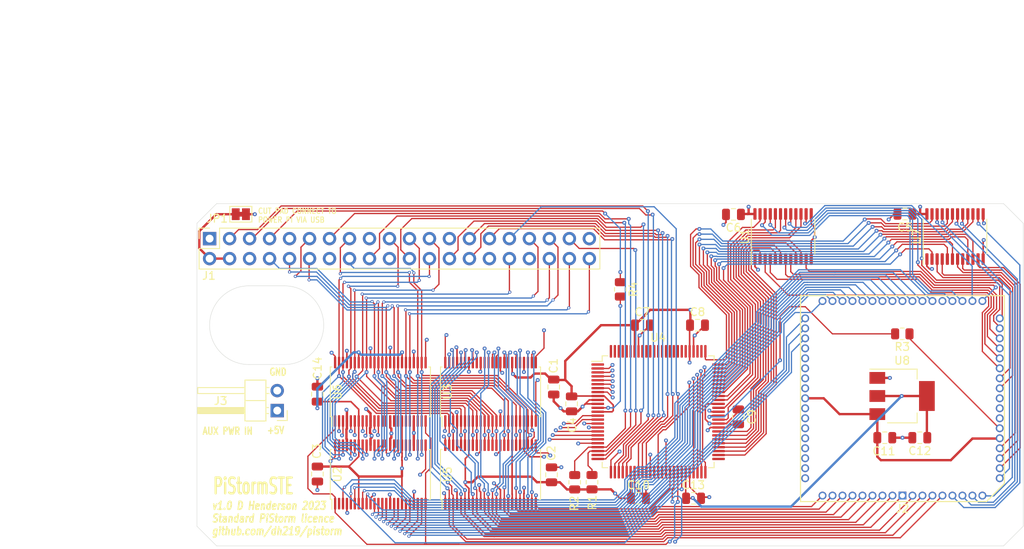
<source format=kicad_pcb>
(kicad_pcb (version 20211014) (generator pcbnew)
  (title_block (title "PiStorm STE") (date "2023-09-06") (rev "1.0") (company "D Henderson") (comment 1 "Standard PiStorm Licence"))
  (layers (0 "F.Cu" signal) (1 "In1.Cu" signal) (2 "In2.Cu" signal) (31 "B.Cu" signal) (34 "B.Paste" user) (35 "F.Paste" user) (36 "B.SilkS" user "B.Silkscreen") (37 "F.SilkS" user "F.Silkscreen") (38 "B.Mask" user) (39 "F.Mask" user) (44 "Edge.Cuts" user))
  (net 0 "")
  (net 1 "GND")
  (net 2 "+3V3")
  (net 3 "+5V")
  (net 4 "/SD13")
  (net 5 "/SD12")
  (net 6 "/TCK")
  (net 7 "/SD8")
  (net 8 "/SD11")
  (net 9 "/SD5")
  (net 10 "/SD4")
  (net 11 "/SOE")
  (net 12 "/SA0")
  (net 13 "/AUX1")
  (net 14 "/AUX0")
  (net 15 "/SWE")
  (net 16 "/SD0")
  (net 17 "/SD3")
  (net 18 "/TDO")
  (net 19 "/SD1")
  (net 20 "/SD2")
  (net 21 "/TMS")
  (net 23 "/SD15")
  (net 24 "/SD14")
  (net 25 "/TDI")
  (net 26 "/SD10")
  (net 27 "/SD9")
  (net 28 "/SD7")
  (net 29 "/SD6")
  (net 30 "/PICLK")
  (net 31 "/SA1")
  (net 32 "/SA2")
  (net 34 "/A13")
  (net 35 "/A14")
  (net 36 "/A15")
  (net 37 "/A16")
  (net 38 "/A17")
  (net 39 "/A18")
  (net 40 "/A19")
  (net 41 "/A20")
  (net 42 "/A21")
  (net 43 "/A22")
  (net 44 "/A23")
  (net 45 "/D15")
  (net 46 "/D14")
  (net 47 "/D13")
  (net 48 "/D12")
  (net 49 "/D11")
  (net 50 "/D10")
  (net 51 "/D9")
  (net 52 "/D8")
  (net 53 "/D7")
  (net 54 "/D6")
  (net 55 "/D5")
  (net 56 "/D4")
  (net 57 "/D3")
  (net 58 "/D2")
  (net 59 "/D1")
  (net 60 "/D0")
  (net 61 "/AS")
  (net 62 "/UDS")
  (net 63 "/LDS")
  (net 64 "/RW")
  (net 65 "/A12")
  (net 66 "/A11")
  (net 67 "/A10")
  (net 68 "/A9")
  (net 69 "/A8")
  (net 70 "/A7")
  (net 71 "/A6")
  (net 72 "/A5")
  (net 73 "/A4")
  (net 74 "/A3")
  (net 75 "/A2")
  (net 76 "/A1")
  (net 78 "/FC0")
  (net 79 "/FC1")
  (net 80 "/FC2")
  (net 81 "/IPL0")
  (net 82 "/IPL1")
  (net 83 "/IPL2")
  (net 84 "/BERR")
  (net 85 "/VPA")
  (net 86 "/E")
  (net 87 "/VMA")
  (net 88 "/RESET")
  (net 89 "/HALT")
  (net 91 "/CLK")
  (net 92 "/BR")
  (net 93 "/BGACK")
  (net 94 "/BG")
  (net 95 "/DTACK")
  (net 96 "/FC0_3")
  (net 97 "/FC1_3")
  (net 98 "/IPL1_3")
  (net 99 "/IPL2_3")
  (net 100 "/FC2_3")
  (net 101 "/IPL0_3")
  (net 102 "/BERR_3")
  (net 103 "/VPA_3")
  (net 104 "/E_3")
  (net 105 "/VMA_3")
  (net 106 "/ADDR_LTCH_0")
  (net 107 "/ADDR_LTCH_8")
  (net 108 "/ADDR_OE")
  (net 109 "/DATA_RD_LTCH_LB")
  (net 110 "/DATA_RD_LTCH_HB")
  (net 111 "/DATA_RD_OE")
  (net 132 "/DTACK_3")
  (net 133 "/RW_3")
  (net 134 "/LDS_3")
  (net 135 "/UDS_3")
  (net 136 "/AS_3")
  (net 137 "/BG_3")
  (net 138 "/BGACK_3")
  (net 139 "/BR_3")
  (net 140 "/HALT_3")
  (net 141 "/RESET_3")
  (net 143 "/ADDR_LTCH_24")
  (net 144 "/ADDR_LTCH_16")
  (net 145 "/DATA_WR_OE")
  (net 146 "/DATA_WR_LTCH_LB")
  (net 149 "/DATA_WR_LTCH_HB")
  (net 160 "/CLK_STE")
  (net 161 "/+5V_PI")
  (net 162 "/PICLK_OUT")
  (footprint "Capacitor_SMD:C_0805_2012Metric" (layer "F.Cu") (at 104.55541 149.462562 90)
    (fp_text reference "C2")
    (fp_text value "100n")
  )
  (footprint "Capacitor_SMD:C_0805_2012Metric" (layer "F.Cu") (at 74.80541 149.362562 -90)
    (fp_text reference "C3")
    (fp_text value "100n")
  )
  (footprint "Capacitor_SMD:C_0805_2012Metric" (layer "F.Cu") (at 107.10538 140.44868 -90)
    (fp_text reference "C4")
    (fp_text value "100n")
  )
  (footprint "Capacitor_SMD:C_0805_2012Metric" (layer "F.Cu") (at 149.46788 116.32368 180)
    (fp_text reference "C5")
    (fp_text value "100n")
  )
  (footprint "Capacitor_SMD:C_0805_2012Metric" (layer "F.Cu") (at 127.67413 116.37368 180)
    (fp_text reference "C6")
    (fp_text value "100n")
  )
  (footprint "Capacitor_SMD:C_0805_2012Metric" (layer "F.Cu") (at 116.10538 130.44868)
    (fp_text reference "C7")
    (fp_text value "100n")
  )
  (footprint "Capacitor_SMD:C_0805_2012Metric" (layer "F.Cu") (at 123.10538 130.44868)
    (fp_text reference "C8")
    (fp_text value "100n")
  )
  (footprint "Capacitor_SMD:C_0805_2012Metric" (layer "F.Cu") (at 128.29288 142.09868 90)
    (fp_text reference "C9")
    (fp_text value "100n")
  )
  (footprint "Capacitor_SMD:C_0805_2012Metric" (layer "F.Cu") (at 115.60538 152.44868)
    (fp_text reference "C10")
    (fp_text value "100n")
  )
  (footprint "Capacitor_SMD:C_0805_2012Metric" (layer "F.Cu") (at 146.90538 144.74868)
    (fp_text reference "C11")
    (fp_text value "22u")
  )
  (footprint "Capacitor_SMD:C_0805_2012Metric" (layer "F.Cu") (at 151.35538 144.74868 180)
    (fp_text reference "C12")
    (fp_text value "22u")
  )
  (footprint "Capacitor_SMD:C_0805_2012Metric" (layer "F.Cu") (at 122.60538 152.44868)
    (fp_text reference "C13")
    (fp_text value "100n")
  )
  (footprint "Capacitor_SMD:C_0805_2012Metric" (layer "F.Cu") (at 74.80541 139.212562 90)
    (fp_text reference "C14")
    (fp_text value "100n")
  )
  (footprint "Connector_PinSocket_2.54mm:PinSocket_2x20_P2.54mm_Vertical" (layer "F.Cu") (at 61.10538 119.44868 90)
    (fp_text reference "J1")
    (fp_text value "Raspberry_Pi_2_3")
  )
  (footprint "Package_SO:TSSOP-24_4.4x7.8mm_P0.65mm" (layer "F.Cu") (at 133.98038 119.17993 90)
    (fp_text reference "U1")
    (fp_text value "SN54CBTD3384")
  )
  (footprint "Package_SO:TSSOP-48_6.1x12.5mm_P0.5mm" (layer "F.Cu") (at 82.80541 149.412562 90)
    (fp_text reference "U2")
    (fp_text value "SN74LVC16373")
  )
  (footprint "Package_QFP:LQFP-100_14x14mm_P0.5mm" (layer "F.Cu") (at 118.10538 141.44868)
    (fp_text reference "U4")
    (fp_text value "EPM240T100")
  )
  (footprint "Package_SO:TSSOP-24_4.4x7.8mm_P0.65mm" (layer "F.Cu") (at 155.83038 119.18618 90)
    (fp_text reference "U7")
    (fp_text value "SN54CBTD3384")
  )
  (footprint "Package_TO_SOT_SMD:SOT-223-3_TabPin2" (layer "F.Cu") (at 149.10538 139.44868)
    (fp_text reference "U8")
    (fp_text value "LM1117-3.3")
  )
  (footprint "Package_SO:TSSOP-48_6.1x12.5mm_P0.5mm" (layer "F.Cu") (at 96.80541 138.912562 90)
    (fp_text reference "U3")
    (fp_text value "SN74LVC16373")
  )
  (footprint "Package_SO:TSSOP-48_6.1x12.5mm_P0.5mm" (layer "F.Cu") (at 82.80541 138.912562 90)
    (fp_text reference "U6")
    (fp_text value "SN74LVC16373")
  )
  (footprint "Package_SO:TSSOP-48_6.1x12.5mm_P0.5mm" (layer "F.Cu") (at 96.80541 149.412562 90)
    (fp_text reference "U5")
    (fp_text value "SN74LVC16373")
  )
  (footprint "PLCC_plugs:PLCC68_male_pins" (layer "F.Cu") (at 149.15 152.1 180)
    (fp_text reference "J2")
    (fp_text value "PLCC68_plug")
  )
  (footprint "MountingHole:MountingHole_2.7mm" (layer "F.Cu") (at 66.7 146.9)
    (fp_text reference "REF**")
    (fp_text value "MountingHole_2.7mm")
  )
  (footprint "Resistor_SMD:R_0805_2012Metric" (layer "F.Cu") (at 149.13 131.55 180)
    (fp_text reference "R3")
    (fp_text value "0-100R")
  )
  (footprint "Resistor_SMD:R_0805_2012Metric" (layer "F.Cu") (at 107.5 150.41 90)
    (fp_text reference "R2")
    (fp_text value "4k7")
  )
  (footprint "Capacitor_SMD:C_0805_2012Metric" (layer "F.Cu") (at 104.83459 138.307438 -90)
    (fp_text reference "C1")
    (fp_text value "100n")
  )
  (footprint "Jumper:SolderJumper-2_P1.3mm_Bridged_Pad1.0x1.5mm" (layer "F.Cu") (at 65.07462 116.35 180)
    (fp_text reference "JP1")
    (fp_text value "SolderJumper_2_Bridged")
  )
  (footprint "Connector_PinHeader_2.54mm:PinHeader_1x02_P2.54mm_Horizontal" (layer "F.Cu") (at 69.7 141.3 180)
    (fp_text reference "J3")
    (fp_text value "Conn_01x02_Male")
  )
  (footprint "Resistor_SMD:R_0805_2012Metric" (layer "F.Cu") (at 113.3 125.9 -90)
    (fp_text reference "R4")
    (fp_text value "0-100R")
  )
  (footprint "Resistor_SMD:R_0805_2012Metric" (layer "F.Cu") (at 109.7 150.4 90)
    (fp_text reference "R1")
    (fp_text value "4k7")
  )
  (gr_line (start 162 158.5) (end 62 158.5) (layer "Edge.Cuts") (width 0.05))
  (gr_line (start 62 115) (end 162 115) (layer "Edge.Cuts") (width 0.05))
  (gr_line (start 59.5 156) (end 59.5 117.5) (layer "Edge.Cuts") (width 0.05))
  (gr_line (start 59.5 156) (end 62 158.5) (layer "Edge.Cuts") (width 0.05))
  (gr_line (start 66.10538 135.44868) (end 70.60538 135.44868) (layer "Edge.Cuts") (width 0.05))
  (gr_line (start 70.60538 125.44868) (end 66.10538 125.44868) (layer "Edge.Cuts") (width 0.05))
  (gr_line (start 62 115) (end 59.5 117.5) (layer "Edge.Cuts") (width 0.05))
  (gr_arc (start 66.10538 135.44868) (mid 61.10538 130.44868) (end 66.10538 125.44868) (layer "Edge.Cuts") (width 0.05))
  (gr_line (start 162 115) (end 164.5 117.5) (layer "Edge.Cuts") (width 0.05))
  (gr_line (start 164.5 117.5) (end 164.5 156) (layer "Edge.Cuts") (width 0.05))
  (gr_arc (start 70.60538 125.44868) (mid 75.60538 130.44868) (end 70.60538 135.44868) (layer "Edge.Cuts") (width 0.05))
  (gr_line (start 162 158.5) (end 164.5 156) (layer "Edge.Cuts") (width 0.05))
  (gr_text "v1.0 D Henderson 2023\nStandard PiStorm licence\ngithub.com/dh219/pistorm" (at 61.3 155) (layer "F.SilkS") (effects (font (size 1 0.8) (thickness 0.2) italic) (justify left)))
  (gr_text "+5V" (at 69.5 143.8) (layer "F.SilkS") (effects (font (size 0.9 0.7) (thickness 0.175))))
  (gr_text "PiStormSTE" (at 61.4 150.9) (layer "F.SilkS") (effects (font (size 2 1.2) (thickness 0.3)) (justify left)))
  (gr_text "GND" (at 69.8 136.4) (layer "F.SilkS") (effects (font (size 0.9 0.7) (thickness 0.175))))
  (gr_text "CUT PAD CONNECT TO\nPOWER PI VIA USB" (at 67.2 116.5) (layer "F.SilkS") (effects (font (size 0.7 0.6) (thickness 0.12)) (justify left)))
  (gr_text "AUX PWR IN" (at 63.4 143.9) (layer "F.SilkS") (effects (font (size 0.9 0.7) (thickness 0.175))))
  (segment (start 92.55541 145.700062) (end 92.54541 145.690062) (width 0.2) (layer "F.Cu") (net 1))
  (segment (start 81.55541 141.65541) (end 81 141.1) (width 0.3) (layer "F.Cu") (net 1))
  (segment (start 148.51788 116.32368) (end 148.0945 116.32368) (width 0.2) (layer "F.Cu") (net 1))
  (segment (start 122.60538 133.77368) (end 122.60538 131.89868) (width 0.2) (layer "F.Cu") (net 1))
  (segment (start 122.10538 150.99868) (end 123.55538 152.44868) (width 0.16) (layer "F.Cu") (net 1))
  (segment (start 159.40538 116.32368) (end 159.40538 117.40538) (width 0.2) (layer "F.Cu") (net 1))
  (segment (start 124.1 140.6) (end 124.25132 140.44868) (width 0.2) (layer "F.Cu") (net 1))
  (segment (start 78.55541 141.25541) (end 78.5 141.2) (width 0.3) (layer "F.Cu") (net 1))
  (segment (start 84.05541 152.02391) (end 84 151.9685) (width 0.2) (layer "F.Cu") (net 1))
  (segment (start 81.7 144.727562) (end 81.7 144.5) (width 0.3) (layer "F.Cu") (net 1))
  (segment (start 78.55541 143.620602) (end 78.49541 143.680602) (width 0.3) (layer "F.Cu") (net 1))
  (segment (start 116.55538 151.24462) (end 116.6 151.2) (width 0.2) (layer "F.Cu") (net 1))
  (segment (start 104.83459 139.257438) (end 104.83459 140.126152) (width 0.3) (layer "F.Cu") (net 1))
  (segment (start 101.05541 145.700062) (end 101.05541 144.04459) (width 0.2) (layer "F.Cu") (net 1))
  (segment (start 95.54541 145.690062) (end 95.55541 145.700062) (width 0.2) (layer "F.Cu") (net 1))
  (segment (start 101.05541 135.200062) (end 101.05541 136.3895) (width 0.2) (layer "F.Cu") (net 1))
  (segment (start 81.55541 152.41309) (end 82 151.9685) (width 0.2) (layer "F.Cu") (net 1))
  (segment (start 95.16591 146.847062) (end 95.55541 146.457562) (width 0.2) (layer "F.Cu") (net 1))
  (segment (start 81.55541 153.125062) (end 81.55541 152.41309) (width 0.2) (layer "F.Cu") (net 1))
  (segment (start 98.05541 141.4105) (end 98.06591 141.4) (width 0.2) (layer "F.Cu") (net 1))
  (segment (start 78.55541 154.25541) (end 78.6 154.3) (width 0.2) (layer "F.Cu") (net 1))
  (segment (start 101.05541 146.411324) (end 101.05541 145.700062) (width 0.2) (layer "F.Cu") (net 1))
  (segment (start 95.55541 146.457562) (end 95.55541 145.700062) (width 0.2) (layer "F.Cu") (net 1))
  (segment (start 78.49541 143.680602) (end 78.49541 144.89541) (width 0.3) (layer "F.Cu") (net 1))
  (segment (start 130.40538 123.00538) (end 130.8 123.4) (width 0.2) (layer "F.Cu") (net 1))
  (segment (start 106.107118 141.39868) (end 107.10538 141.39868) (width 0.3) (layer "F.Cu") (net 1))
  (segment (start 92.55541 153.125062) (end 92.54541 153.115062) (width 0.2) (layer "F.Cu") (net 1))
  (segment (start 110.43038 140.44868) (end 108.85132 140.44868) (width 0.2) (layer "F.Cu") (net 1))
  (segment (start 95.55541 151.65541) (end 95.4 151.5) (width 0.2) (layer "F.Cu") (net 1))
  (segment (start 81.7 144.5) (end 81.7 144.349112) (width 0.3) (layer "F.Cu") (net 1))
  (segment (start 152.25538 122.95538) (end 152.6 123.3) (width 0.2) (layer "F.Cu") (net 1))
  (segment (start 101.814086 147.17) (end 101.05541 146.411324) (width 0.2) (layer "F.Cu") (net 1))
  (segment (start 81.49541 144.144522) (end 81.49541 143.50459) (width 0.3) (layer "F.Cu") (net 1))
  (segment (start 101.04541 153.115062) (end 101.04541 151.85459) (width 0.2) (layer "F.Cu") (net 1))
  (segment (start 92.56541 144.123811) (end 92.56541 142.635062) (width 0.2) (layer "F.Cu") (net 1))
  (segment (start 145.95538 137.14868) (end 147.55132 137.14868) (width 0.3) (layer "F.Cu") (net 1))
  (segment (start 98.05541 136.2605) (end 98.29491 136.5) (width 0.2) (layer "F.Cu") (net 1))
  (segment (start 78.49541 144.89541) (end 78.55541 144.95541) (width 0.3) (layer "F.Cu") (net 1))
  (segment (start 87.05541 133.8105) (end 87.04491 133.8) (width 0.2) (layer "F.Cu") (net 1))
  (segment (start 74.80541 137.20541) (end 74.8 137.2) (width 0.3) (layer "F.Cu") (net 1))
  (segment (start 126.72413 116.37368) (end 126.72413 117.37587) (width 0.2) (layer "F.Cu") (net 1))
  (segment (start 92.54541 135.190062) (end 92.54541 133.340581) (width 0.2) (layer "F.Cu") (net 1))
  (segment (start 115.60538 133.77368) (end 115.60538 131.89868) (width 0.2) (layer "F.Cu") (net 1))
  (segment (start 104.567972 148.5) (end 104.55541 148.512562) (width 0.2) (layer "F.Cu") (net 1))
  (segment (start 159.40538 119.69462) (end 159.474479 119.625521) (width 0.2) (layer "F.Cu") (net 1))
  (segment (start 78.55541 142.625062) (end 78.55541 143.620602) (width 0.3) (layer "F.Cu") (net 1))
  (segment (start 78.55541 153.125062) (end 78.55541 154.25541) (width 0.2) (layer "F.Cu") (net 1))
  (segment (start 74.80541 150.312562) (end 74.80541 151.39459) (width 0.2) (layer "F.Cu") (net 1))
  (segment (start 98.06541 151.36541) (end 97.23786 150.53786) (width 0.2) (layer "F.Cu") (net 1))
  (segment (start 101.06591 151.83409) (end 101.06591 151.1) (width 0.2) (layer "F.Cu") (net 1))
  (segment (start 81.55541 142.625062) (end 81.55541 141.65541) (width 0.3) (layer "F.Cu") (net 1))
  (segment (start 95.4 151.5) (end 95.4 150.786557) (width 0.2) (layer "F.Cu") (net 1))
  (segment (start 84.05541 143.452972) (end 84.2 143.597562) (width 0.3) (layer "F.Cu") (net 1))
  (segment (start 84.2 144.2) (end 84.2 144.727562) (width 0.3) (layer "F.Cu") (net 1))
  (segment (start 98.05541 142.625062) (end 98.05541 141.4105) (width 0.2) (layer "F.Cu") (net 1))
  (segment (start 92.54541 133.340581) (end 92.465518 133.260689) (width 0.2) (layer "F.Cu") (net 1))
  (segment (start 81.55541 135.200062) (end 81.55541 133.401) (width 0.2) (layer "F.Cu") (net 1))
  (segment (start 107.90132 141.39868) (end 107.10538 141.39868) (width 0.3) (layer "F.Cu") (net 1))
  (segment (start 138 119.2705) (end 137.55538 119.71512) (width 0.2) (layer "F.Cu") (net 1))
  (segment (start 109.35132 139.94868) (end 108.8 140.5) (width 0.2) (layer "F.Cu") (net 1))
  (segment (start 159.40538 117.40538) (end 159.5 117.5) (width 0.2) (layer "F.Cu") (net 1))
  (segment (start 95.4 150.786557) (end 95.364148 150.750705) (width 0.2) (layer "F.Cu") (net 1))
  (segment (start 78.55541 144.95541) (end 78.55541 145.700062) (width 0.3) (layer "F.Cu") (net 1))
  (segment (start 84.05541 153.125062) (end 84.05541 152.02391) (width 0.2) (layer "F.Cu") (net 1))
  (segment (start 137.55538 117.55538) (end 137.55538 116.31743) (width 0.2) (layer "F.Cu") (net 1))
  (segment (start 87.05541 151.64459) (end 87.1 151.6) (width 0.2) (layer "F.Cu") (net 1))
  (segment (start 95.55541 136.302477) (end 95.5 136.357887) (width 0.2) (layer "F.Cu") (net 1))
  (segment (start 101.05541 143.75541) (end 101.2 143.9) (width 0.2) (layer "F.Cu") (net 1))
  (segment (start 150.40538 144.74868) (end 149.15132 144.74868) (width 0.3) (layer "F.Cu") (net 1))
  (segment (start 110.43038 139.94868) (end 109.35132 139.94868) (width 0.2) (layer "F.Cu") (net 1))
  (segment (start 130.40538 122.04243) (end 130.40538 123.00538) (width 0.2) (layer "F.Cu") (net 1))
  (segment (start 74.80541 151.39459) (end 74.8 151.4) (width 0.2) (layer "F.Cu") (net 1))
  (segment (start 148.0945 116.32368) (end 147.4 117.01818) (width 0.2) (layer "F.Cu") (net 1))
  (segment (start 126.786212 142.94868) (end 128.25538 141.479512) (width 0.2) (layer "F.Cu") (net 1))
  (segment (start 78.55541 135.200062) (end 78.55541 133.7105) (width 0.2) (layer "F.Cu") (net 1))
  (segment (start 81.49541 143.50459) (end 81.55541 143.44459) (width 0.3) (layer "F.Cu") (net 1))
  (segment (start 81.55541 145.700062) (end 81.55541 144.872152) (width 0.3) (layer "F.Cu") (net 1))
  (segment (start 87.05541 145.700062) (end 87.05541 144.14459) (width 0.3) (layer "F.Cu") (net 1))
  (segment (start 98.05541 135.200062) (end 98.05541 136.2605) (width 0.2) (layer "F.Cu") (net 1))
  (segment (start 137.55538 119.71512) (end 137.55538 122.04243) (width 0.2) (layer "F.Cu") (net 1))
  (segment (start 122.75203 131.75203) (end 124.05538 130.44868) (width 0.2) (layer "F.Cu") (net 1))
  (segment (start 152.6 123.3) (end 152.9 123.3) (width 0.2) (layer "F.Cu") (net 1))
  (segment (start 84.2 143.597562) (end 84.2 144.2) (width 0.3) (layer "F.Cu") (net 1))
  (segment (start 92.55541 142.625062) (end 92.55541 141.55244) (width 0.2) (layer "F.Cu") (net 1))
  (segment (start 95.56541 144.181313) (end 95.54541 144.201313) (width 0.2) (layer "F.Cu") (net 1))
  (segment (start 104.83459 140.126152) (end 105.7 140.991562) (width 0.3) (layer "F.Cu") (net 1))
  (segment (start 84.05541 135.200062) (end 84.05541 133.3105) (width 0.2) (layer "F.Cu") (net 1))
  (segment (start 115.10538 150.99868) (end 116.55538 152.44868) (width 0.2) (layer "F.Cu") (net 1))
  (segment (start 98.06541 153.115062) (end 98.06541 151.36541) (width 0.2) (layer "F.Cu") (net 1))
  (segment (start 97.5 146.847062) (end 97.619672 146.847062) (width 0.2) (layer "F.Cu") (net 1))
  (segment (start 124.25132 140.44868) (end 125.78038 140.44868) (width 0.2) (layer "F.Cu") (net 1))
  (segment (start 95.55541 135.200062) (end 95.55541 136.302477) (width 0.2) (layer "F.Cu") (net 1))
  (segment (start 101.05541 142.625062) (end 101.05541 143.75541) (width 0.2) (layer "F.Cu") (net 1))
  (segment (start 95.55541 153.125062) (end 95.55541 151.65541) (width 0.2) (layer "F.Cu") (net 1))
  (segment (start 92.54541 151.59482) (end 92.375295 151.424705) (width 0.2) (layer "F.Cu") (net 1))
  (segment (start 116.55538 152.44868) (end 116.55538 151.24462) (width 0.2) (layer "F.Cu") (net 1))
  (segment (start 124.1 142.40512) (end 124.1 140.6) (width 0.2) (layer "F.Cu") (net 1))
  (segment (start 138 119.2705) (end 138 118) (width 0.2) (layer "F.Cu") (net 1))
  (segment (start 84.05541 133.3105) (end 84.06591 133.3) (width 0.2) (layer "F.Cu") (net 1))
  (segment (start 98.05541 146.411324) (end 98.05541 145.700062) (width 0.2) (layer "F.Cu") (net 1))
  (segment (start 138 118) (end 137.55538 117.55538) (width 0.2) (layer "F.Cu") (net 1))
  (segment (start 101.05541 153.125062) (end 101.04541 153.115062) (width 0.2) (layer "F.Cu") (net 1))
  (segment (start 78.55541 133.7105) (end 78.54491 133.7) (width 0.2) (layer "F.Cu") (net 1))
  (segment (start 87.05541 153.125062) (end 87.05541 151.64459) (width 0.2) (layer "F.Cu") (net 1))
  (segment (start 108.8 140.5) (end 108.5 140.8) (width 0.2) (layer "F.Cu") (net 1))
  (segment (start 115.10538 149.12368) (end 115.10538 150.99868) (width 0.2) (layer "F.Cu") (net 1))
  (segment (start 149.15132 144.74868) (end 147.85538 144.74868) (width 0.3) (layer "F.Cu") (net 1))
  (segment (start 97.619672 146.847062) (end 98.05541 146.411324) (width 0.2) (layer "F.Cu") (net 1))
  (segment (start 108.5 140.8) (end 107.90132 141.39868) (width 0.3) (layer "F.Cu") (net 1))
  (segment (start 78.55541 142.625062) (end 78.55541 141.25541) (width 0.3) (layer "F.Cu") (net 1))
  (segment (start 126.72413 117.37587) (end 126.4 117.7) (width 0.2) (layer "F.Cu") (net 1))
  (segment (start 124.64356 142.94868) (end 124.1 142.40512) (width 0.2) (layer "F.Cu") (net 1))
  (segment (start 115.75203 131.75203) (end 117.05538 130.44868) (width 0.2) (layer "F.Cu") (net 1))
  (segment (start 124.6 152.3) (end 123.70406 152.3) (width 0.2) (layer "F.Cu") (net 1))
  (segment (start 81.55541 143.44459) (end 81.55541 142.625062) (width 0.3) (layer "F.Cu") (net 1))
  (segment (start 105.7 140.991562) (end 106.107118 141.39868) (width 0.3) (layer "F.Cu") (net 1))
  (segment (start 92.56541 142.635062) (end 92.55541 142.625062) (width 0.2) (layer "F.Cu") (net 1))
  (segment (start 98.05541 153.125062) (end 98.06541 153.115062) (width 0.2) (layer "F.Cu") (net 1))
  (segment (start 87.05541 144.14459) (end 87.05541 142.625062) (width 0.3) (layer "F.Cu") (net 1))
  (segment (start 152.25538 122.04868) (end 152.25538 122.95538) (width 0.2) (layer "F.Cu") (net 1))
  (segment (start 124.64356 142.94868) (end 125.78038 142.94868) (width 0.2) (layer "F.Cu") (net 1))
  (segment (start 84.05541 142.625062) (end 84.05541 143.452972) (width 0.3) (layer "F.Cu") (net 1))
  (segment (start 122.60538 131.89868) (end 122.75203 131.75203) (width 0.2) (layer "F.Cu") (net 1))
  (segment (start 101.05541 136.3895) (end 101.04491 136.4) (width 0.2) (layer "F.Cu") (net 1))
  (segment (start 108.85132 140.44868) (end 108.8 140.5) (width 0.2) (layer "F.Cu") (net 1))
  (segment (start 95.54541 144.201313) (end 95.54541 145.690062) (width 0.2) (layer "F.Cu") (net 1))
  (segment (start 125.78038 142.94868) (end 126.786212 142.94868) (width 0.2) (layer "F.Cu") (net 1))
  (segment (start 84.2 144.727562) (end 84.05541 144.872152) (width 0.3) (layer "F.Cu") (net 1))
  (segment (start 159.40538 122.04868) (end 159.40538 119.69462) (width 0.2) (layer "F.Cu") (net 1))
  (segment (start 81.55541 144.872152) (end 81.7 144.727562) (width 0.3) (layer "F.Cu") (net 1))
  (segment (start 103.6 147.17) (end 101.814086 147.17) (width 0.2) (layer "F.Cu") (net 1))
  (segment (start 81.7 144.349112) (end 81.49541 144.144522) (width 0.3) (layer "F.Cu") (net 1))
  (segment (start 101.04541 151.85459) (end 101.06591 151.83409) (width 0.2) (layer "F.Cu") (net 1))
  (segment (start 115.60538 131.89868) (end 115.75203 131.75203) (width 0.2) (layer "F.Cu") (net 1))
  (segment (start 105.8 148.5) (end 104.567972 148.5) (width 0.2) (layer "F.Cu") (net 1))
  (segment (start 84.05541 144.872152) (end 84.05541 145.700062) (width 0.3) (layer "F.Cu") (net 1))
  (segment (start 92.55541 141.55244) (end 92.5 141.49703) (width 0.2) (layer "F.Cu") (net 1))
  (segment (start 122.10538 149.12368) (end 122.10538 150.99868) (width 0.16) (layer "F.Cu") (net 1))
  (segment (start 81.55541 133.401) (end 81.54491 133.3905) (width 0.2) (layer "F.Cu") (net 1))
  (segment (start 92.54541 144.143811) (end 92.56541 144.123811) (width 0.2) (layer "F.Cu") (net 1))
  (segment (start 123.70406 152.3) (end 123.55538 152.44868) (width 0.2) (layer "F.Cu") (net 1))
  (segment (start 95.075909 146.847062) (end 95.16591 146.847062) (width 0.2) (layer "F.Cu") (net 1))
  (segment (start 87.05541 135.200062) (end 87.05541 133.8105) (width 0.2) (layer "F.Cu") (net 1))
  (segment (start 95.56541 142.635062) (end 95.56541 144.181313) (width 0.2) (layer "F.Cu") (net 1))
  (segment (start 101.05541 144.04459) (end 101.2 143.9) (width 0.2) (layer "F.Cu") (net 1))
  (segment (start 74.80541 138.262562) (end 74.80541 137.20541) (width 0.3) (layer "F.Cu") (net 1))
  (segment (start 95.55541 142.625062) (end 95.56541 142.635062) (width 0.2) (layer "F.Cu") (net 1))
  (segment (start 92.54541 145.690062) (end 92.54541 144.143811) (width 0.2) (layer "F.Cu") (net 1))
  (segment (start 92.54541 153.115062) (end 92.54541 151.59482) (width 0.2) (layer "F.Cu") (net 1))
  (via (at 78.5 141.2) (size 0.5) (drill 0.2) (layers "F.Cu" "B.Cu") (net 1))
  (via (at 101.04491 136.4) (size 0.5) (drill 0.2) (layers "F.Cu" "B.Cu") (net 1))
  (via (at 138 119.2705) (size 0.5) (drill 0.2) (layers "F.Cu" "B.Cu") (net 1))
  (via (at 147.4 117.01818) (size 0.5) (drill 0.2) (layers "F.Cu" "B.Cu") (net 1))
  (via (at 84.06591 133.3) (size 0.5) (drill 0.2) (layers "F.Cu" "B.Cu") (net 1))
  (via (at 81 141.1) (size 0.5) (drill 0.2) (layers "F.Cu" "B.Cu") (net 1))
  (via (at 74.8 137.2) (size 0.5) (drill 0.2) (layers "F.Cu" "B.Cu") (net 1))
  (via (at 98.06591 141.4) (size 0.5) (drill 0.2) (layers "F.Cu" "B.Cu") (net 1))
  (via (at 124.64356 142.94868) (size 0.5) (drill 0.2) (layers "F.Cu" "B.Cu") (net 1))
  (via (at 126.4 117.7) (size 0.5) (drill 0.2) (layers "F.Cu" "B.Cu") (net 1))
  (via (at 78.54491 133.7) (size 0.5) (drill 0.2) (layers "F.Cu" "B.Cu") (net 1))
  (via (at 103.6 147.17) (size 0.5) (drill 0.2) (layers "F.Cu" "B.Cu") (net 1))
  (via (at 92.375295 151.424705) (size 0.5) (drill 0.2) (layers "F.Cu" "B.Cu") (net 1))
  (via (at 98.29491 136.5) (size 0.5) (drill 0.2) (layers "F.Cu" "B.Cu") (net 1))
  (via (at 81.54491 133.3905) (size 0.5) (drill 0.2) (layers "F.Cu" "B.Cu") (net 1))
  (via (at 74.8 151.4) (size 0.5) (drill 0.2) (layers "F.Cu" "B.Cu") (net 1))
  (via (at 108.5 140.8) (size 0.5) (drill 0.2) (layers "F.Cu" "B.Cu") (net 1))
  (via (at 105.8 148.5) (size 0.5) (drill 0.2) (layers "F.Cu" "B.Cu") (net 1))
  (via (at 97.5 146.847062) (size 0.5) (drill 0.2) (layers "F.Cu" "B.Cu") (net 1))
  (via (at 84 151.9685) (size 0.5) (drill 0.2) (layers "F.Cu" "B.Cu") (net 1))
  (via (at 95.364148 150.750705) (size 0.5) (drill 0.2) (layers "F.Cu" "B.Cu") (net 1))
  (via (at 122.75203 131.75203) (size 0.5) (drill 0.2) (layers "F.Cu" "B.Cu") (net 1))
  (via (at 92.465518 133.260689) (size 0.5) (drill 0.2) (layers "F.Cu" "B.Cu") (net 1))
  (via (at 82 151.9685) (size 0.5) (drill 0.2) (layers "F.Cu" "B.Cu") (net 1))
  (via (at 87.1 151.6) (size 0.5) (drill 0.2) (layers "F.Cu" "B.Cu") (net 1))
  (via (at 159.474479 119.625521) (size 0.5) (drill 0.2) (layers "F.Cu" "B.Cu") (net 1))
  (via (at 87.04491 133.8) (size 0.5) (drill 0.2) (layers "F.Cu" "B.Cu") (net 1))
  (via (at 130.8 123.4) (size 0.5) (drill 0.2) (layers "F.Cu" "B.Cu") (net 1))
  (via (at 84.2 144.2) (size 0.5) (drill 0.2) (layers "F.Cu" "B.Cu") (net 1))
  (via (at 101.06591 151.1) (size 0.5) (drill 0.2) (layers "F.Cu" "B.Cu") (net 1))
  (via (at 95.5 136.357887) (size 0.5) (drill 0.2) (layers "F.Cu" "B.Cu") (net 1))
  (via (at 159.5 117.5) (size 0.5) (drill 0.2) (layers "F.Cu" "B.Cu") (net 1))
  (via (at 116.6 151.2) (size 0.5) (drill 0.2) (layers "F.Cu" "B.Cu") (net 1))
  (via (at 124.6 152.3) (size 0.5) (drill 0.2) (layers "F.Cu" "B.Cu") (net 1))
  (via (at 115.75203 131.75203) (size 0.5) (drill 0.2) (layers "F.Cu" "B.Cu") (net 1))
  (via (at 95.075909 146.847062) (size 0.5) (drill 0.2) (layers "F.Cu" "B.Cu") (net 1))
  (via (at 78.6 154.3) (size 0.5) (drill 0.2) (layers "F.Cu" "B.Cu") (net 1))
  (via (at 92.5 141.49703) (size 0.5) (drill 0.2) (layers "F.Cu" "B.Cu") (net 1))
  (via (at 87.05541 144.14459) (size 0.5) (drill 0.2) (layers "F.Cu" "B.Cu") (net 1))
  (via (at 81.7 144.5) (size 0.5) (drill 0.2) (layers "F.Cu" "B.Cu") (net 1))
  (via (at 149.15132 144.74868) (size 0.5) (drill 0.2) (layers "F.Cu" "B.Cu") (net 1))
  (via (at 97.23786 150.53786) (size 0.5) (drill 0.2) (layers "F.Cu" "B.Cu") (net 1))
  (via (at 152.9 123.3) (size 0.5) (drill 0.2) (layers "F.Cu" "B.Cu") (net 1))
  (via (at 147.55132 137.14868) (size 0.5) (drill 0.2) (layers "F.Cu" "B.Cu") (net 1))
  (via (at 105.7 140.991562) (size 0.5) (drill 0.2) (layers "F.Cu" "B.Cu") (net 1))
  (segment (start 80.06541 147.13459) (end 78.787438 148.412562) (width 0.2) (layer "F.Cu") (net 2))
  (segment (start 122.2 130.40406) (end 122.15538 130.44868) (width 0.3) (layer "F.Cu") (net 2))
  (segment (start 93.6 150.4) (end 93.6 150.735903) (width 0.2) (layer "F.Cu") (net 2))
  (segment (start 122.10538 130.49868) (end 122.15538 130.44868) (width 0.2) (layer "F.Cu") (net 2))
  (segment (start 94.5 150.4) (end 93.6 150.4) (width 0.3) (layer "F.Cu") (net 2))
  (segment (start 80.06541 145.710062) (end 80.06541 147.13459) (width 0.2) (layer "F.Cu") (net 2))
  (segment (start 124.75132 143.44868) (end 124.4 143.8) (width 0.2) (layer "F.Cu") (net 2))
  (segment (start 112.1125 151.3125) (end 112.636035 151.836035) (width 0.3) (layer "F.Cu") (net 2))
  (segment (start 94.045409 145.690061) (end 94.05541 145.700062) (width 0.2) (layer "F.Cu") (net 2))
  (segment (start 85.54541 147.623811) (end 85.54541 147.201313) (width 0.2) (layer "F.Cu") (net 2))
  (segment (start 102.7 150.4) (end 104.542848 150.4) (width 0.3) (layer "F.Cu") (net 2))
  (segment (start 110.44038 141.45868) (end 110.43038 141.44868) (width 0.2) (layer "F.Cu") (net 2))
  (segment (start 80.05541 153.125062) (end 80.05541 149.680534) (width 0.2) (layer "F.Cu") (net 2))
  (segment (start 99.55541 153.125062) (end 99.54541 153.115062) (width 0.2) (layer "F.Cu") (net 2))
  (segment (start 74.80541 140.162562) (end 79.062562 140.162562) (width 0.2) (layer "F.Cu") (net 2))
  (segment (start 106.3 137.4) (end 106.3 135) (width 0.3) (layer "F.Cu") (net 2))
  (segment (start 99.545409 144.167761) (end 99.545409 145.690061) (width 0.2) (layer "F.Cu") (net 2))
  (segment (start 80.05541 142.625062) (end 80.05541 145.700062) (width 0.2) (layer "F.Cu") (net 2))
  (segment (start 115.10538 133.77368) (end 115.10538 130.49868) (width 0.2) (layer "F.Cu") (net 2))
  (segment (start 94.065411 142.635063) (end 94.065411 144.147759) (width 0.2) (layer "F.Cu") (net 2))
  (segment (start 93.6 147.4) (end 93.6 150.4) (width 0.2) (layer "F.Cu") (net 2))
  (segment (start 114.65538 152.44868) (end 113.24868 152.44868) (width 0.2) (layer "F.Cu") (net 2))
  (segment (start 122.45132 152.44868) (end 122.5 152.4) (width 0.2) (layer "F.Cu") (net 2))
  (segment (start 85.56541 147.181313) (end 85.56541 146.701313) (width 0.2) (layer "F.Cu") (net 2))
  (segment (start 94.045409 144.167761) (end 94.045409 145.690061) (width 0.2) (layer "F.Cu") (net 2))
  (segment (start 99.54541 145.710062) (end 99.55541 145.700062) (width 0.2) (layer "F.Cu") (net 2))
  (segment (start 122.2 128.5) (end 117.10406 128.5) (width 0.3) (layer "F.Cu") (net 2))
  (segment (start 127.20538 143.04868) (end 128.25538 143.04868) (width 0.2) (layer "F.Cu") (net 2))
  (segment (start 112.4 140.6) (end 112.4 141.3) (width 0.2) (layer "F.Cu") (net 2))
  (segment (start 94.06541 151.201313) (end 94.06541 151.681313) (width 0.2) (layer "F.Cu") (net 2))
  (segment (start 107.10538 138.20538) (end 107.10538 139.49868) (width 0.3) (layer "F.Cu") (net 2))
  (segment (start 109.7 151.3125) (end 112.1125 151.3125) (width 0.3) (layer "F.Cu") (net 2))
  (segment (start 104.55541 137.412562) (end 106.287438 137.412562) (width 0.3) (layer "F.Cu") (net 2))
  (segment (start 101.9 137.1) (end 102.4 136.6) (width 0.3) (layer "F.Cu") (net 2))
  (segment (start 99.55541 135.200062) (end 99.55541 136.55541) (width 0.2) (layer "F.Cu") (net 2))
  (segment (start 104.55541 150.412562) (end 105.612562 150.412562) (width 0.3) (layer "F.Cu") (net 2))
  (segment (start 106.287438 137.412562) (end 106.3 137.4) (width 0.3) (layer "F.Cu") (net 2))
  (segment (start 80.05541 145.700062) (end 80.06541 145.710062) (width 0.2) (layer "F.Cu") (net 2))
  (segment (start 102.7 150.4) (end 102 149.7) (width 0.3) (layer "F.Cu") (net 2))
  (segment (start 80.05541 133.9105) (end 80.04491 133.9) (width 0.2) (layer "F.Cu") (net 2))
  (segment (start 79.062562 140.162562) (end 79.6 140.7) (width 0.2) (layer "F.Cu") (net 2))
  (segment (start 85.56541 148.62541) (end 85.56541 147.643811) (width 0.2) (layer "F.Cu") (net 2))
  (segment (start 85.56591 133.9) (end 85.56591 135.189562) (width 0.2) (layer "F.Cu") (net 2))
  (segment (start 85.54541 147.201313) (end 85.56541 147.181313) (width 0.2) (layer "F.Cu") (net 2))
  (segment (start 85.56591 135.189562) (end 85.55541 135.200062) (width 0.2) (layer "F.Cu") (net 2))
  (segment (start 102.4 136.6) (end 103.742848 136.6) (width 0.3) (layer "F.Cu") (net 2))
  (segment (start 117.10406 128.5) (end 115.15538 130.44868) (width 0.3) (layer "F.Cu") (net 2))
  (segment (start 111.24868 139.44868) (end 112.4 140.6) (width 0.2) (layer "F.Cu") (net 2))
  (segment (start 94.05541 142.625062) (end 94.065411 142.635063) (width 0.2) (layer "F.Cu") (net 2))
  (segment (start 94.04541 153.115062) (end 94.05541 153.125062) (width 0.2) (layer "F.Cu") (net 2))
  (segment (start 149.05132 139.44868) (end 152.25538 139.44868) (width 0.3) (layer "F.Cu") (net 2))
  (segment (start 125.78038 141.44868) (end 124.75818 141.44868) (width 0.2) (layer "F.Cu") (net 2))
  (segment (start 80.05541 141.15541) (end 79.6 140.7) (width 0.2) (layer "F.Cu") (net 2))
  (segment (start 113.24868 152.44868) (end 112.636035 151.836035) (width 0.2) (layer "F.Cu") (net 2))
  (segment (start 99.65 136.65) (end 100.1 137.1) (width 0.3) (layer "F.Cu") (net 2))
  (segment (start 85.54541 148.64541) (end 85.56541 148.62541) (width 0.2) (layer "F.Cu") (net 2))
  (segment (start 106.3 135) (end 110.85132 130.44868) (width 0.3) (layer "F.Cu") (net 2))
  (segment (start 121.65538 152.44868) (end 122.45132 152.44868) (width 0.2) (layer "F.Cu") (net 2))
  (segment (start 85.54541 153.115062) (end 85.54541 149.65459) (width 0.2) (layer "F.Cu") (net 2))
  (segment (start 99.56541 151.951313) (end 99.54541 151.931313) (width 0.2) (layer "F.Cu") (net 2))
  (segment (start 85.519466 149.680534) (end 85.54541 149.65459) (width 0.2) (layer "F.Cu") (net 2))
  (segment (start 114.60538 149.12368) (end 114.60538 152.39868) (width 0.2) (layer "F.Cu") (net 2))
  (segment (start 109.69 151.3225) (end 109.7 151.3125) (width 0.3) (layer "F.Cu") (net 2))
  (segment (start 112.24132 141.45868) (end 110.44038 141.45868) (width 0.2) (layer "F.Cu") (net 2))
  (segment (start 85.56541 146.701313) (end 85.54541 146.681313) (width 0.2) (layer "F.Cu") (net 2))
  (segment (start 99.55541 136.55541) (end 99.65 136.65) (width 0.2) (layer "F.Cu") (net 2))
  (segment (start 93.6 150.735903) (end 94.06541 151.201313) (width 0.2) (layer "F.Cu") (net 2))
  (segment (start 110.43038 139.44868) (end 111.24868 139.44868) (width 0.2) (layer "F.Cu") (net 2))
  (segment (start 85.55541 153.125062) (end 85.54541 153.115062) (width 0.2) (layer "F.Cu") (net 2))
  (segment (start 95.2 149.7) (end 94.5 150.4) (width 0.3) (layer "F.Cu") (net 2))
  (segment (start 94.05541 146.94459) (end 93.6 147.4) (width 0.2) (layer "F.Cu") (net 2))
  (segment (start 114.60538 152.39868) (end 114.65538 152.44868) (width 0.2) (layer "F.Cu") (net 2))
  (segment (start 107.15538 139.44868) (end 107.10538 139.49868) (width 0.2) (layer "F.Cu") (net 2))
  (segment (start 74.80541 140.162562) (end 74.80541 140.99459) (width 0.3) (layer "F.Cu") (net 2))
  (segment (start 80.05541 149.680534) (end 78.787438 148.412562) (width 0.3) (layer "F.Cu") (net 2))
  (segment (start 102 149.7) (end 95.2 149.7) (width 0.3) (layer "F.Cu") (net 2))
  (segment (start 105.612562 150.412562) (end 106.5225 151.3225) (width 0.3) (layer "F.Cu") (net 2))
  (segment (start 78.787438 148.412562) (end 74.80541 148.412562) (width 0.3) (layer "F.Cu") (net 2))
  (segment (start 110.85132 130.44868) (end 115.15538 130.44868) (width 0.3) (layer "F.Cu") (net 2))
  (segment (start 122.10538 135.19462) (end 122.1 135.2) (width 0.2) (layer "F.Cu") (net 2))
  (segment (start 99.54541 152.393811) (end 99.56541 152.373811) (width 0.2) (layer "F.Cu") (net 2))
  (segment (start 94.065411 144.147759) (end 94.045409 144.167761) (width 0.2) (layer "F.Cu") (net 2))
  (segment (start 125.78038 143.44868) (end 124.75132 143.44868) (width 0.2) (layer "F.Cu") (net 2))
  (segment (start 145.95538 139.44868) (end 149.05132 139.44868) (width 0.3) (layer "F.Cu") (net 2))
  (segment (start 126.80538 143.44868) (end 127.20538 143.04868) (width 0.2) (layer "F.Cu") (net 2))
  (segment (start 100.1 137.1) (end 101.9 137.1) (width 0.3) (layer "F.Cu") (net 2))
  (segment (start 152.25538 144.69868) (end 152.25538 139.44868) (width 0.3) (layer "F.Cu") (net 2))
  (segment (start 121.60538 149.12368) (end 121.60538 152.39868) (width 0.2) (layer "F.Cu") (net 2))
  (segment (start 99.565411 142.635063) (end 99.565411 144.147759) (width 0.2) (layer "F.Cu") (net 2))
  (segment (start 110.43038 139.44868) (end 107.15538 139.44868) (width 0.2) (layer "F.Cu") (net 2))
  (segment (start 85.55541 145.700062) (end 85.55541 142.625062) (width 0.2) (layer "F.Cu") (net 2))
  (segment (start 99.565411 144.147759) (end 99.545409 144.167761) (width 0.2) (layer "F.Cu") (net 2))
  (segment (start 94.04541 151.701313) (end 94.04541 153.115062) (width 0.2) (layer "F.Cu") (net 2))
  (segment (start 121.60538 152.39868) (end 121.65538 152.44868) (width 0.2) (layer "F.Cu") (net 2))
  (segment (start 80.05541 142.625062) (end 80.05541 141.15541) (width 0.2) (layer "F.Cu") (net 2))
  (segment (start 85.54541 145.710062) (end 85.55541 145.700062) (width 0.2) (layer "F.Cu") (net 2))
  (segment (start 115.10538 130.49868) (end 115.15538 130.44868) (width 0.2) (layer "F.Cu") (net 2))
  (segment (start 99.55541 142.625062) (end 99.565411 142.635063) (width 0.2) (layer "F.Cu") (net 2))
  (segment (start 106.3 137.4) (end 107.10538 138.20538) (width 0.3) (layer "F.Cu") (net 2))
  (segment (start 94.06541 151.681313) (end 94.04541 151.701313) (width 0.2) (layer "F.Cu") (net 2))
  (segment (start 85.54541 146.681313) (end 85.54541 145.710062) (width 0.2) (layer "F.Cu") (net 2))
  (segment (start 104.542848 150.4) (end 104.55541 150.412562) (width 0.3) (layer "F.Cu") (net 2))
  (segment (start 103.742848 136.6) (end 104.55541 137.412562) (width 0.3) (layer "F.Cu") (net 2))
  (segment (start 85.56541 147.643811) (end 85.54541 147.623811) (width 0.2) (layer "F.Cu") (net 2))
  (segment (start 106.5225 151.3225) (end 107.5 151.3225) (width 0.3) (layer "F.Cu") (net 2))
  (segment (start 125.78038 143.44868) (end 126.80538 143.44868) (width 0.2) (layer "F.Cu") (net 2))
  (segment (start 99.54541 149.54541) (end 99.54541 145.710062) (width 0.2) (layer "F.Cu") (net 2))
  (segment (start 74.80541 140.99459) (end 74.8 141) (width 0.2) (layer "F.Cu") (net 2))
  (segment (start 122.10538 133.77368) (end 122.10538 130.49868) (width 0.2) (layer "F.Cu") (net 2))
  (segment (start 80.05541 135.200062) (end 80.05541 133.9105) (width 0.2) (layer "F.Cu") (net 2))
  (segment (start 124.75818 141.44868) (end 124.6095 141.3) (width 0.2) (layer "F.Cu") (net 2))
  (segment (start 152.30538 144.74868) (end 152.25538 144.69868) (width 0.3) (layer "F.Cu") (net 2))
  (segment (start 94.05541 135.200062) (end 94.05541 136.357387) (width 0.16) (layer "F.Cu") (net 2))
  (segment (start 107.5 151.3225) (end 109.69 151.3225) (width 0.3) (layer "F.Cu") (net 2))
  (segment (start 85.54541 149.65459) (end 85.54541 148.64541) (width 0.3) (layer "F.Cu") (net 2))
  (segment (start 80.05541 149.680534) (end 85.519466 149.680534) (width 0.3) (layer "F.Cu") (net 2))
  (segment (start 122.10538 133.77368) (end 122.10538 135.19462) (width 0.2) (layer "F.Cu") (net 2))
  (segment (start 99.56541 152.373811) (end 99.56541 151.951313) (width 0.2) (layer "F.Cu") (net 2))
  (segment (start 99.54541 153.115062) (end 99.54541 152.393811) (width 0.2) (layer "F.Cu") (net 2))
  (segment (start 99.54541 151.931313) (end 99.54541 149.54541) (width 0.2) (layer "F.Cu") (net 2))
  (segment (start 122.2 128.5) (end 122.2 130.40406) (width 0.3) (layer "F.Cu") (net 2))
  (segment (start 112.4 141.3) (end 112.24132 141.45868) (width 0.2) (layer "F.Cu") (net 2))
  (segment (start 94.05541 145.700062) (end 94.05541 146.94459) (width 0.2) (layer "F.Cu") (net 2))
  (segment (start 99.545409 145.690061) (end 99.55541 145.700062) (width 0.2) (layer "F.Cu") (net 2))
  (via (at 122.2 128.5) (size 0.5) (drill 0.2) (layers "F.Cu" "B.Cu") (net 2))
  (via (at 149.05132 139.44868) (size 0.5) (drill 0.2) (layers "F.Cu" "B.Cu") (net 2))
  (via (at 122.5 152.4) (size 0.5) (drill 0.2) (layers "F.Cu" "B.Cu") (net 2))
  (via (at 112.636035 151.836035) (size 0.5) (drill 0.2) (layers "F.Cu" "B.Cu") (net 2))
  (via (at 124.4 143.8) (size 0.5) (drill 0.2) (layers "F.Cu" "B.Cu") (net 2))
  (via (at 85.54541 148.64541) (size 0.5) (drill 0.2) (layers "F.Cu" "B.Cu") (net 2))
  (via (at 93.6 150.4) (size 0.5) (drill 0.2) (layers "F.Cu" "B.Cu") (net 2))
  (via (at 85.56591 133.9) (size 0.5) (drill 0.2) (layers "F.Cu" "B.Cu") (net 2))
  (via (at 99.65 136.65) (size 0.5) (drill 0.2) (layers "F.Cu" "B.Cu") (net 2))
  (via (at 80.04491 133.9) (size 0.5) (drill 0.2) (layers "F.Cu" "B.Cu") (net 2))
  (via (at 122.1 135.2) (size 0.5) (drill 0.2) (layers "F.Cu" "B.Cu") (net 2))
  (via (at 124.6095 141.3) (size 0.5) (drill 0.2) (layers "F.Cu" "B.Cu") (net 2))
  (via (at 94.05541 136.357387) (size 0.5) (drill 0.2) (layers "F.Cu" "B.Cu") (net 2))
  (via (at 74.8 141) (size 0.5) (drill 0.2) (layers "F.Cu" "B.Cu") (net 2))
  (segment (start 135 153.5) (end 123.6 153.5) (width 0.3) (layer "B.Cu") (net 2))
  (segment (start 80.34491 134.2) (end 85.26591 134.2) (width 0.3) (layer "B.Cu") (net 2))
  (segment (start 79.4 133.9) (end 74.8 138.5) (width 0.3) (layer "B.Cu") (net 2))
  (segment (start 80.04491 133.9) (end 80.34491 134.2) (width 0.3) (layer "B.Cu") (net 2))
  (segment (start 74.8 138.5) (end 74.8 141) (width 0.3) (layer "B.Cu") (net 2))
  (segment (start 123.6 153.5) (end 122.5 152.4) (width 0.3) (layer "B.Cu") (net 2))
  (segment (start 85.26591 134.2) (end 85.56591 133.9) (width 0.3) (layer "B.Cu") (net 2))
  (segment (start 149.05132 139.44868) (end 135 153.5) (width 0.3) (layer "B.Cu") (net 2))
  (segment (start 80.04491 133.9) (end 79.4 133.9) (width 0.3) (layer "B.Cu") (net 2))
  (segment (start 128.68038 116.31743) (end 128.62413 116.37368) (width 0.3) (layer "F.Cu") (net 3))
  (segment (start 158.045924 144.854076) (end 155.3 147.6) (width 0.3) (layer "F.Cu") (net 3))
  (segment (start 141.14868 141.74868) (end 145.95538 141.74868) (width 0.3) (layer "F.Cu") (net 3))
  (segment (start 152.25538 116.32368) (end 151.37632 116.32368) (width 0.3) (layer "F.Cu") (net 3))
  (segment (start 145.95538 147.15538) (end 145.95538 144.74868) (width 0.3) (layer "F.Cu") (net 3))
  (segment (start 161.485923 144.854076) (end 158.045924 144.854076) (width 0.3) (layer "F.Cu") (net 3))
  (segment (start 129.6 116.2) (end 129.48257 116.31743) (width 0.3) (layer "F.Cu") (net 3))
  (segment (start 145.95538 144.74868) (end 145.95538 141.74868) (width 0.3) (layer "F.Cu") (net 3))
  (segment (start 129.6 115.4) (end 129.6 116.2) (width 0.3) (layer "F.Cu") (net 3))
  (segment (start 139.14 139.74) (end 141.14868 141.74868) (width 0.3) (layer "F.Cu") (net 3))
  (segment (start 65.72462 116.35) (end 66.849999 116.349999) (width 0.3) (layer "F.Cu") (net 3))
  (segment (start 130.40538 116.31743) (end 129.48257 116.31743) (width 0.3) (layer "F.Cu") (net 3))
  (segment (start 151.4 115.4) (end 151.4 116.3) (width 0.3) (layer "F.Cu") (net 3))
  (segment (start 146.4 147.6) (end 145.95538 147.15538) (width 0.3) (layer "F.Cu") (net 3))
  (segment (start 129.48257 116.31743) (end 128.68038 116.31743) (width 0.3) (layer "F.Cu") (net 3))
  (segment (start 136.79 139.74) (end 139.14 139.74) (width 0.3) (layer "F.Cu") (net 3))
  (segment (start 151.37632 116.32368) (end 150.41788 116.32368) (width 0.3) (layer "F.Cu") (net 3))
  (segment (start 155.3 147.6) (end 146.4 147.6) (width 0.3) (layer "F.Cu") (net 3))
  (segment (start 151.4 116.3) (end 151.37632 116.32368) (width 0.3) (layer "F.Cu") (net 3))
  (via (at 129.6 115.4) (size 0.5) (drill 0.2) (layers "F.Cu" "B.Cu") (net 3))
  (via (at 66.849999 116.349999) (size 0.5) (drill 0.2) (layers "F.Cu" "B.Cu") (net 3))
  (via (at 151.4 115.4) (size 0.5) (drill 0.2) (layers "F.Cu" "B.Cu") (net 3))
  (segment (start 100.55541 143.912562) (end 100.55541 142.625062) (width 0.16) (layer "F.Cu") (net 4))
  (segment (start 97.382313 137.487409) (end 100.55541 140.660506) (width 0.16) (layer "F.Cu") (net 4))
  (segment (start 106.117309 142.948498) (end 107.525228 142.948498) (width 0.16) (layer "F.Cu") (net 4))
  (segment (start 100.55541 140.660506) (end 100.55541 142.625062) (width 0.16) (layer "F.Cu") (net 4))
  (segment (start 107.525228 142.948498) (end 108.525046 141.94868) (width 0.16) (layer "F.Cu") (net 4))
  (segment (start 108.525046 141.94868) (end 110.43038 141.94868) (width 0.16) (layer "F.Cu") (net 4))
  (segment (start 86.55541 135.200062) (end 86.55541 136.412562) (width 0.16) (layer "F.Cu") (net 4))
  (segment (start 86.55541 136.412562) (end 86.55541 136.912562) (width 0.16) (layer "F.Cu") (net 4))
  (segment (start 109.36538 128.63462) (end 109.36538 121.98868) (width 0.16) (layer "F.Cu") (net 4))
  (segment (start 100.55541 144.950062) (end 100.55541 143.912562) (width 0.16) (layer "F.Cu") (net 4))
  (segment (start 109.25 128.75) (end 109.36538 128.63462) (width 0.16) (layer "F.Cu") (net 4))
  (segment (start 86.55541 129.05541) (end 86.5 129) (width 0.16) (layer "F.Cu") (net 4))
  (segment (start 86.55541 145.700062) (end 86.55541 146.912562) (width 0.16) (layer "F.Cu") (net 4))
  (segment (start 87.130257 137.487409) (end 97.382313 137.487409) (width 0.16) (layer "F.Cu") (net 4))
  (segment (start 86.55541 136.912562) (end 87.130257 137.487409) (width 0.16) (layer "F.Cu") (net 4))
  (segment (start 86.55541 135.200062) (end 86.55541 129.05541) (width 0.16) (layer "F.Cu") (net 4))
  (segment (start 100.55541 145.700062) (end 100.55541 143.912562) (width 0.16) (layer "F.Cu") (net 4))
  (via (at 86.5 129) (size 0.4) (drill 0.2) (layers "F.Cu" "B.Cu") (net 4))
  (via (at 86.55541 146.912562) (size 0.5) (drill 0.2) (layers "F.Cu" "B.Cu") (net 4))
  (via (at 100.55541 143.912562) (size 0.5) (drill 0.2) (layers "F.Cu" "B.Cu") (net 4))
  (via (at 86.55541 136.412562) (size 0.5) (drill 0.2) (layers "F.Cu" "B.Cu") (net 4))
  (via (at 109.25 128.75) (size 0.4) (drill 0.2) (layers "F.Cu" "B.Cu") (net 4))
  (via (at 106.117309 142.948498) (size 0.5) (drill 0.2) (layers "F.Cu" "B.Cu") (net 4))
  (segment (start 109 129) (end 109.25 128.75) (width 0.16) (layer "B.Cu") (net 4))
  (segment (start 86.55541 136.412562) (end 86.55541 146.912562) (width 0.16) (layer "B.Cu") (net 4))
  (segment (start 86.5 129) (end 109 129) (width 0.16) (layer "B.Cu") (net 4))
  (segment (start 100.05541 144.412562) (end 100.05541 144.950062) (width 0.16) (layer "F.Cu") (net 5))
  (segment (start 86.950268 137.80742) (end 97.249776 137.80742) (width 0.16) (layer "F.Cu") (net 5))
  (segment (start 100.05541 140.613054) (end 100.05541 142.625062) (width 0.16) (layer "F.Cu") (net 5))
  (segment (start 86.05541 135.200062) (end 86.05541 128.55541) (width 0.16) (layer "F.Cu") (net 5))
  (segment (start 86.05541 145.700062) (end 86.05541 147.412562) (width 0.16) (layer "F.Cu") (net 5))
  (segment (start 106.82538 128.17462) (end 106.82538 121.98868) (width 0.16) (layer "F.Cu") (net 5))
  (segment (start 106.75 128.25) (end 106.82538 128.17462) (width 0.16) (layer "F.Cu") (net 5))
  (segment (start 100.05541 142.625062) (end 100.05541 144.412562) (width 0.16) (layer "F.Cu") (net 5))
  (segment (start 86.05541 135.200062) (end 86.05541 136.912562) (width 0.16) (layer "F.Cu") (net 5))
  (segment (start 86.05541 128.55541) (end 86 128.5) (width 0.16) (layer "F.Cu") (net 5))
  (segment (start 105.7 143.45918) (end 107.467094 143.45918) (width 0.16) (layer "F.Cu") (net 5))
  (segment (start 108.477594 142.44868) (end 110.43038 142.44868) (width 0.16) (layer "F.Cu") (net 5))
  (segment (start 107.467094 143.45918) (end 108.477594 142.44868) (width 0.16) (layer "F.Cu") (net 5))
  (segment (start 97.249776 137.80742) (end 100.05541 140.613054) (width 0.16) (layer "F.Cu") (net 5))
  (segment (start 86.05541 136.912562) (end 86.950268 137.80742) (width 0.16) (layer "F.Cu") (net 5))
  (segment (start 100.05541 145.700062) (end 100.05541 144.412562) (width 0.16) (layer "F.Cu") (net 5))
  (via (at 86.05541 147.412562) (size 0.5) (drill 0.2) (layers "F.Cu" "B.Cu") (net 5))
  (via (at 86 128.5) (size 0.4) (drill 0.2) (layers "F.Cu" "B.Cu") (net 5))
  (via (at 86.05541 136.912562) (size 0.5) (drill 0.2) (layers "F.Cu" "B.Cu") (net 5))
  (via (at 106.75 128.25) (size 0.4) (drill 0.2) (layers "F.Cu" "B.Cu") (net 5))
  (via (at 105.7 143.45918) (size 0.5) (drill 0.2) (layers "F.Cu" "B.Cu") (net 5))
  (via (at 100.05541 144.412562) (size 0.5) (drill 0.2) (layers "F.Cu" "B.Cu") (net 5))
  (segment (start 86.05541 136.912562) (end 86.05541 147.412562) (width 0.16) (layer "B.Cu") (net 5))
  (segment (start 106.5 128.5) (end 86 128.5) (width 0.16) (layer "B.Cu") (net 5))
  (segment (start 106.75 128.25) (end 106.5 128.5) (width 0.16) (layer "B.Cu") (net 5))
  (segment (start 115 120.7) (end 115.2 120.9) (width 0.16) (layer "F.Cu") (net 6))
  (segment (start 108.0767 120.7) (end 115 120.7) (width 0.16) (layer "F.Cu") (net 6))
  (segment (start 106.82538 119.44868) (end 108.0767 120.7) (width 0.16) (layer "F.Cu") (net 6))
  (segment (start 115.26203 143.13797) (end 111.45132 146.94868) (width 0.16) (layer "F.Cu") (net 6))
  (segment (start 115.26203 141.3) (end 115.26203 143.13797) (width 0.16) (layer "F.Cu") (net 6))
  (segment (start 111.45132 146.94868) (end 110.43038 146.94868) (width 0.16) (layer "F.Cu") (net 6))
  (via (at 115.2 120.9) (size 0.5) (drill 0.2) (layers "F.Cu" "B.Cu") (net 6))
  (via (at 115.26203 141.3) (size 0.5) (drill 0.2) (layers "F.Cu" "B.Cu") (net 6))
  (segment (start 115.26203 120.96203) (end 115.2 120.9) (width 0.16) (layer "B.Cu") (net 6))
  (segment (start 115.26203 141.3) (end 115.26203 120.96203) (width 0.16) (layer "B.Cu") (net 6))
  (segment (start 97.05541 144.412562) (end 97.05541 144.950062) (width 0.16) (layer "F.Cu") (net 7))
  (segment (start 83.05541 136.912562) (end 85.230312 139.087464) (width 0.16) (layer "F.Cu") (net 7))
  (segment (start 94.255312 139.087464) (end 97.05541 141.887562) (width 0.16) (layer "F.Cu") (net 7))
  (segment (start 97.05541 142.625062) (end 97.05541 144.412562) (width 0.16) (layer "F.Cu") (net 7))
  (segment (start 83.05541 145.700062) (end 83.05541 147.412562) (width 0.16) (layer "F.Cu") (net 7))
  (segment (start 83.05541 135.200062) (end 83.05541 136.912562) (width 0.16) (layer "F.Cu") (net 7))
  (segment (start 104.28538 126.96462) (end 104.28538 121.98868) (width 0.16) (layer "F.Cu") (net 7))
  (segment (start 110.41988 143.43818) (end 110.43038 143.44868) (width 0.16) (layer "F.Cu") (net 7))
  (segment (start 85.230312 139.087464) (end 94.255312 139.087464) (width 0.16) (layer "F.Cu") (net 7))
  (segment (start 97.05541 141.887562) (end 97.05541 142.625062) (width 0.16) (layer "F.Cu") (net 7))
  (segment (start 83.05541 127.69459) (end 83.25 127.5) (width 0.16) (layer "F.Cu") (net 7))
  (segment (start 104 127.25) (end 104.28538 126.96462) (width 0.16) (layer "F.Cu") (net 7))
  (segment (start 83.05541 135.200062) (end 83.05541 127.69459) (width 0.16) (layer "F.Cu") (net 7))
  (segment (start 97.05541 145.700062) (end 97.05541 144.412562) (width 0.16) (layer "F.Cu") (net 7))
  (segment (start 109.3 143.43818) (end 110.41988 143.43818) (width 0.16) (layer "F.Cu") (net 7))
  (via (at 83.05541 136.912562) (size 0.5) (drill 0.2) (layers "F.Cu" "B.Cu") (net 7))
  (via (at 109.3 143.43818) (size 0.5) (drill 0.2) (layers "F.Cu" "B.Cu") (net 7))
  (via (at 83.05541 147.412562) (size 0.5) (drill 0.2) (layers "F.Cu" "B.Cu") (net 7))
  (via (at 83.25 127.5) (size 0.4) (drill 0.2) (layers "F.Cu" "B.Cu") (net 7))
  (via (at 97.05541 144.412562) (size 0.5) (drill 0.2) (layers "F.Cu" "B.Cu") (net 7))
  (via (at 104 127.25) (size 0.4) (drill 0.2) (layers "F.Cu" "B.Cu") (net 7))
  (segment (start 83.6 137.457152) (end 83.6 137.729806) (width 0.16) (layer "B.Cu") (net 7))
  (segment (start 83.05541 146.592538) (end 83.05541 147.412562) (width 0.16) (layer "B.Cu") (net 7))
  (segment (start 83.25 127.5) (end 103.75 127.5) (width 0.16) (layer "B.Cu") (net 7))
  (segment (start 83.62541 146.022538) (end 83.05541 146.592538) (width 0.16) (layer "B.Cu") (net 7))
  (segment (start 83.6 137.729806) (end 83.62541 137.755216) (width 0.16) (layer "B.Cu") (net 7))
  (segment (start 103.75 127.5) (end 104 127.25) (width 0.16) (layer "B.Cu") (net 7))
  (segment (start 83.62541 137.755216) (end 83.62541 146.022538) (width 0.16) (layer "B.Cu") (net 7))
  (segment (start 83.05541 136.912562) (end 83.6 137.457152) (width 0.16) (layer "B.Cu") (net 7))
  (segment (start 99.05541 143.912562) (end 99.05541 142.625062) (width 0.16) (layer "F.Cu") (net 8))
  (segment (start 85.05541 136.96) (end 86.222841 138.127431) (width 0.16) (layer "F.Cu") (net 8))
  (segment (start 104.75 127.25) (end 105.37538 126.62462) (width 0.16) (layer "F.Cu") (net 8))
  (segment (start 85.05541 128.05541) (end 85 128) (width 0.16) (layer "F.Cu") (net 8))
  (segment (start 99.05541 140.065602) (end 99.05541 142.625062) (width 0.16) (layer "F.Cu") (net 8))
  (segment (start 105.37538 120.53868) (end 104.28538 119.44868) (width 0.16) (layer "F.Cu") (net 8))
  (segment (start 85.05541 135.200062) (end 85.05541 128.05541) (width 0.16) (layer "F.Cu") (net 8))
  (segment (start 85.05541 136.412562) (end 85.05541 136.96) (width 0.16) (layer "F.Cu") (net 8))
  (segment (start 112.331001 139.631001) (end 112.32548 139.631001) (width 0.16) (layer "F.Cu") (net 8))
  (segment (start 99.05541 145.700062) (end 99.05541 143.912562) (width 0.16) (layer "F.Cu") (net 8))
  (segment (start 85.05541 135.200062) (end 85.05541 136.412562) (width 0.16) (layer "F.Cu") (net 8))
  (segment (start 97.117239 138.127431) (end 99.05541 140.065602) (width 0.16) (layer "F.Cu") (net 8))
  (segment (start 99.05541 144.950062) (end 99.05541 143.912562) (width 0.16) (layer "F.Cu") (net 8))
  (segment (start 86.222841 138.127431) (end 97.117239 138.127431) (width 0.16) (layer "F.Cu") (net 8))
  (segment (start 111.643159 138.94868) (end 110.43038 138.94868) (width 0.16) (layer "F.Cu") (net 8))
  (segment (start 105.37538 126.62462) (end 105.37538 120.53868) (width 0.16) (layer "F.Cu") (net 8))
  (segment (start 112.32548 139.631001) (end 111.643159 138.94868) (width 0.16) (layer "F.Cu") (net 8))
  (segment (start 85.05541 145.700062) (end 85.05541 146.912562) (width 0.16) (layer "F.Cu") (net 8))
  (via (at 85 128) (size 0.4) (drill 0.2) (layers "F.Cu" "B.Cu") (net 8))
  (via (at 104.75 127.25) (size 0.4) (drill 0.2) (layers "F.Cu" "B.Cu") (net 8))
  (via (at 85.05541 136.412562) (size 0.5) (drill 0.2) (layers "F.Cu" "B.Cu") (net 8))
  (via (at 112.331001 139.631001) (size 0.5) (drill 0.2) (layers "F.Cu" "B.Cu") (net 8))
  (via (at 85.05541 146.912562) (size 0.5) (drill 0.2) (layers "F.Cu" "B.Cu") (net 8))
  (via (at 99.05541 143.912562) (size 0.5) (drill 0.2) (layers "F.Cu" "B.Cu") (net 8))
  (segment (start 85.4 136.757152) (end 85.4 146.567972) (width 0.16) (layer "B.Cu") (net 8))
  (segment (start 85.4 146.567972) (end 85.05541 146.912562) (width 0.16) (layer "B.Cu") (net 8))
  (segment (start 85 128) (end 104 128) (width 0.16) (layer "B.Cu") (net 8))
  (segment (start 85.05541 136.412562) (end 85.4 136.757152) (width 0.16) (layer "B.Cu") (net 8))
  (segment (start 104 128) (end 104.75 127.25) (width 0.16) (layer "B.Cu") (net 8))
  (segment (start 95.05541 143.912562) (end 95.05541 144.950062) (width 0.16) (layer "F.Cu") (net 9))
  (segment (start 84.142907 140.047497) (end 93.762797 140.047497) (width 0.16) (layer "F.Cu") (net 9))
  (segment (start 81.05541 135.200062) (end 81.05541 127.05541) (width 0.16) (layer "F.Cu") (net 9))
  (segment (start 102.83538 126.16462) (end 102.83538 120.53868) (width 0.16) (layer "F.Cu") (net 9))
  (segment (start 95.05541 141.34011) (end 95.05541 142.625062) (width 0.16) (layer "F.Cu") (net 9))
  (segment (start 95.05541 142.625062) (end 95.05541 143.912562) (width 0.16) (layer "F.Cu") (net 9))
  (segment (start 112.32824 138.940796) (end 111.836124 138.44868) (width 0.16) (layer "F.Cu") (net 9))
  (segment (start 111.836124 138.44868) (end 110.43038 138.44868) (width 0.16) (layer "F.Cu") (net 9))
  (segment (start 93.762797 140.047497) (end 95.05541 141.34011) (width 0.16) (layer "F.Cu") (net 9))
  (segment (start 102.83538 120.53868) (end 101.74538 119.44868) (width 0.16) (layer "F.Cu") (net 9))
  (segment (start 81.05541 145.700062) (end 81.05541 146.912562) (width 0.16) (layer "F.Cu") (net 9))
  (segment (start 81.05541 136.412562) (end 81.05541 136.96) (width 0.16) (layer "F.Cu") (net 9))
  (segment (start 102.25 126.75) (end 102.83538 126.16462) (width 0.16) (layer "F.Cu") (net 9))
  (segment (start 81.05541 135.200062) (end 81.05541 136.412562) (width 0.16) (layer "F.Cu") (net 9))
  (segment (start 81.05541 136.96) (end 84.142907 140.047497) (width 0.16) (layer "F.Cu") (net 9))
  (segment (start 81.05541 127.05541) (end 81 127) (width 0.16) (layer "F.Cu") (net 9))
  (segment (start 95.05541 145.700062) (end 95.05541 143.912562) (width 0.16) (layer "F.Cu") (net 9))
  (via (at 112.32824 138.940796) (size 0.5) (drill 0.2) (layers "F.Cu" "B.Cu") (net 9))
  (via (at 81.05541 146.912562) (size 0.5) (drill 0.2) (layers "F.Cu" "B.Cu") (net 9))
  (via (at 95.05541 143.912562) (size 0.5) (drill 0.2) (layers "F.Cu" "B.Cu") (net 9))
  (via (at 102.25 126.75) (size 0.4) (drill 0.2) (layers "F.Cu" "B.Cu") (net 9))
  (via (at 81 127) (size 0.4) (drill 0.2) (layers "F.Cu" "B.Cu") (net 9))
  (via (at 81.05541 136.412562) (size 0.5) (drill 0.2) (layers "F.Cu" "B.Cu") (net 9))
  (segment (start 77.684228 145.386256) (end 77.05541 144.757438) (width 0.16) (layer "B.Cu") (net 9))
  (segment (start 102 127) (end 102.25 126.75) (width 0.16) (layer "B.Cu") (net 9))
  (segment (start 77.05541 140.412562) (end 81.05541 136.412562) (width 0.16) (layer "B.Cu") (net 9))
  (segment (start 81 127) (end 102 127) (width 0.16) (layer "B.Cu") (net 9))
  (segment (start 79.529104 145.386256) (end 77.684228 145.386256) (width 0.16) (layer "B.Cu") (net 9))
  (segment (start 81.05541 146.912562) (end 79.529104 145.386256) (width 0.16) (layer "B.Cu") (net 9))
  (segment (start 77.05541 144.757438) (end 77.05541 140.412562) (width 0.16) (layer "B.Cu") (net 9))
  (segment (start 94.55541 144.412562) (end 94.55541 144.950062) (width 0.16) (layer "F.Cu") (net 10))
  (segment (start 80.55541 145.700062) (end 80.55541 147.412562) (width 0.16) (layer "F.Cu") (net 10))
  (segment (start 99.25 126.25) (end 99.20538 126.20538) (width 0.16) (layer "F.Cu") (net 10))
  (segment (start 112.328358 138.248419) (end 112.319374 138.248419) (width 0.16) (layer "F.Cu") (net 10))
  (segment (start 80.55541 135.200062) (end 80.55541 126.55541) (width 0.16) (layer "F.Cu") (net 10))
  (segment (start 94.55541 142.625062) (end 94.55541 144.412562) (width 0.16) (layer "F.Cu") (net 10))
  (segment (start 93.63026 140.367508) (end 83.170659 140.367508) (width 0.16) (layer "F.Cu") (net 10))
  (segment (start 80.55541 135.200062) (end 80.55541 136.219583) (width 0.16) (layer "F.Cu") (net 10))
  (segment (start 94.55541 142.625062) (end 94.55541 141.292658) (width 0.16) (layer "F.Cu") (net 10))
  (segment (start 112.019635 137.94868) (end 110.43038 137.94868) (width 0.16) (layer "F.Cu") (net 10))
  (segment (start 94.55541 141.292658) (end 93.63026 140.367508) (width 0.16) (layer "F.Cu") (net 10))
  (segment (start 83.170659 140.367508) (end 79.789072 136.985921) (width 0.16) (layer "F.Cu") (net 10))
  (segment (start 80.55541 136.219583) (end 79.789072 136.985921) (width 0.16) (layer "F.Cu") (net 10))
  (segment (start 94.55541 145.700062) (end 94.55541 144.412562) (width 0.16) (layer "F.Cu") (net 10))
  (segment (start 112.319374 138.248419) (end 112.019635 137.94868) (width 0.16) (layer "F.Cu") (net 10))
  (segment (start 99.20538 126.20538) (end 99.20538 121.98868) (width 0.16) (layer "F.Cu") (net 10))
  (segment (start 80.55541 126.55541) (end 80.5 126.5) (width 0.16) (layer "F.Cu") (net 10))
  (via (at 99.25 126.25) (size 0.4) (drill 0.2) (layers "F.Cu" "B.Cu") (net 10))
  (via (at 94.55541 144.412562) (size 0.5) (drill 0.2) (layers "F.Cu" "B.Cu") (net 10))
  (via (at 80.5 126.5) (size 0.4) (drill 0.2) (layers "F.Cu" "B.Cu") (net 10))
  (via (at 79.789072 136.985921) (size 0.5) (drill 0.2) (layers "F.Cu" "B.Cu") (net 10))
  (via (at 80.55541 147.412562) (size 0.5) (drill 0.2) (layers "F.Cu" "B.Cu") (net 10))
  (via (at 112.328358 138.248419) (size 0.5) (drill 0.2) (layers "F.Cu" "B.Cu") (net 10))
  (segment (start 79.789072 136.985921) (end 79.789072 137.226337) (width 0.16) (layer "B.Cu") (net 10))
  (segment (start 79.789072 137.226337) (end 76.735399 140.28001) (width 0.16) (layer "B.Cu") (net 10))
  (segment (start 77.551676 145.706266) (end 79.349114 145.706266) (width 0.16) (layer "B.Cu") (net 10))
  (segment (start 76.735399 140.28001) (end 76.735399 144.889989) (width 0.16) (layer "B.Cu") (net 10))
  (segment (start 99 126.5) (end 99.25 126.25) (width 0.16) (layer "B.Cu") (net 10))
  (segment (start 76.735399 144.889989) (end 77.551676 145.706266) (width 0.16) (layer "B.Cu") (net 10))
  (segment (start 80.55541 146.912562) (end 80.55541 147.412562) (width 0.16) (layer "B.Cu") (net 10))
  (segment (start 80.5 126.5) (end 99 126.5) (width 0.16) (layer "B.Cu") (net 10))
  (segment (start 79.349114 145.706266) (end 80.55541 146.912562) (width 0.16) (layer "B.Cu") (net 10))
  (segment (start 118.670384 143.35) (end 119.002548 143.35) (width 0.16) (layer "F.Cu") (net 11))
  (segment (start 119.002548 143.35) (end 120.619006 141.733542) (width 0.16) (layer "F.Cu") (net 11))
  (segment (start 120.619006 141.733542) (end 120.619006 139.2) (width 0.16) (layer "F.Cu") (net 11))
  (segment (start 116.60538 145.415004) (end 118.670384 143.35) (width 0.16) (layer "F.Cu") (net 11))
  (segment (start 116.60538 149.12368) (end 116.60538 145.415004) (width 0.16) (layer "F.Cu") (net 11))
  (via (at 120.619006 139.2) (size 0.5) (drill 0.2) (layers "F.Cu" "B.Cu") (net 11))
  (segment (start 120.619006 139.2) (end 120.4 138.980994) (width 0.16) (layer "B.Cu") (net 11))
  (segment (start 120.4 138.980994) (end 120.4 118.2) (width 0.16) (layer "B.Cu") (net 11))
  (segment (start 103.25406 115.4) (end 99.20538 119.44868) (width 0.16) (layer "B.Cu") (net 11))
  (segment (start 117.6 115.4) (end 103.25406 115.4) (width 0.16) (layer "B.Cu") (net 11))
  (segment (start 120.4 118.2) (end 117.6 115.4) (width 0.16) (layer "B.Cu") (net 11))
  (segment (start 116.10538 145.462456) (end 118.537836 143.03) (width 0.16) (layer "F.Cu") (net 12))
  (segment (start 119.8 119.6) (end 119.9 119.5) (width 0.16) (layer "F.Cu") (net 12))
  (segment (start 118.537836 143.03) (end 118.87 143.03) (width 0.16) (layer "F.Cu") (net 12))
  (segment (start 111.3 119.6) (end 119.8 119.6) (width 0.16) (layer "F.Cu") (net 12))
  (segment (start 96.66538 119.44868) (end 97.938551 118.175509) (width 0.16) (layer "F.Cu") (net 12))
  (segment (start 116.10538 149.12368) (end 116.10538 145.462456) (width 0.16) (layer "F.Cu") (net 12))
  (segment (start 118.87 143.03) (end 119.959503 141.940497) (width 0.16) (layer "F.Cu") (net 12))
  (segment (start 119.959503 141.940497) (end 119.959503 139.2) (width 0.16) (layer "F.Cu") (net 12))
  (segment (start 97.938551 118.175509) (end 109.875509 118.175509) (width 0.16) (layer "F.Cu") (net 12))
  (segment (start 109.875509 118.175509) (end 111.3 119.6) (width 0.16) (layer "F.Cu") (net 12))
  (via (at 119.9 119.5) (size 0.5) (drill 0.2) (layers "F.Cu" "B.Cu") (net 12))
  (via (at 119.959503 139.2) (size 0.5) (drill 0.2) (layers "F.Cu" "B.Cu") (net 12))
  (segment (start 119.8 139.040497) (end 119.8 119.6) (width 0.16) (layer "B.Cu") (net 12))
  (segment (start 119.8 119.6) (end 119.9 119.5) (width 0.16) (layer "B.Cu") (net 12))
  (segment (start 119.959503 139.2) (end 119.8 139.040497) (width 0.16) (layer "B.Cu") (net 12))
  (segment (start 115.60538 145.509908) (end 118.405288 142.71) (width 0.16) (layer "F.Cu") (net 13))
  (segment (start 95.57538 118.82462) (end 95.57538 120.53868) (width 0.16) (layer "F.Cu") (net 13))
  (segment (start 118.405288 142.71) (end 118.702971 142.71) (width 0.16) (layer "F.Cu") (net 13))
  (segment (start 119.310006 139.210006) (end 119.3 139.2) (width 0.16) (layer "F.Cu") (net 13))
  (segment (start 115.60538 149.12368) (end 115.60538 145.509908) (width 0.16) (layer "F.Cu") (net 13))
  (segment (start 117.727951 119.280499) (end 117.567452 119.12) (width 0.16) (layer "F.Cu") (net 13))
  (segment (start 119.3 119.1) (end 119.119501 119.280499) (width 0.16) (layer "F.Cu") (net 13))
  (segment (start 118.702971 142.71) (end 119.310006 142.102965) (width 0.16) (layer "F.Cu") (net 13))
  (segment (start 96.543992 117.856008) (end 95.57538 118.82462) (width 0.16) (layer "F.Cu") (net 13))
  (segment (start 95.57538 120.53868) (end 94.12538 121.98868) (width 0.16) (layer "F.Cu") (net 13))
  (segment (start 111.271842 119.12) (end 110.00785 117.856008) (width 0.16) (layer "F.Cu") (net 13))
  (segment (start 119.310006 142.102965) (end 119.310006 139.210006) (width 0.16) (layer "F.Cu") (net 13))
  (segment (start 117.567452 119.12) (end 111.271842 119.12) (width 0.16) (layer "F.Cu") (net 13))
  (segment (start 110.00785 117.856008) (end 96.543992 117.856008) (width 0.16) (layer "F.Cu") (net 13))
  (segment (start 119.119501 119.280499) (end 117.727951 119.280499) (width 0.16) (layer "F.Cu") (net 13))
  (via (at 119.3 139.2) (size 0.5) (drill 0.2) (layers "F.Cu" "B.Cu") (net 13))
  (via (at 119.3 119.1) (size 0.5) (drill 0.2) (layers "F.Cu" "B.Cu") (net 13))
  (segment (start 119.3 139.2) (end 119.3 119.1) (width 0.16) (layer "B.Cu") (net 13))
  (segment (start 118.820006 141.933462) (end 118.820006 141.9) (width 0.16) (layer "F.Cu") (net 14))
  (segment (start 118.27274 142.39) (end 118.363468 142.39) (width 0.16) (layer "F.Cu") (net 14))
  (segment (start 114.66 147.392548) (end 114.66 146.00274) (width 0.16) (layer "F.Cu") (net 14))
  (segment (start 114.10538 147.947168) (end 114.66 147.392548) (width 0.16) (layer "F.Cu") (net 14))
  (segment (start 111.403684 118.8) (end 117.7 118.8) (width 0.16) (layer "F.Cu") (net 14))
  (segment (start 94.12538 119.44868) (end 96.037553 117.536507) (width 0.16) (layer "F.Cu") (net 14))
  (segment (start 114.10538 149.12368) (end 114.10538 147.947168) (width 0.16) (layer "F.Cu") (net 14))
  (segment (start 118.363468 142.39) (end 118.820006 141.933462) (width 0.16) (layer "F.Cu") (net 14))
  (segment (start 117.7 118.8) (end 117.860998 118.960998) (width 0.16) (layer "F.Cu") (net 14))
  (segment (start 118.443831 118.960998) (end 118.665518 118.739311) (width 0.16) (layer "F.Cu") (net 14))
  (segment (start 114.66 146.00274) (end 118.27274 142.39) (width 0.16) (layer "F.Cu") (net 14))
  (segment (start 96.037553 117.536507) (end 110.140192 117.536507) (width 0.16) (layer "F.Cu") (net 14))
  (segment (start 110.140192 117.536507) (end 111.403684 118.8) (width 0.16) (layer "F.Cu") (net 14))
  (segment (start 117.860998 118.960998) (end 118.443831 118.960998) (width 0.16) (layer "F.Cu") (net 14))
  (via (at 118.820006 141.9) (size 0.5) (drill 0.2) (layers "F.Cu" "B.Cu") (net 14))
  (via (at 118.665518 118.739311) (size 0.5) (drill 0.2) (layers "F.Cu" "B.Cu") (net 14))
  (segment (start 118.820006 141.420006) (end 118.665518 141.265518) (width 0.16) (layer "B.Cu") (net 14))
  (segment (start 118.820006 141.9) (end 118.820006 141.420006) (width 0.16) (layer "B.Cu") (net 14))
  (segment (start 118.665518 141.265518) (end 118.665518 118.739311) (width 0.16) (layer "B.Cu") (net 14))
  (segment (start 118.160503 142.049689) (end 114.34 145.870192) (width 0.16) (layer "F.Cu") (net 15))
  (segment (start 114.34 147.26) (end 113.60538 147.99462) (width 0.16) (layer "F.Cu") (net 15))
  (segment (start 94.702994 117.217006) (end 110.272533 117.217006) (width 0.16) (layer "F.Cu") (net 15))
  (segment (start 118.160503 141.9) (end 118.160503 142.049689) (width 0.16) (layer "F.Cu") (net 15))
  (segment (start 91.58538 121.98868) (end 92.67538 120.89868) (width 0.16) (layer "F.Cu") (net 15))
  (segment (start 92.67538 119.24462) (end 94.702994 117.217006) (width 0.16) (layer "F.Cu") (net 15))
  (segment (start 110.272533 117.217006) (end 111.455526 118.4) (width 0.16) (layer "F.Cu") (net 15))
  (segment (start 92.67538 120.89868) (end 92.67538 119.24462) (width 0.16) (layer "F.Cu") (net 15))
  (segment (start 111.455526 118.4) (end 118.1 118.4) (width 0.16) (layer "F.Cu") (net 15))
  (segment (start 113.60538 147.99462) (end 113.60538 149.12368) (width 0.16) (layer "F.Cu") (net 15))
  (segment (start 114.34 145.870192) (end 114.34 147.26) (width 0.16) (layer "F.Cu") (net 15))
  (via (at 118.160503 141.9) (size 0.5) (drill 0.2) (layers "F.Cu" "B.Cu") (net 15))
  (via (at 118.1 118.4) (size 0.5) (drill 0.2) (layers "F.Cu" "B.Cu") (net 15))
  (segment (start 118.160503 118.460503) (end 118.1 118.4) (width 0.16) (layer "B.Cu") (net 15))
  (segment (start 118.160503 141.9) (end 118.160503 118.460503) (width 0.16) (layer "B.Cu") (net 15))
  (segment (start 89.04538 121.98868) (end 89.04538 124.20462) (width 0.16) (layer "F.Cu") (net 16))
  (segment (start 91.55541 142.625062) (end 91.55541 144.41255) (width 0.16) (layer "F.Cu") (net 16))
  (segment (start 77.55541 145.700062) (end 77.55541 147.412562) (width 0.16) (layer "F.Cu") (net 16))
  (segment (start 91.55541 144.950062) (end 91.55541 144.412574) (width 0.16) (layer "F.Cu") (net 16))
  (segment (start 82.2904 141.647552) (end 91.3154 141.647552) (width 0.16) (layer "F.Cu") (net 16))
  (segment (start 77.55541 135.200062) (end 77.55541 124.69459) (width 0.16) (layer "F.Cu") (net 16))
  (segment (start 91.55541 145.700062) (end 91.55541 144.412574) (width 0.16) (layer "F.Cu") (net 16))
  (segment (start 89.04538 124.20462) (end 89 124.25) (width 0.16) (layer "F.Cu") (net 16))
  (segment (start 91.55541 144.412574) (end 91.555422 144.412562) (width 0.16) (layer "F.Cu") (net 16))
  (segment (start 91.55541 144.41255) (end 91.555422 144.412562) (width 0.16) (layer "F.Cu") (net 16))
  (segment (start 77.55541 124.69459) (end 77.75 124.5) (width 0.16) (layer "F.Cu") (net 16))
  (segment (start 77.55541 135.200062) (end 77.55541 136.912562) (width 0.16) (layer "F.Cu") (net 16))
  (segment (start 111.85132 135.94868) (end 110.43038 135.94868) (width 0.16) (layer "F.Cu") (net 16))
  (segment (start 77.55541 136.912562) (end 82.2904 141.647552) (width 0.16) (layer "F.Cu") (net 16))
  (segment (start 91.55541 141.887562) (end 91.55541 142.625062) (width 0.16) (layer "F.Cu") (net 16))
  (segment (start 91.3154 141.647552) (end 91.55541 141.887562) (width 0.16) (layer "F.Cu") (net 16))
  (segment (start 112.3 135.5) (end 111.85132 135.94868) (width 0.16) (layer "F.Cu") (net 16))
  (via (at 77.75 124.5) (size 0.4) (drill 0.2) (layers "F.Cu" "B.Cu") (net 16))
  (via (at 77.55541 147.412562) (size 0.5) (drill 0.2) (layers "F.Cu" "B.Cu") (net 16))
  (via (at 77.55541 136.912562) (size 0.5) (drill 0.2) (layers "F.Cu" "B.Cu") (net 16))
  (via (at 89 124.25) (size 0.4) (drill 0.2) (layers "F.Cu" "B.Cu") (net 16))
  (via (at 91.555422 144.412562) (size 0.5) (drill 0.2) (layers "F.Cu" "B.Cu") (net 16))
  (via (at 112.3 135.5) (size 0.5) (drill 0.2) (layers "F.Cu" "B.Cu") (net 16))
  (segment (start 77.55541 136.912562) (end 75.455355 139.012617) (width 0.16) (layer "B.Cu") (net 16))
  (segment (start 78 124.25) (end 77.75 124.5) (width 0.16) (layer "B.Cu") (net 16))
  (segment (start 76.852847 147.412562) (end 77.55541 147.412562) (width 0.16) (layer "B.Cu") (net 16))
  (segment (start 89 124.25) (end 78 124.25) (width 0.16) (layer "B.Cu") (net 16))
  (segment (start 75.455355 139.012617) (end 75.455355 146.01507) (width 0.16) (layer "B.Cu") (net 16))
  (segment (start 75.455355 146.01507) (end 76.852847 147.412562) (width 0.16) (layer "B.Cu") (net 16))
  (segment (start 93.55541 143.912562) (end 93.55541 142.625062) (width 0.16) (layer "F.Cu") (net 17))
  (segment (start 93.55541 140.95541) (end 93.287519 140.687519) (width 0.16) (layer "F.Cu") (net 17))
  (segment (start 79.29907 136.615633) (end 79.539987 136.374716) (width 0.16) (layer "F.Cu") (net 17))
  (segment (start 79.55541 135.200062) (end 79.55541 126.05541) (width 0.16) (layer "F.Cu") (net 17))
  (segment (start 82.765466 140.687519) (end 79.29907 137.221123) (width 0.16) (layer "F.Cu") (net 17))
  (segment (start 93.55541 144.950062) (end 93.55541 144.912562) (width 0.16) (layer "F.Cu") (net 17))
  (segment (start 112.324219 137.560299) (end 112.2126 137.44868) (width 0.16) (layer "F.Cu") (net 17))
  (segment (start 93.287519 140.687519) (end 82.765466 140.687519) (width 0.16) (layer "F.Cu") (net 17))
  (segment (start 79.55541 145.700062) (end 79.55541 146.912562) (width 0.16) (layer "F.Cu") (net 17))
  (segment (start 112.2126 137.44868) (end 110.43038 137.44868) (width 0.16) (layer "F.Cu") (net 17))
  (segment (start 79.29907 137.221123) (end 79.29907 136.615633) (width 0.16) (layer "F.Cu") (net 17))
  (segment (start 79.55541 136.359293) (end 79.539987 136.374716) (width 0.16) (layer "F.Cu") (net 17))
  (segment (start 93.55541 142.625062) (end 93.55541 140.95541) (width 0.16) (layer "F.Cu") (net 17))
  (segment (start 79.55541 135.200062) (end 79.55541 136.359293) (width 0.16) (layer "F.Cu") (net 17))
  (segment (start 89.04538 119.44868) (end 90.25 120.6533) (width 0.16) (layer "F.Cu") (net 17))
  (segment (start 93.55541 144.912562) (end 93.55541 143.912562) (width 0.16) (layer "F.Cu") (net 17))
  (segment (start 93.55541 145.700062) (end 93.55541 143.912562) (width 0.16) (layer "F.Cu") (net 17))
  (segment (start 90.25 120.6533) (end 90.25 125.25) (width 0.16) (layer "F.Cu") (net 17))
  (segment (start 79.55541 126.05541) (end 79.5 126) (width 0.16) (layer "F.Cu") (net 17))
  (segment (start 90.25 125.25) (end 89.5 126) (width 0.16) (layer "F.Cu") (net 17))
  (via (at 93.55541 143.912562) (size 0.5) (drill 0.2) (layers "F.Cu" "B.Cu") (net 17))
  (via (at 79.5 126) (size 0.4) (drill 0.2) (layers "F.Cu" "B.Cu") (net 17))
  (via (at 79.539987 136.374716) (size 0.5) (drill 0.2) (layers "F.Cu" "B.Cu") (net 17))
  (via (at 89.5 126) (size 0.4) (drill 0.2) (layers "F.Cu" "B.Cu") (net 17))
  (via (at 79.55541 146.912562) (size 0.5) (drill 0.2) (layers "F.Cu" "B.Cu") (net 17))
  (via (at 112.324219 137.560299) (size 0.5) (drill 0.2) (layers "F.Cu" "B.Cu") (net 17))
  (segment (start 77.419124 146.026276) (end 76.415387 145.022539) (width 0.16) (layer "B.Cu") (net 17))
  (segment (start 76.415388 140.147458) (end 79.299071 137.263775) (width 0.16) (layer "B.Cu") (net 17))
  (segment (start 78.669124 146.026276) (end 77.419124 146.026276) (width 0.16) (layer "B.Cu") (net 17))
  (segment (start 76.415387 145.022539) (end 76.415388 140.147458) (width 0.16) (layer "B.Cu") (net 17))
  (segment (start 79.299071 137.263775) (end 79.299071 136.615632) (width 0.16) (layer "B.Cu") (net 17))
  (segment (start 79.299071 136.615632) (end 79.539987 136.374716) (width 0.16) (layer "B.Cu") (net 17))
  (segment (start 79.55541 146.912562) (end 78.669124 146.026276) (width 0.16) (layer "B.Cu") (net 17))
  (segment (start 79.5 126) (end 89.5 126) (width 0.16) (layer "B.Cu") (net 17))
  (segment (start 111.507368 118) (end 115.88406 118) (width 0.16) (layer "F.Cu") (net 18))
  (segment (start 110.404874 116.897505) (end 111.507368 118) (width 0.16) (layer "F.Cu") (net 18))
  (segment (start 115.921533 142.931015) (end 111.45132 147.401228) (width 0.16) (layer "F.Cu") (net 18))
  (segment (start 85.4 120.8833) (end 85.4 118.3) (width 0.16) (layer "F.Cu") (net 18))
  (segment (start 85.4 118.3) (end 86.802495 116.897505) (width 0.16) (layer "F.Cu") (net 18))
  (segment (start 86.802495 116.897505) (end 110.404874 116.897505) (width 0.16) (layer "F.Cu") (net 18))
  (segment (start 86.50538 121.98868) (end 85.4 120.8833) (width 0.16) (layer "F.Cu") (net 18))
  (segment (start 111.45132 147.44868) (end 110.43038 147.44868) (width 0.16) (layer "F.Cu") (net 18))
  (segment (start 111.45132 147.401228) (end 111.45132 147.44868) (width 0.16) (layer "F.Cu") (net 18))
  (segment (start 115.921533 141.3) (end 115.921533 142.931015) (width 0.16) (layer "F.Cu") (net 18))
  (segment (start 115.88406 118) (end 116.24203 117.64203) (width 0.16) (layer "F.Cu") (net 18))
  (via (at 115.921533 141.3) (size 0.5) (drill 0.2) (layers "F.Cu" "B.Cu") (net 18))
  (via (at 116.24203 117.64203) (size 0.5) (drill 0.2) (layers "F.Cu" "B.Cu") (net 18))
  (segment (start 116.24203 140.979503) (end 116.24203 117.64203) (width 0.16) (layer "B.Cu") (net 18))
  (segment (start 115.921533 141.3) (end 116.24203 140.979503) (width 0.16) (layer "B.Cu") (net 18))
  (segment (start 92.05541 143.912562) (end 92.05541 144.950062) (width 0.16) (layer "F.Cu") (net 19))
  (segment (start 78.05541 136.412562) (end 78.05541 135.200062) (width 0.16) (layer "F.Cu") (net 19))
  (segment (start 92.05541 142.625062) (end 92.05541 141.769526) (width 0.16) (layer "F.Cu") (net 19))
  (segment (start 78.05541 145.700062) (end 78.05541 146.912562) (width 0.16) (layer "F.Cu") (net 19))
  (segment (start 91.613425 141.327541) (end 82.43136 141.327541) (width 0.16) (layer "F.Cu") (net 19))
  (segment (start 78.05541 125.19459) (end 78.25 125) (width 0.16) (layer "F.Cu") (net 19))
  (segment (start 92.05541 145.700062) (end 92.05541 143.912562) (width 0.16) (layer "F.Cu") (net 19))
  (segment (start 78.05541 136.951591) (end 78.05541 136.412562) (width 0.16) (layer "F.Cu") (net 19))
  (segment (start 111.94868 136.44868) (end 110.43038 136.44868) (width 0.16) (layer "F.Cu") (net 19))
  (segment (start 87.75 124.75) (end 87.75 120.6933) (width 0.16) (layer "F.Cu") (net 19))
  (segment (start 112.19736 136.2) (end 111.94868 136.44868) (width 0.16) (layer "F.Cu") (net 19))
  (segment (start 82.43136 141.327541) (end 78.05541 136.951591) (width 0.16) (layer "F.Cu") (net 19))
  (segment (start 87.75 120.6933) (end 86.50538 119.44868) (width 0.16) (layer "F.Cu") (net 19))
  (segment (start 112.3 136.2) (end 112.19736 136.2) (width 0.16) (layer "F.Cu") (net 19))
  (segment (start 78.05541 135.200062) (end 78.05541 125.19459) (width 0.16) (layer "F.Cu") (net 19))
  (segment (start 92.05541 141.769526) (end 91.613425 141.327541) (width 0.16) (layer "F.Cu") (net 19))
  (segment (start 92.05541 142.625062) (end 92.05541 143.912562) (width 0.16) (layer "F.Cu") (net 19))
  (via (at 78.05541 146.912562) (size 0.5) (drill 0.2) (layers "F.Cu" "B.Cu") (net 19))
  (via (at 78.25 125) (size 0.4) (drill 0.2) (layers "F.Cu" "B.Cu") (net 19))
  (via (at 112.3 136.2) (size 0.5) (drill 0.2) (layers "F.Cu" "B.Cu") (net 19))
  (via (at 92.05541 143.912562) (size 0.5) (drill 0.2) (layers "F.Cu" "B.Cu") (net 19))
  (via (at 87.75 124.75) (size 0.4) (drill 0.2) (layers "F.Cu" "B.Cu") (net 19))
  (via (at 78.05541 136.412562) (size 0.5) (drill 0.2) (layers "F.Cu" "B.Cu") (net 19))
  (segment (start 78.25 125) (end 87.5 125) (width 0.16) (layer "B.Cu") (net 19))
  (segment (start 78.05541 136.412562) (end 78.05541 137.60231) (width 0.16) (layer "B.Cu") (net 19))
  (segment (start 78.05541 137.60231) (end 75.775366 139.882354) (width 0.16) (layer "B.Cu") (net 19))
  (segment (start 75.775366 145.882518) (end 76.80541 146.912562) (width 0.16) (layer "B.Cu") (net 19))
  (segment (start 76.80541 146.912562) (end 78.05541 146.912562) (width 0.16) (layer "B.Cu") (net 19))
  (segment (start 87.5 125) (end 87.75 124.75) (width 0.16) (layer "B.Cu") (net 19))
  (segment (start 75.775366 139.882354) (end 75.775366 145.882518) (width 0.16) (layer "B.Cu") (net 19))
  (segment (start 93.05541 144.412562) (end 93.05541 144.950062) (width 0.16) (layer "F.Cu") (net 20))
  (segment (start 79.05541 125.80541) (end 78.75 125.5) (width 0.16) (layer "F.Cu") (net 20))
  (segment (start 93.05541 141.15541) (end 92.90753 141.00753) (width 0.16) (layer "F.Cu") (net 20))
  (segment (start 112.243579 136.94868) (end 110.43038 136.94868) (width 0.16) (layer "F.Cu") (net 20))
  (segment (start 112.316378 136.875881) (end 112.243579 136.94868) (width 0.16) (layer "F.Cu") (net 20))
  (segment (start 82.632914 141.00753) (end 78.80906 137.183676) (width 0.16) (layer "F.Cu") (net 20))
  (segment (start 92.90753 141.00753) (end 82.632914 141.00753) (width 0.16) (layer "F.Cu") (net 20))
  (segment (start 79.05541 135.200062) (end 79.05541 135.937562) (width 0.16) (layer "F.Cu") (net 20))
  (segment (start 85.05538 120.53868) (end 83.96538 119.44868) (width 0.16) (layer "F.Cu") (net 20))
  (segment (start 85 125.5) (end 85.05538 125.44462) (width 0.16) (layer "F.Cu") (net 20))
  (segment (start 93.05541 145.700062) (end 93.05541 144.412562) (width 0.16) (layer "F.Cu") (net 20))
  (segment (start 78.80906 137.183676) (end 78.80906 136.980037) (width 0.16) (layer "F.Cu") (net 20))
  (segment (start 79.05541 135.937562) (end 78.80906 136.183912) (width 0.16) (layer "F.Cu") (net 20))
  (segment (start 78.80906 136.183912) (end 78.80906 136.980037) (width 0.16) (layer "F.Cu") (net 20))
  (segment (start 79.05541 145.700062) (end 79.05541 147.412562) (width 0.16) (layer "F.Cu") (net 20))
  (segment (start 79.05541 135.200062) (end 79.05541 125.80541) (width 0.16) (layer "F.Cu") (net 20))
  (segment (start 85.05538 125.44462) (end 85.05538 120.53868) (width 0.16) (layer "F.Cu") (net 20))
  (segment (start 93.05541 142.625062) (end 93.05541 144.412562) (width 0.16) (layer "F.Cu") (net 20))
  (segment (start 93.05541 142.625062) (end 93.05541 141.15541) (width 0.16) (layer "F.Cu") (net 20))
  (via (at 78.80906 136.980037) (size 0.5) (drill 0.2) (layers "F.Cu" "B.Cu") (net 20))
  (via (at 93.05541 144.412562) (size 0.5) (drill 0.2) (layers "F.Cu" "B.Cu") (net 20))
  (via (at 112.316378 136.875881) (size 0.5) (drill 0.2) (layers "F.Cu" "B.Cu") (net 20))
  (via (at 78.75 125.5) (size 0.4) (drill 0.2) (layers "F.Cu" "B.Cu") (net 20))
  (via (at 79.05541 147.412562) (size 0.5) (drill 0.2) (layers "F.Cu" "B.Cu") (net 20))
  (via (at 85 125.5) (size 0.4) (drill 0.2) (layers "F.Cu" "B.Cu") (net 20))
  (segment (start 77.30541 146.412562) (end 76.095377 145.202529) (width 0.16) (layer "B.Cu") (net 20))
  (segment (start 78.80906 137.301223) (end 78.80906 136.980037) (width 0.16) (layer "B.Cu") (net 20))
  (segment (start 78.408963 146.412562) (end 77.30541 146.412562) (width 0.16) (layer "B.Cu") (net 20))
  (segment (start 79.05541 147.059009) (end 78.408963 146.412562) (width 0.16) (layer "B.Cu") (net 20))
  (segment (start 76.095377 145.202529) (end 76.095377 140.014906) (width 0.16) (layer "B.Cu") (net 20))
  (segment (start 79.05541 147.412562) (end 79.05541 147.059009) (width 0.16) (layer "B.Cu") (net 20))
  (segment (start 76.095377 140.014906) (end 78.80906 137.301223) (width 0.16) (layer "B.Cu") (net 20))
  (segment (start 78.75 125.5) (end 85 125.5) (width 0.16) (layer "B.Cu") (net 20))
  (segment (start 113.940497 141.3) (end 113.940497 143.554407) (width 0.16) (layer "F.Cu") (net 21))
  (segment (start 82.7 118.8) (end 84.921996 116.578004) (width 0.16) (layer "F.Cu") (net 21))
  (segment (start 110.43038 145.94868) (end 109.25132 145.94868) (width 0.16) (layer "F.Cu") (net 21))
  (segment (start 111.546224 145.94868) (end 110.43038 145.94868) (width 0.16) (layer "F.Cu") (net 21))
  (segment (start 84.921996 116.578004) (end 110.537215 116.578004) (width 0.16) (layer "F.Cu") (net 21))
  (segment (start 82.7 120.71406) (end 82.7 118.8) (width 0.16) (layer "F.Cu") (net 21))
  (segment (start 111.38771 117.4285) (end 113.8 117.4285) (width 0.16) (layer "F.Cu") (net 21))
  (segment (start 107.5 147.7) (end 107.5 149.4975) (width 0.16) (layer "F.Cu") (net 21))
  (segment (start 109.25132 145.94868) (end 107.5 147.7) (width 0.16) (layer "F.Cu") (net 21))
  (segment (start 81.42538 121.98868) (end 82.7 120.71406) (width 0.16) (layer "F.Cu") (net 21))
  (segment (start 113.940497 143.554407) (end 111.546224 145.94868) (width 0.16) (layer "F.Cu") (net 21))
  (segment (start 110.537215 116.578004) (end 111.38771 117.4285) (width 0.16) (layer "F.Cu") (net 21))
  (via (at 113.8 117.4285) (size 0.5) (drill 0.2) (layers "F.Cu" "B.Cu") (net 21))
  (via (at 113.940497 141.3) (size 0.5) (drill 0.2) (layers "F.Cu" "B.Cu") (net 21))
  (segment (start 113.8 117.4285) (end 113.940497 117.568997) (width 0.16) (layer "B.Cu") (net 21))
  (segment (start 113.940497 117.568997) (end 113.940497 141.3) (width 0.16) (layer "B.Cu") (net 21))
  (segment (start 102.100386 143.799614) (end 102.100513 143.799741) (width 0.16) (layer "F.Cu") (net 23))
  (segment (start 105.24868 143.94868) (end 110.43038 143.94868) (width 0.16) (layer "F.Cu") (net 23))
  (segment (start 88.05541 126.05541) (end 87.75 125.75) (width 0.16) (layer "F.Cu") (net 23))
  (segment (start 88.05541 136.662562) (end 88.240235 136.847387) (width 0.16) (layer "F.Cu") (net 23))
  (segment (start 102.05541 144.950062) (end 102.350512 144.65496) (width 0.16) (layer "F.Cu") (net 23))
  (segment (start 87.056222 125.056222) (end 87.056222 123.8105) (width 0.16) (layer "F.Cu") (net 23))
  (segment (start 88.05541 145.700062) (end 88.05541 146.912562) (width 0.16) (layer "F.Cu") (net 23))
  (segment (start 97.647387 136.847387) (end 102.05541 141.25541) (width 0.16) (layer "F.Cu") (net 23))
  (segment (start 88.05541 135.200062) (end 88.05541 126.05541) (width 0.16) (layer "F.Cu") (net 23))
  (segment (start 102.350512 144.04974) (end 102.100513 143.799741) (width 0.16) (layer "F.Cu") (net 23))
  (segment (start 88.05541 136.412562) (end 88.05541 136.662562) (width 0.16) (layer "F.Cu") (net 23))
  (segment (start 88.05541 135.200062) (end 88.05541 136.412562) (width 0.16) (layer "F.Cu") (net 23))
  (segment (start 88.240235 136.847387) (end 97.647387 136.847387) (width 0.16) (layer "F.Cu") (net 23))
  (segment (start 105.099741 143.799741) (end 105.24868 143.94868) (width 0.16) (layer "F.Cu") (net 23))
  (segment (start 87.75 125.75) (end 87.056222 125.056222) (width 0.16) (layer "F.Cu") (net 23))
  (segment (start 102.05541 141.25541) (end 102.05541 142.625062) (width 0.16) (layer "F.Cu") (net 23))
  (segment (start 102.05541 142.625062) (end 102.05541 143.754638) (width 0.16) (layer "F.Cu") (net 23))
  (segment (start 102.350512 144.65496) (end 102.350512 144.04974) (width 0.16) (layer "F.Cu") (net 23))
  (segment (start 102.05541 145.700062) (end 102.05541 144.950062) (width 0.16) (layer "F.Cu") (net 23))
  (segment (start 102.05541 143.754638) (end 102.100386 143.799614) (width 0.16) (layer "F.Cu") (net 23))
  (via (at 102.100386 143.799614) (size 0.5) (drill 0.2) (layers "F.Cu" "B.Cu") (net 23))
  (via (at 87.056222 123.8105) (size 0.4) (drill 0.2) (layers "F.Cu" "B.Cu") (net 23))
  (via (at 88.05541 146.912562) (size 0.5) (drill 0.2) (layers "F.Cu" "B.Cu") (net 23))
  (via (at 105.099741 143.799741) (size 0.5) (drill 0.2) (layers "F.Cu" "B.Cu") (net 23))
  (via (at 88.05541 136.412562) (size 0.5) (drill 0.2) (layers "F.Cu" "B.Cu") (net 23))
  (segment (start 79.5 123.25) (end 78.88538 122.63538) (width 0.16) (layer "B.Cu") (net 23))
  (segment (start 78.88538 122.63538) (end 78.88538 121.98868) (width 0.16) (layer "B.Cu") (net 23))
  (segment (start 86.622254 123.25) (end 79.5 123.25) (width 0.16) (layer "B.Cu") (net 23))
  (segment (start 87.056222 123.683968) (end 86.622254 123.25) (width 0.16) (layer "B.Cu") (net 23))
  (segment (start 88.05541 136.412562) (end 88.05541 146.912562) (width 0.16) (layer "B.Cu") (net 23))
  (segment (start 87.056222 123.8105) (end 87.056222 123.683968) (width 0.16) (layer "B.Cu") (net 23))
  (segment (start 101.55541 144.950062) (end 101.55541 144.712585) (width 0.16) (layer "F.Cu") (net 24))
  (segment (start 101.55541 144.712585) (end 101.855432 144.412563) (width 0.16) (layer "F.Cu") (net 24))
  (segment (start 97.51485 137.167398) (end 101.55541 141.207958) (width 0.16) (layer "F.Cu") (net 24))
  (segment (start 101.55541 144.112541) (end 101.855432 144.412563) (width 0.16) (layer "F.Cu") (net 24))
  (segment (start 87.55541 135.200062) (end 87.55541 136.912562) (width 0.16) (layer "F.Cu") (net 24))
  (segment (start 101.55541 142.625062) (end 101.55541 144.112541) (width 0.16) (layer "F.Cu") (net 24))
  (segment (start 87.55541 145.700062) (end 87.55541 147.412562) (width 0.16) (layer "F.Cu") (net 24))
  (segment (start 77.723834 123.908104) (end 77.723834 120.610226) (width 0.16) (layer "F.Cu") (net 24))
  (segment (start 104.74868 144.44868) (end 110.43038 144.44868) (width 0.16) (layer "F.Cu") (net 24))
  (segment (start 87.55541 136.912562) (end 87.810246 137.167398) (width 0.16) (layer "F.Cu") (net 24))
  (segment (start 86.5 125) (end 86.5 123.75) (width 0.16) (layer "F.Cu") (net 24))
  (segment (start 87.55541 126.05541) (end 87 125.5) (width 0.16) (layer "F.Cu") (net 24))
  (segment (start 87.810246 137.167398) (end 97.51485 137.167398) (width 0.16) (layer "F.Cu") (net 24))
  (segment (start 101.55541 145.700062) (end 101.55541 144.887654) (width 0.16) (layer "F.Cu") (net 24))
  (segment (start 77.723834 120.610226) (end 78.88538 119.44868) (width 0.16) (layer "F.Cu") (net 24))
  (segment (start 101.55541 141.207958) (end 101.55541 142.625062) (width 0.16) (layer "F.Cu") (net 24))
  (segment (start 87 125.5) (end 86.5 125) (width 0.16) (layer "F.Cu") (net 24))
  (segment (start 87.55541 135.200062) (end 87.55541 126.05541) (width 0.16) (layer "F.Cu") (net 24))
  (segment (start 104.712563 144.412563) (end 104.74868 144.44868) (width 0.16) (layer "F.Cu") (net 24))
  (via (at 87.55541 147.412562) (size 0.5) (drill 0.2) (layers "F.Cu" "B.Cu") (net 24))
  (via (at 101.855432 144.412563) (size 0.5) (drill 0.2) (layers "F.Cu" "B.Cu") (net 24))
  (via (at 87.55541 136.912562) (size 0.5) (drill 0.2) (layers "F.Cu" "B.Cu") (net 24))
  (via (at 77.723834 123.908104) (size 0.4) (drill 0.2) (layers "F.Cu" "B.Cu") (net 24))
  (via (at 104.712563 144.412563) (size 0.5) (drill 0.2) (layers "F.Cu" "B.Cu") (net 24))
  (via (at 86.5 123.75) (size 0.4) (drill 0.2) (layers "F.Cu" "B.Cu") (net 24))
  (segment (start 87.55541 136.912562) (end 87.55541 147.412562) (width 0.16) (layer "B.Cu") (net 24))
  (segment (start 86.5 123.75) (end 77.881938 123.75) (width 0.16) (layer "B.Cu") (net 24))
  (segment (start 77.881938 123.75) (end 77.723834 123.908104) (width 0.16) (layer "B.Cu") (net 24))
  (segment (start 109.2 148.3) (end 109.2 146.7) (width 0.16) (layer "F.Cu") (net 25))
  (segment (start 110.669556 116.258503) (end 79.535557 116.258503) (width 0.16) (layer "F.Cu") (net 25))
  (segment (start 111.498772 146.44868) (end 114.6 143.347452) (width 0.16) (layer "F.Cu") (net 25))
  (segment (start 79.535557 116.258503) (end 76.34538 119.44868) (width 0.16) (layer "F.Cu") (net 25))
  (segment (start 109.45132 146.44868) (end 110.43038 146.44868) (width 0.16) (layer "F.Cu") (net 25))
  (segment (start 109.7 148.8) (end 109.2 148.3) (width 0.16) (layer "F.Cu") (net 25))
  (segment (start 109.2 146.7) (end 109.45132 146.44868) (width 0.16) (layer "F.Cu") (net 25))
  (segment (start 114.361 116.939) (end 111.350052 116.939) (width 0.16) (layer "F.Cu") (net 25))
  (segment (start 109.7 149.4875) (end 109.7 148.8) (width 0.16) (layer "F.Cu") (net 25))
  (segment (start 111.350052 116.939) (end 110.669556 116.258503) (width 0.16) (layer "F.Cu") (net 25))
  (segment (start 110.43038 146.44868) (end 111.498772 146.44868) (width 0.16) (layer "F.Cu") (net 25))
  (segment (start 114.6 143.347452) (end 114.6 141.3) (width 0.16) (layer "F.Cu") (net 25))
  (via (at 114.6 141.3) (size 0.5) (drill 0.2) (layers "F.Cu" "B.Cu") (net 25))
  (via (at 114.361 116.939) (size 0.5) (drill 0.2) (layers "F.Cu" "B.Cu") (net 25))
  (segment (start 114.361 116.939) (end 114.361 117.561) (width 0.16) (layer "B.Cu") (net 25))
  (segment (start 114.6 117.8) (end 114.6 141.3) (width 0.16) (layer "B.Cu") (net 25))
  (segment (start 114.361 117.561) (end 114.6 117.8) (width 0.16) (layer "B.Cu") (net 25))
  (segment (start 98.55541 144.412562) (end 98.55541 144.950062) (width 0.16) (layer "F.Cu") (net 26))
  (segment (start 84.55541 135.200062) (end 84.55541 128.245907) (width 0.16) (layer "F.Cu") (net 26))
  (segment (start 98.55541 145.700062) (end 98.55541 144.412562) (width 0.16) (layer "F.Cu") (net 26))
  (segment (start 86.09029 138.447442) (end 96.947442 138.447442) (width 0.16) (layer "F.Cu") (net 26))
  (segment (start 84.55541 135.200062) (end 84.55541 136.912562) (width 0.16) (layer "F.Cu") (net 26))
  (segment (start 98.55541 140.05541) (end 98.55541 142.625062) (width 0.16) (layer "F.Cu") (net 26))
  (segment (start 98.55541 142.625062) (end 98.55541 144.412562) (width 0.16) (layer "F.Cu") (net 26))
  (segment (start 84.55541 145.700062) (end 84.55541 147.412562) (width 0.16) (layer "F.Cu") (net 26))
  (segment (start 96.947442 138.447442) (end 98.55541 140.05541) (width 0.16) (layer "F.Cu") (net 26))
  (segment (start 104.357675 144.94868) (end 104.314948 144.991407) (width 0.16) (layer "F.Cu") (net 26))
  (segment (start 73.75 124.6895) (end 73.75 122.04406) (width 0.16) (layer "F.Cu") (net 26))
  (segment (start 110.43038 144.94868) (end 104.357675 144.94868) (width 0.16) (layer "F.Cu") (net 26))
  (segment (start 73.75 122.04406) (end 73.80538 121.98868) (width 0.16) (layer "F.Cu") (net 26))
  (segment (start 84.55541 136.912562) (end 86.09029 138.447442) (width 0.16) (layer "F.Cu") (net 26))
  (segment (start 84.55541 128.245907) (end 84.309503 128) (width 0.16) (layer "F.Cu") (net 26))
  (via (at 73.75 124.6895) (size 0.4) (drill 0.2) (layers "F.Cu" "B.Cu") (net 26))
  (via (at 84.309503 128) (size 0.4) (drill 0.2) (layers "F.Cu" "B.Cu") (net 26))
  (via (at 84.55541 136.912562) (size 0.5) (drill 0.2) (layers "F.Cu" "B.Cu") (net 26))
  (via (at 104.314948 144.991407) (size 0.5) (drill 0.2) (layers "F.Cu" "B.Cu") (net 26))
  (via (at 98.55541 144.412562) (size 0.5) (drill 0.2) (layers "F.Cu" "B.Cu") (net 26))
  (via (at 84.55541 147.412562) (size 0.5) (drill 0.2) (layers "F.Cu" "B.Cu") (net 26))
  (segment (start 73.75 124.6895) (end 74.736952 124.6895) (width 0.16) (layer "B.Cu") (net 26))
  (segment (start 74.736952 124.6895) (end 78.566952 128.5195) (width 0.16) (layer "B.Cu") (net 26))
  (segment (start 84.708927 147.259045) (end 84.55541 147.412562) (width 0.16) (layer "B.Cu") (net 26))
  (segment (start 83.9805 128.5195) (end 84.309503 128.190497) (width 0.16) (layer "B.Cu") (net 26))
  (segment (start 85.08 146.195007) (end 84.56541 146.709597) (width 0.16) (layer "B.Cu") (net 26))
  (segment (start 84.309503 128.190497) (end 84.309503 128) (width 0.16) (layer "B.Cu") (net 26))
  (segment (start 85.08 137.437152) (end 85.08 146.195007) (width 0.16) (layer "B.Cu") (net 26))
  (segment (start 84.56541 147.115527) (end 84.708927 147.259045) (width 0.16) (layer "B.Cu") (net 26))
  (segment (start 78.566952 128.5195) (end 83.9805 128.5195) (width 0.16) (layer "B.Cu") (net 26))
  (segment (start 84.56541 146.709597) (end 84.56541 147.115527) (width 0.16) (layer "B.Cu") (net 26))
  (segment (start 84.55541 136.912562) (end 85.08 137.437152) (width 0.16) (layer "B.Cu") (net 26))
  (segment (start 97.55541 143.912562) (end 97.55541 144.950062) (width 0.16) (layer "F.Cu") (net 27))
  (segment (start 83.55541 135.200062) (end 83.55541 128.19459) (width 0.16) (layer "F.Cu") (net 27))
  (segment (start 97.55541 145.700062) (end 97.55541 143.912562) (width 0.16) (layer "F.Cu") (net 27))
  (segment (start 108.719766 142.94868) (end 110.43038 142.94868) (width 0.16) (layer "F.Cu") (net 27))
  (segment (start 83.55541 146.672552) (end 83.79542 146.912562) (width 0.16) (layer "F.Cu") (net 27))
  (segment (start 83.55541 128.19459) (end 83.75 128) (width 0.16) (layer "F.Cu") (net 27))
  (segment (start 72 124.25) (end 72.71538 123.53462) (width 0.16) (layer "F.Cu") (net 27))
  (segment (start 72.71538 120.53868) (end 73.80538 119.44868) (width 0.16) (layer "F.Cu") (net 27))
  (segment (start 83.55541 136.96) (end 85.362863 138.767453) (width 0.16) (layer "F.Cu") (net 27))
  (segment (start 94.435301 138.767453) (end 97.55541 141.887562) (width 0.16) (layer "F.Cu") (net 27))
  (segment (start 83.55541 145.700062) (end 83.55541 146.672552) (width 0.16) (layer "F.Cu") (net 27))
  (segment (start 85.362863 138.767453) (end 94.435301 138.767453) (width 0.16) (layer "F.Cu") (net 27))
  (segment (start 83.55541 136.412562) (end 83.55541 136.96) (width 0.16) (layer "F.Cu") (net 27))
  (segment (start 108.709266 142.93818) (end 108.719766 142.94868) (width 0.16) (layer "F.Cu") (net 27))
  (segment (start 72.71538 123.53462) (end 72.71538 120.53868) (width 0.16) (layer "F.Cu") (net 27))
  (segment (start 83.55541 135.200062) (end 83.55541 136.412562) (width 0.16) (layer "F.Cu") (net 27))
  (segment (start 97.55541 141.887562) (end 97.55541 142.625062) (width 0.16) (layer "F.Cu") (net 27))
  (segment (start 97.55541 142.625062) (end 97.55541 143.912562) (width 0.16) (layer "F.Cu") (net 27))
  (via (at 97.55541 143.912562) (size 0.5) (drill 0.2) (layers "F.Cu" "B.Cu") (net 27))
  (via (at 108.709266 142.93818) (size 0.5) (drill 0.2) (layers "F.Cu" "B.Cu") (net 27))
  (via (at 83.79542 146.912562) (size 0.5) (drill 0.2) (layers "F.Cu" "B.Cu") (net 27))
  (via (at 72 124.25) (size 0.4) (drill 0.2) (layers "F.Cu" "B.Cu") (net 27))
  (via (at 83.55541 136.412562) (size 0.5) (drill 0.2) (layers "F.Cu" "B.Cu") (net 27))
  (via (at 83.75 128) (size 0.4) (drill 0.2) (layers "F.Cu" "B.Cu") (net 27))
  (segment (start 84.352445 137.402562) (end 84.54541 137.402562) (width 0.16) (layer "B.Cu") (net 27))
  (segment (start 72 124.25) (end 74.75 124.25) (width 0.16) (layer "B.Cu") (net 27))
  (segment (start 84.06541 137.115527) (end 84.352445 137.402562) (width 0.16) (layer "B.Cu") (net 27))
  (segment (start 78.6995 128.1995) (end 83.5505 128.1995) (width 0.16) (layer "B.Cu") (net 27))
  (segment (start 84.54541 137.402562) (end 84.76 137.617152) (width 0.16) (layer "B.Cu") (net 27))
  (segment (start 83.55541 136.412562) (end 84.06541 136.922562) (width 0.16) (layer "B.Cu") (net 27))
  (segment (start 84.76 137.617152) (end 84.76 145.947982) (width 0.16) (layer "B.Cu") (net 27))
  (segment (start 84.76 145.947982) (end 83.79542 146.912562) (width 0.16) (layer "B.Cu") (net 27))
  (segment (start 84.06541 136.922562) (end 84.06541 137.115527) (width 0.16) (layer "B.Cu") (net 27))
  (segment (start 74.75 124.25) (end 78.6995 128.1995) (width 0.16) (layer "B.Cu") (net 27))
  (segment (start 83.5505 128.1995) (end 83.75 128) (width 0.16) (layer "B.Cu") (net 27))
  (segment (start 96.55541 143.912562) (end 96.55541 144.662562) (width 0.16) (layer "F.Cu") (net 28))
  (segment (start 82.55541 136.412562) (end 82.55541 137.21) (width 0.16) (layer "F.Cu") (net 28))
  (segment (start 82.55541 145.700062) (end 82.55541 146.912562) (width 0.16) (layer "F.Cu") (net 28))
  (segment (start 71.26538 123.6895) (end 71.26538 121.98868) (width 0.16) (layer "F.Cu") (net 28))
  (segment (start 94.075323 139.407475) (end 96.55541 141.887562) (width 0.16) (layer "F.Cu") (net 28))
  (segment (start 107.981758 145.44868) (end 110.43038 145.44868) (width 0.16) (layer "F.Cu") (net 28))
  (segment (start 82.55541 135.200062) (end 82.55541 136.412562) (width 0.16) (layer "F.Cu") (net 28))
  (segment (start 96.55541 145.700062) (end 96.55541 144.662562) (width 0.16) (layer "F.Cu") (net 28))
  (segment (start 82.55541 127.55541) (end 82.5 127.5) (width 0.16) (layer "F.Cu") (net 28))
  (segment (start 96.55541 142.625062) (end 96.55541 143.912562) (width 0.16) (layer "F.Cu") (net 28))
  (segment (start 84.752885 139.407475) (end 94.075323 139.407475) (width 0.16) (layer "F.Cu") (net 28))
  (segment (start 96.55541 144.662562) (end 96.55541 144.950062) (width 0.16) (layer "F.Cu") (net 28))
  (segment (start 107.946129 145.484309) (end 107.981758 145.44868) (width 0.16) (layer "F.Cu") (net 28))
  (segment (start 96.55541 141.887562) (end 96.55541 142.625062) (width 0.16) (layer "F.Cu") (net 28))
  (segment (start 82.55541 135.200062) (end 82.55541 127.55541) (width 0.16) (layer "F.Cu") (net 28))
  (segment (start 82.55541 137.21) (end 84.752885 139.407475) (width 0.16) (layer "F.Cu") (net 28))
  (via (at 107.946129 145.484309) (size 0.5) (drill 0.2) (layers "F.Cu" "B.Cu") (net 28))
  (via (at 71.26538 123.6895) (size 0.4) (drill 0.2) (layers "F.Cu" "B.Cu") (net 28))
  (via (at 82.5 127.5) (size 0.4) (drill 0.2) (layers "F.Cu" "B.Cu") (net 28))
  (via (at 96.55541 143.912562) (size 0.5) (drill 0.2) (layers "F.Cu" "B.Cu") (net 28))
  (via (at 82.55541 146.912562) (size 0.5) (drill 0.2) (layers "F.Cu" "B.Cu") (net 28))
  (via (at 82.55541 136.412562) (size 0.5) (drill 0.2) (layers "F.Cu" "B.Cu") (net 28))
  (segment (start 83.30541 145.88999) (end 82.55541 146.63999) (width 0.16) (layer "B.Cu") (net 28))
  (segment (start 78.8795 127.8795) (end 82.1205 127.8795) (width 0.16) (layer "B.Cu") (net 28))
  (segment (start 71.26538 123.6895) (end 74.6895 123.6895) (width 0.16) (layer "B.Cu") (net 28))
  (segment (start 82.55541 137.137764) (end 83.30541 137.887764) (width 0.16) (layer "B.Cu") (net 28))
  (segment (start 82.55541 146.63999) (end 82.55541 146.912562) (width 0.16) (layer "B.Cu") (net 28))
  (segment (start 82.1205 127.8795) (end 82.5 127.5) (width 0.16) (layer "B.Cu") (net 28))
  (segment (start 83.30541 137.887764) (end 83.30541 145.88999) (width 0.16) (layer "B.Cu") (net 28))
  (segment (start 82.55541 136.412562) (end 82.55541 137.137764) (width 0.16) (layer "B.Cu") (net 28))
  (segment (start 74.6895 123.6895) (end 78.8795 127.8795) (width 0.16) (layer "B.Cu") (net 28))
  (segment (start 96.05541 144.412562) (end 96.05541 142.625062) (width 0.16) (layer "F.Cu") (net 29))
  (segment (start 96.05541 141.887562) (end 96.05541 142.625062) (width 0.16) (layer "F.Cu") (net 29))
  (segment (start 82.05541 127.74491) (end 81.75 127.4395) (width 0.16) (layer "F.Cu") (net 29))
  (segment (start 113.2 146.5) (end 112.10538 147.59462) (width 0.16) (layer "F.Cu") (net 29))
  (segment (start 96.05541 144.950062) (end 96.05541 144.412562) (width 0.16) (layer "F.Cu") (net 29))
  (segment (start 112.10538 147.59462) (end 112.10538 149.12368) (width 0.16) (layer "F.Cu") (net 29))
  (segment (start 82.05541 135.200062) (end 82.05541 127.74491) (width 0.16) (layer "F.Cu") (net 29))
  (segment (start 96.05541 145.700062) (end 96.05541 144.412562) (width 0.16) (layer "F.Cu") (net 29))
  (segment (start 82.05541 136.912562) (end 82.05541 137.162562) (width 0.16) (layer "F.Cu") (net 29))
  (segment (start 93.895334 139.727486) (end 96.05541 141.887562) (width 0.16) (layer "F.Cu") (net 29))
  (segment (start 82.05541 137.162562) (end 84.620334 139.727486) (width 0.16) (layer "F.Cu") (net 29))
  (segment (start 82.05541 145.700062) (end 82.05541 147.412562) (width 0.16) (layer "F.Cu") (net 29))
  (segment (start 84.620334 139.727486) (end 93.895334 139.727486) (width 0.16) (layer "F.Cu") (net 29))
  (segment (start 82.05541 135.200062) (end 82.05541 136.912562) (width 0.16) (layer "F.Cu") (net 29))
  (via (at 81.75 127.4395) (size 0.4) (drill 0.2) (layers "F.Cu" "B.Cu") (net 29))
  (via (at 96.05541 144.412562) (size 0.5) (drill 0.2) (layers "F.Cu" "B.Cu") (net 29))
  (via (at 113.2 146.5) (size 0.5) (drill 0.2) (layers "F.Cu" "B.Cu") (net 29))
  (via (at 82.05541 136.912562) (size 0.5) (drill 0.2) (layers "F.Cu" "B.Cu") (net 29))
  (via (at 82.05541 147.412562) (size 0.5) (drill 0.2) (layers "F.Cu" "B.Cu") (net 29))
  (segment (start 82.9854 138.092552) (end 82.9854 145.662562) (width 0.16) (layer "B.Cu") (net 29))
  (segment (start 82.9854 145.662562) (end 82.05541 146.592552) (width 0.16) (layer "B.Cu") (net 29))
  (segment (start 68.72538 121.98868) (end 69.9867 123.25) (width 0.16) (layer "B.Cu") (net 29))
  (segment (start 81.6895 127.5) (end 81.75 127.4395) (width 0.16) (layer "B.Cu") (net 29))
  (segment (start 82.05541 136.912562) (end 82.05541 137.162562) (width 0.16) (layer "B.Cu") (net 29))
  (segment (start 74.75 123.25) (end 79 127.5) (width 0.16) (layer "B.Cu") (net 29))
  (segment (start 79 127.5) (end 81.6895 127.5) (width 0.16) (layer "B.Cu") (net 29))
  (segment (start 82.05541 146.592552) (end 82.05541 147.412562) (width 0.16) (layer "B.Cu") (net 29))
  (segment (start 82.05541 137.162562) (end 82.9854 138.092552) (width 0.16) (layer "B.Cu") (net 29))
  (segment (start 69.9867 123.25) (end 74.75 123.25) (width 0.16) (layer "B.Cu") (net 29))
  (segment (start 113.3 128) (end 113.3 126.8125) (width 0.16) (layer "F.Cu") (net 30))
  (segment (start 111.75132 140.94868) (end 110.43038 140.94868) (width 0.16) (layer "F.Cu") (net 30))
  (via (at 111.75132 140.94868) (size 0.5) (drill 0.2) (layers "F.Cu" "B.Cu") (net 30))
  (via (at 113.3 128) (size 0.5) (drill 0.2) (layers "F.Cu" "B.Cu") (net 30))
  (segment (start 111.75132 140.94868) (end 112.45132 140.94868) (width 0.16) (layer "B.Cu") (net 30))
  (segment (start 112.45132 140.94868) (end 113.3 140.1) (width 0.16) (layer "B.Cu") (net 30))
  (segment (start 113.3 140.1) (end 113.3 128) (width 0.16) (layer "B.Cu") (net 30))
  (segment (start 113.10538 147.99462) (end 113.10538 149.12368) (width 0.16) (layer "F.Cu") (net 31))
  (segment (start 70.333047 115.619501) (end 66.503868 119.44868) (width 0.16) (layer "F.Cu") (net 31))
  (segment (start 114.02 145.737644) (end 114.02 147.08) (width 0.16) (layer "F.Cu") (net 31))
  (segment (start 114.02 147.08) (end 113.10538 147.99462) (width 0.16) (layer "F.Cu") (net 31))
  (segment (start 117.351 116.449) (end 116.549 116.449) (width 0.16) (layer "F.Cu") (net 31))
  (segment (start 117.501 142.256644) (end 114.02 145.737644) (width 0.16) (layer "F.Cu") (net 31))
  (segment (start 117.501 141.9) (end 117.501 142.256644) (width 0.16) (layer "F.Cu") (net 31))
  (segment (start 115.719501 115.619501) (end 70.333047 115.619501) (width 0.16) (layer "F.Cu") (net 31))
  (segment (start 116.549 116.449) (end 115.719501 115.619501) (width 0.16) (layer "F.Cu") (net 31))
  (segment (start 117.4 116.4) (end 117.351 116.449) (width 0.16) (layer "F.Cu") (net 31))
  (segment (start 66.18538 119.44868) (end 66.503868 119.44868) (width 0.16) (layer "F.Cu") (net 31))
  (via (at 117.501 141.9) (size 0.5) (drill 0.2) (layers "F.Cu" "B.Cu") (net 31))
  (via (at 117.4 116.4) (size 0.5) (drill 0.2) (layers "F.Cu" "B.Cu") (net 31))
  (segment (start 117.501 116.501) (end 117.4 116.4) (width 0.16) (layer "B.Cu") (net 31))
  (segment (start 117.501 141.9) (end 117.501 116.501) (width 0.16) (layer "B.Cu") (net 31))
  (segment (start 116.8 115.9595) (end 116.1405 115.3) (width 0.16) (layer "F.Cu") (net 32))
  (segment (start 112.60538 148.042072) (end 112.60538 149.12368) (width 0.16) (layer "F.Cu") (net 32))
  (segment (start 113.7 145.605096) (end 113.7 146.947452) (width 0.16) (layer "F.Cu") (net 32))
  (segment (start 67.2 118.3) (end 64.79406 118.3) (width 0.16) (layer "F.Cu") (net 32))
  (segment (start 70.2 115.3) (end 67.2 118.3) (width 0.16) (layer "F.Cu") (net 32))
  (segment (start 116.841497 141.9) (end 116.841497 142.463599) (width 0.16) (layer "F.Cu") (net 32))
  (segment (start 116.841497 142.463599) (end 113.7 145.605096) (width 0.16) (layer "F.Cu") (net 32))
  (segment (start 116.1405 115.3) (end 70.2 115.3) (width 0.16) (layer "F.Cu") (net 32))
  (segment (start 113.7 146.947452) (end 112.60538 148.042072) (width 0.16) (layer "F.Cu") (net 32))
  (segment (start 64.79406 118.3) (end 63.64538 119.44868) (width 0.16) (layer "F.Cu") (net 32))
  (via (at 116.8 115.9595) (size 0.5) (drill 0.2) (layers "F.Cu" "B.Cu") (net 32))
  (via (at 116.841497 141.9) (size 0.5) (drill 0.2) (layers "F.Cu" "B.Cu") (net 32))
  (segment (start 116.841497 141.9) (end 116.841597 141.8999) (width 0.16) (layer "B.Cu") (net 32))
  (segment (start 116.841597 141.8999) (end 116.841597 116.001097) (width 0.16) (layer "B.Cu") (net 32))
  (segment (start 116.841597 116.001097) (end 116.8 115.9595) (width 0.16) (layer "B.Cu") (net 32))
  (segment (start 85.3 156.635702) (end 86.55541 155.380292) (width 0.16) (layer "F.Cu") (net 34))
  (segment (start 86.55541 155.380292) (end 86.55541 153.125062) (width 0.16) (layer "F.Cu") (net 34))
  (via (at 85.3 156.635702) (size 0.4) (drill 0.2) (layers "F.Cu" "B.Cu") (net 34))
  (segment (start 134.405923 136.188981) (end 134.405923 131.964077) (width 0.16) (layer "B.Cu") (net 34))
  (segment (start 114.094904 156.5) (end 134.405923 136.188981) (width 0.16) (layer "B.Cu") (net 34))
  (segment (start 134.405923 131.964077) (end 136.79 129.58) (width 0.16) (layer "B.Cu") (net 34))
  (segment (start 85.3 156.635702) (end 85.435702 156.5) (width 0.16) (layer "B.Cu") (net 34))
  (segment (start 85.435702 156.5) (end 114.094904 156.5) (width 0.16) (layer "B.Cu") (net 34))
  (segment (start 85.897609 156.9395) (end 87.55541 155.281699) (width 0.16) (layer "F.Cu") (net 35))
  (segment (start 87.55541 155.281699) (end 87.55541 153.125062) (width 0.16) (layer "F.Cu") (net 35))
  (via (at 85.897609 156.9395) (size 0.4) (drill 0.2) (layers "F.Cu" "B.Cu") (net 35))
  (segment (start 86.017109 156.82) (end 114.227452 156.82) (width 0.16) (layer "B.Cu") (net 35))
  (segment (start 134.725923 136.321529) (end 134.725923 132.914077) (width 0.16) (layer "B.Cu") (net 35))
  (segment (start 134.725923 132.914077) (end 136.79 130.85) (width 0.16) (layer "B.Cu") (net 35))
  (segment (start 114.227452 156.82) (end 134.725923 136.321529) (width 0.16) (layer "B.Cu") (net 35))
  (segment (start 85.897609 156.9395) (end 86.017109 156.82) (width 0.16) (layer "B.Cu") (net 35))
  (segment (start 88.05541 155.634665) (end 88.05541 153.125062) (width 0.16) (layer "F.Cu") (net 36))
  (segment (start 86.430575 157.2595) (end 88.05541 155.634665) (width 0.16) (layer "F.Cu") (net 36))
  (via (at 86.430575 157.2595) (size 0.4) (drill 0.2) (layers "F.Cu" "B.Cu") (net 36))
  (segment (start 114.36 157.14) (end 135.045923 136.454077) (width 0.16) (layer "B.Cu") (net 36))
  (segment (start 86.430575 157.2595) (end 86.550075 157.14) (width 0.16) (layer "B.Cu") (net 36))
  (segment (start 86.550075 157.14) (end 114.36 157.14) (width 0.16) (layer "B.Cu") (net 36))
  (segment (start 135.045923 136.454077) (end 135.045923 133.864077) (width 0.16) (layer "B.Cu") (net 36))
  (segment (start 135.045923 133.864077) (end 136.79 132.12) (width 0.16) (layer "B.Cu") (net 36))
  (segment (start 77.55541 142.625062) (end 77.55541 143.412562) (width 0.16) (layer "F.Cu") (net 37))
  (segment (start 77.55541 143.412562) (end 77.55541 143.912562) (width 0.16) (layer "F.Cu") (net 37))
  (via (at 77.55541 143.912562) (size 0.5) (drill 0.2) (layers "F.Cu" "B.Cu") (net 37))
  (segment (start 78.05541 144.329839) (end 77.929656 144.455593) (width 0.16) (layer "F.Cu") (net 38))
  (segment (start 78.05541 142.625062) (end 78.05541 144.329839) (width 0.16) (layer "F.Cu") (net 38))
  (via (at 77.929656 144.455593) (size 0.5) (drill 0.2) (layers "F.Cu" "B.Cu") (net 38))
  (segment (start 79.05541 142.625062) (end 79.05541 143.912562) (width 0.16) (layer "F.Cu") (net 39))
  (via (at 79.05541 143.912562) (size 0.5) (drill 0.2) (layers "F.Cu" "B.Cu") (net 39))
  (segment (start 79.55541 144.402562) (end 79.54541 144.412562) (width 0.16) (layer "F.Cu") (net 40))
  (segment (start 79.55541 142.625062) (end 79.55541 144.402562) (width 0.16) (layer "F.Cu") (net 40))
  (via (at 79.54541 144.412562) (size 0.5) (drill 0.2) (layers "F.Cu" "B.Cu") (net 40))
  (segment (start 80.55541 142.625062) (end 80.55541 143.902562) (width 0.16) (layer "F.Cu") (net 41))
  (segment (start 80.55541 143.902562) (end 80.56541 143.912562) (width 0.16) (layer "F.Cu") (net 41))
  (via (at 80.56541 143.912562) (size 0.5) (drill 0.2) (layers "F.Cu" "B.Cu") (net 41))
  (segment (start 81.05541 144.34459) (end 80.9 144.5) (width 0.16) (layer "F.Cu") (net 42))
  (segment (start 81.05541 142.625062) (end 81.05541 144.34459) (width 0.16) (layer "F.Cu") (net 42))
  (via (at 80.9 144.5) (size 0.5) (drill 0.2) (layers "F.Cu" "B.Cu") (net 42))
  (segment (start 82.05541 142.625062) (end 82.05541 143.912562) (width 0.16) (layer "F.Cu") (net 43))
  (via (at 82.05541 143.912562) (size 0.5) (drill 0.2) (layers "F.Cu" "B.Cu") (net 43))
  (segment (start 82.55541 142.625062) (end 82.55541 144.352552) (width 0.16) (layer "F.Cu") (net 44))
  (segment (start 82.55541 144.352552) (end 82.4954 144.412562) (width 0.16) (layer "F.Cu") (net 44))
  (via (at 82.4954 144.412562) (size 0.5) (drill 0.2) (layers "F.Cu" "B.Cu") (net 44))
  (segment (start 102.05541 135.200062) (end 102.05541 134.162562) (width 0.16) (layer "F.Cu") (net 45))
  (segment (start 102.05541 153.125062) (end 102.05541 151.662562) (width 0.16) (layer "F.Cu") (net 45))
  (segment (start 102.05541 134.162562) (end 102.30541 133.912562) (width 0.16) (layer "F.Cu") (net 45))
  (via (at 102.30541 133.912562) (size 0.5) (drill 0.2) (layers "F.Cu" "B.Cu") (net 45))
  (via (at 102.05541 151.662562) (size 0.5) (drill 0.2) (layers "F.Cu" "B.Cu") (net 45))
  (segment (start 102.05541 147.162562) (end 102.05541 151.662562) (width 0.16) (layer "B.Cu") (net 45))
  (segment (start 103.825448 141.5326) (end 103.825448 145.392524) (width 0.16) (layer "B.Cu") (net 45))
  (segment (start 102.30541 140.012562) (end 103.825448 141.5326) (width 0.16) (layer "B.Cu") (net 45))
  (segment (start 102.30541 133.912562) (end 102.30541 140.012562) (width 0.16) (layer "B.Cu") (net 45))
  (segment (start 103.825448 145.392524) (end 102.05541 147.162562) (width 0.16) (layer "B.Cu") (net 45))
  (segment (start 101.55541 135.200062) (end 101.55541 133.912562) (width 0.16) (layer "F.Cu") (net 46))
  (segment (start 101.55541 153.125062) (end 101.55541 152.162562) (width 0.16) (layer "F.Cu") (net 46))
  (via (at 101.55541 152.162562) (size 0.5) (drill 0.2) (layers "F.Cu" "B.Cu") (net 46))
  (via (at 101.55541 133.912562) (size 0.5) (drill 0.2) (layers "F.Cu" "B.Cu") (net 46))
  (segment (start 103.505437 141.665151) (end 101.55541 139.715124) (width 0.16) (layer "B.Cu") (net 46))
  (segment (start 103.505437 145.259973) (end 103.505437 141.665151) (width 0.16) (layer "B.Cu") (net 46))
  (segment (start 101.55541 147.21) (end 103.505437 145.259973) (width 0.16) (layer "B.Cu") (net 46))
  (segment (start 101.55541 139.715124) (end 101.55541 133.912562) (width 0.16) (layer "B.Cu") (net 46))
  (segment (start 101.55541 152.162562) (end 101.55541 147.21) (width 0.16) (layer "B.Cu") (net 46))
  (segment (start 100.55541 135.200062) (end 100.55541 133.662564) (width 0.16) (layer "F.Cu") (net 47))
  (segment (start 100.55541 153.125062) (end 100.55541 151.662562) (width 0.16) (layer "F.Cu") (net 47))
  (via (at 100.55541 151.662562) (size 0.5) (drill 0.2) (layers "F.Cu" "B.Cu") (net 47))
  (via (at 100.55541 133.662564) (size 0.5) (drill 0.2) (layers "F.Cu" "B.Cu") (net 47))
  (segment (start 103.185426 145.127421) (end 100.55541 147.757437) (width 0.16) (layer "B.Cu") (net 47))
  (segment (start 103.185426 141.797704) (end 103.185426 145.127421) (width 0.16) (layer "B.Cu") (net 47))
  (segment (start 100.55541 147.757437) (end 100.55541 151.662562) (width 0.16) (layer "B.Cu") (net 47))
  (segment (start 100.55541 133.662564) (end 100.55541 139.167688) (width 0.16) (layer "B.Cu") (net 47))
  (segment (start 100.55541 139.167688) (end 103.185426 141.797704) (width 0.16) (layer "B.Cu") (net 47))
  (segment (start 101.80541 154.058039) (end 101.849933 154.102562) (width 0.16) (layer "F.Cu") (net 48))
  (segment (start 101.260887 154.102562) (end 101.30541 154.058039) (width 0.16) (layer "F.Cu") (net 48))
  (segment (start 100.05541 153.853374) (end 100.16541 153.743374) (width 0.16) (layer "F.Cu") (net 48))
  (segment (start 100.16541 153.918039) (end 100.24041 153.993039) (width 0.16) (layer "F.Cu") (net 48))
  (segment (start 100.05541 134.048048) (end 99.965086 133.957724) (width 0.16) (layer "F.Cu") (net 48))
  (segment (start 101.760887 154.102562) (end 101.80541 154.058039) (width 0.16) (layer "F.Cu") (net 48))
  (segment (start 101.349933 154.102562) (end 101.760887 154.102562) (width 0.16) (layer "F.Cu") (net 48))
  (segment (start 137.59 153.5) (end 138.99 152.1) (width 0.16) (layer "F.Cu") (net 48))
  (segment (start 100.349933 154.102562) (end 100.760887 154.102562) (width 0.16) (layer "F.Cu") (net 48))
  (segment (start 102.349933 154.102562) (end 102.760887 154.102562) (width 0.16) (layer "F.Cu") (net 48))
  (segment (start 102.86212 154.114668) (end 117.13788 154.114668) (width 0.16) (layer "F.Cu") (net 48))
  (segment (start 100.849933 154.102562) (end 101.260887 154.102562) (width 0.16) (layer "F.Cu") (net 48))
  (segment (start 100.05541 135.200062) (end 100.05541 134.048048) (width 0.16) (layer "F.Cu") (net 48))
  (segment (start 117.13788 154.114668) (end 117.752548 153.5) (width 0.16) (layer "F.Cu") (net 48))
  (segment (start 102.260887 154.102562) (end 102.30541 154.058039) (width 0.16) (layer "F.Cu") (net 48))
  (segment (start 100.05541 153.125062) (end 100.05541 153.853374) (width 0.16) (layer "F.Cu") (net 48))
  (segment (start 102.805451 154.057998) (end 102.86212 154.114668) (width 0.16) (layer "F.Cu") (net 48))
  (segment (start 100.760887 154.102562) (end 100.80541 154.058039) (width 0.16) (layer "F.Cu") (net 48))
  (segment (start 101.849933 154.102562) (end 102.260887 154.102562) (width 0.16) (layer "F.Cu") (net 48))
  (segment (start 101.30541 154.058039) (end 101.349933 154.102562) (width 0.16) (layer "F.Cu") (net 48))
  (segment (start 102.760887 154.102562) (end 102.805451 154.057998) (width 0.16) (layer "F.Cu") (net 48))
  (segment (start 100.274933 154.027562) (end 100.349933 154.102562) (width 0.16) (layer "F.Cu") (net 48))
  (segment (start 100.16541 153.743374) (end 100.16541 153.918039) (width 0.16) (layer "F.Cu") (net 48))
  (segment (start 100.80541 154.058039) (end 100.849933 154.102562) (width 0.16) (layer "F.Cu") (net 48))
  (segment (start 100.24041 153.993039) (end 100.24041 154.027562) (width 0.16) (layer "F.Cu") (net 48))
  (segment (start 100.24041 154.027562) (end 100.274933 154.027562) (width 0.16) (layer "F.Cu") (net 48))
  (segment (start 102.30541 154.058039) (end 102.349933 154.102562) (width 0.16) (layer "F.Cu") (net 48))
  (segment (start 117.752548 153.5) (end 137.59 153.5) (width 0.16) (layer "F.Cu") (net 48))
  (segment (start 100.05541 153.125062) (end 100.05541 151.14459) (width 0.16) (layer "F.Cu") (net 48))
  (via (at 100.05541 151.14459) (size 0.5) (drill 0.2) (layers "F.Cu" "B.Cu") (net 48))
  (via (at 99.965086 133.957724) (size 0.5) (drill 0.2) (layers "F.Cu" "B.Cu") (net 48))
  (segment (start 100.2 134.192638) (end 99.965086 133.957724) (width 0.16) (layer "B.Cu") (net 48))
  (segment (start 100.05541 151.14459) (end 100.05541 147.804874) (width 0.16) (layer "B.Cu") (net 48))
  (segment (start 102.865415 144.994869) (end 102.865415 141.972567) (width 0.16) (layer "B.Cu") (net 48))
  (segment (start 100.05541 147.804874) (end 102.865415 144.994869) (width 0.16) (layer "B.Cu") (net 48))
  (segment (start 102.865415 141.972567) (end 100.2 139.307152) (width 0.16) (layer "B.Cu") (net 48))
  (segment (start 100.2 139.307152) (end 100.2 134.192638) (width 0.16) (layer "B.Cu") (net 48))
  (segment (start 140.225923 152.144076) (end 138.549999 153.82) (width 0.16) (layer "F.Cu") (net 49))
  (segment (start 99.05541 152.162562) (end 99.05541 153.125062) (width 0.16) (layer "F.Cu") (net 49))
  (segment (start 99.386703 154.434668) (end 99.05541 154.103375) (width 0.16) (layer "F.Cu") (net 49))
  (segment (start 99.05541 135.200062) (end 99.05541 134.162562) (width 0.16) (layer "F.Cu") (net 49))
  (segment (start 99.05541 134.162562) (end 99.30541 133.912562) (width 0.16) (layer "F.Cu") (net 49))
  (segment (start 117.270428 154.434668) (end 99.386703 154.434668) (width 0.16) (layer "F.Cu") (net 49))
  (segment (start 117.885096 153.82) (end 117.270428 154.434668) (width 0.16) (layer "F.Cu") (net 49))
  (segment (start 138.549999 153.82) (end 117.885096 153.82) (width 0.16) (layer "F.Cu") (net 49))
  (segment (start 99.05541 154.103375) (end 99.05541 153.125062) (width 0.16) (layer "F.Cu") (net 49))
  (via (at 99.30541 133.912562) (size 0.5) (drill 0.2) (layers "F.Cu" "B.Cu") (net 49))
  (via (at 99.05541 152.162562) (size 0.5) (drill 0.2) (layers "F.Cu" "B.Cu") (net 49))
  (segment (start 101.365421 146.0423) (end 99.05541 148.352311) (width 0.16) (layer "B.Cu") (net 49))
  (segment (start 99.12 138.679714) (end 101.365422 140.925136) (width 0.16) (layer "B.Cu") (net 49))
  (segment (start 101.365422 140.925136) (end 101.365421 146.0423) (width 0.16) (layer "B.Cu") (net 49))
  (segment (start 99.12 134.097972) (end 99.12 138.679714) (width 0.16) (layer "B.Cu") (net 49))
  (segment (start 99.30541 133.912562) (end 99.12 134.097972) (width 0.16) (layer "B.Cu") (net 49))
  (segment (start 99.05541 148.352311) (end 99.05541 152.162562) (width 0.16) (layer "B.Cu") (net 49))
  (segment (start 98.55541 151.075101) (end 98.55541 153.125062) (width 0.16) (layer "F.Cu") (net 50))
  (segment (start 98.55541 153.125062) (end 98.55541 154.055217) (width 0.16) (layer "F.Cu") (net 50))
  (segment (start 139.439999 154.2) (end 141.495923 152.144076) (width 0.16) (layer "F.Cu") (net 50))
  (segment (start 98.55541 154.055217) (end 99.254362 154.754169) (width 0.16) (layer "F.Cu") (net 50))
  (segment (start 117.956939 154.2) (end 139.439999 154.2) (width 0.16) (layer "F.Cu") (net 50))
  (segment (start 117.40277 154.754169) (end 117.956939 154.2) (width 0.16) (layer "F.Cu") (net 50))
  (segment (start 98.56591 151.064601) (end 98.55541 151.075101) (width 0.16) (layer "F.Cu") (net 50))
  (segment (start 99.254362 154.754169) (end 117.40277 154.754169) (width 0.16) (layer "F.Cu") (net 50))
  (segment (start 98.55541 135.200062) (end 98.55541 133.912562) (width 0.16) (layer "F.Cu") (net 50))
  (via (at 98.56591 151.064601) (size 0.5) (drill 0.2) (layers "F.Cu" "B.Cu") (net 50))
  (via (at 98.55541 133.912562) (size 0.5) (drill 0.2) (layers "F.Cu" "B.Cu") (net 50))
  (segment (start 101.045411 141.057689) (end 98.8 138.812278) (width 0.16) (layer "B.Cu") (net 50))
  (segment (start 98.8 138.812278) (end 98.8 134.157152) (width 0.16) (layer "B.Cu") (net 50))
  (segment (start 98.8 134.157152) (end 98.55541 133.912562) (width 0.16) (layer "B.Cu") (net 50))
  (segment (start 101.045411 145.909747) (end 101.045411 141.057689) (width 0.16) (layer "B.Cu") (net 50))
  (segment (start 98.735399 148.219759) (end 101.045411 145.909747) (width 0.16) (layer "B.Cu") (net 50))
  (segment (start 98.56591 151.064601) (end 98.735399 150.895112) (width 0.16) (layer "B.Cu") (net 50))
  (segment (start 98.735399 150.895112) (end 98.735399 148.219759) (width 0.16) (layer "B.Cu") (net 50))
  (segment (start 97.55541 154.39871) (end 97.55541 153.125062) (width 0.16) (layer "F.Cu") (net 51))
  (segment (start 118.18 154.52) (end 140.38 154.52) (width 0.16) (layer "F.Cu") (net 51))
  (segment (start 97.55541 153.125062) (end 97.55541 151.912562) (width 0.16) (layer "F.Cu") (net 51))
  (segment (start 97.55541 135.200062) (end 97.55541 134.387766) (width 0.16) (layer "F.Cu") (net 51))
  (segment (start 140.38 154.52) (end 142.8 152.1) (width 0.16) (layer "F.Cu") (net 51))
  (segment (start 116.52367 155.07367) (end 117.62633 155.07367) (width 0.16) (layer "F.Cu") (net 51))
  (segment (start 117.62633 155.07367) (end 118.18 154.52) (width 0.16) (layer "F.Cu") (net 51))
  (segment (start 116.52367 155.07367) (end 98.23037 155.07367) (width 0.16) (layer "F.Cu") (net 51))
  (segment (start 97.55541 134.387766) (end 97.80541 134.137766) (width 0.16) (layer "F.Cu") (net 51))
  (segment (start 98.23037 155.07367) (end 97.55541 154.39871) (width 0.16) (layer "F.Cu") (net 51))
  (segment (start 97.80541 134.137766) (end 97.80541 133.412562) (width 0.16) (layer "F.Cu") (net 51))
  (via (at 97.80541 133.412562) (size 0.5) (drill 0.2) (layers "F.Cu" "B.Cu") (net 51))
  (via (at 97.55541 151.912562) (size 0.5) (drill 0.2) (layers "F.Cu" "B.Cu") (net 51))
  (segment (start 97.55541 151.365116) (end 97.55541 151.912562) (width 0.16) (layer "B.Cu") (net 51))
  (segment (start 99.545411 140.105126) (end 99.545411 146.957185) (width 0.16) (layer "B.Cu") (net 51))
  (segment (start 98.415388 150.505138) (end 97.55541 151.365116) (width 0.16) (layer "B.Cu") (net 51))
  (segment (start 98.415388 148.087207) (end 98.415388 150.505138) (width 0.16) (layer "B.Cu") (net 51))
  (segment (start 99.545411 146.957185) (end 98.415388 148.087207) (width 0.16) (layer "B.Cu") (net 51))
  (segment (start 97.80541 133.412562) (end 97.80541 138.365125) (width 0.16) (layer "B.Cu") (net 51))
  (segment (start 97.80541 138.365125) (end 99.545411 140.105126) (width 0.16) (layer "B.Cu") (net 51))
  (segment (start 97.05541 134.162562) (end 97.30541 133.912562) (width 0.16) (layer "F.Cu") (net 52))
  (segment (start 117.759377 155.393171) (end 118.312548 154.84) (width 0.16) (layer "F.Cu") (net 52))
  (segment (start 97.05541 153.125062) (end 97.05541 154.351258) (width 0.16) (layer "F.Cu") (net 52))
  (segment (start 141.339999 154.84) (end 144.035923 152.144076) (width 0.16) (layer "F.Cu") (net 52))
  (segment (start 97.05541 135.200062) (end 97.05541 134.162562) (width 0.16) (layer "F.Cu") (net 52))
  (segment (start 98.097323 155.393171) (end 117.759377 155.393171) (width 0.16) (layer "F.Cu") (net 52))
  (segment (start 97.05541 153.125062) (end 97.05541 151.412568) (width 0.16) (layer "F.Cu") (net 52))
  (segment (start 118.312548 154.84) (end 141.339999 154.84) (width 0.16) (layer "F.Cu") (net 52))
  (segment (start 97.05541 154.351258) (end 98.097323 155.393171) (width 0.16) (layer "F.Cu") (net 52))
  (via (at 97.05541 151.412568) (size 0.5) (drill 0.2) (layers "F.Cu" "B.Cu") (net 52))
  (via (at 97.30541 133.912562) (size 0.5) (drill 0.2) (layers "F.Cu" "B.Cu") (net 52))
  (segment (start 97.30541 133.912562) (end 97.30541 138.317688) (width 0.16) (layer "B.Cu") (net 52))
  (segment (start 98 144.275007) (end 98 150.467978) (width 0.16) (layer "B.Cu") (net 52))
  (segment (start 97.30541 138.317688) (end 98.6 139.612278) (width 0.16) (layer "B.Cu") (net 52))
  (segment (start 98 150.467978) (end 97.05541 151.412568) (width 0.16) (layer "B.Cu") (net 52))
  (segment (start 98.6 143.675007) (end 98 144.275007) (width 0.16) (layer "B.Cu") (net 52))
  (segment (start 98.6 139.612278) (end 98.6 143.675007) (width 0.16) (layer "B.Cu") (net 52))
  (segment (start 96.50541 153.075062) (end 96.55541 153.125062) (width 0.16) (layer "F.Cu") (net 53))
  (segment (start 117.891925 155.713171) (end 118.445096 155.16) (width 0.16) (layer "F.Cu") (net 53))
  (segment (start 96.55541 153.125062) (end 96.55541 154.303806) (width 0.16) (layer "F.Cu") (net 53))
  (segment (start 97.964775 155.713171) (end 117.891925 155.713171) (width 0.16) (layer "F.Cu") (net 53))
  (segment (start 118.445096 155.16) (end 142.289999 155.16) (width 0.16) (layer "F.Cu") (net 53))
  (segment (start 96.50541 151.912562) (end 96.50541 153.075062) (width 0.16) (layer "F.Cu") (net 53))
  (segment (start 96.55541 135.200062) (end 96.55541 133.912562) (width 0.16) (layer "F.Cu") (net 53))
  (segment (start 96.55541 154.303806) (end 97.964775 155.713171) (width 0.16) (layer "F.Cu") (net 53))
  (segment (start 142.289999 155.16) (end 145.305923 152.144076) (width 0.16) (layer "F.Cu") (net 53))
  (via (at 96.50541 151.912562) (size 0.5) (drill 0.2) (layers "F.Cu" "B.Cu") (net 53))
  (via (at 96.55541 133.912562) (size 0.5) (drill 0.2) (layers "F.Cu" "B.Cu") (net 53))
  (segment (start 95.565409 149.672561) (end 96.50541 150.612562) (width 0.16) (layer "B.Cu") (net 53))
  (segment (start 95.565409 139.105125) (end 95.565409 149.672561) (width 0.16) (layer "B.Cu") (net 53))
  (segment (start 96.50541 150.612562) (end 96.50541 151.912562) (width 0.16) (layer "B.Cu") (net 53))
  (segment (start 96.55541 138.115124) (end 95.565409 139.105125) (width 0.16) (layer "B.Cu") (net 53))
  (segment (start 96.55541 133.912562) (end 96.55541 138.115124) (width 0.16) (layer "B.Cu") (net 53))
  (segment (start 96.05541 135.200062) (end 96.05541 133.412562) (width 0.16) (layer "F.Cu") (net 54))
  (segment (start 96.05541 154.287084) (end 96.05541 153.125062) (width 0.16) (layer "F.Cu") (net 54))
  (segment (start 118.557644 155.5) (end 118.024473 156.033171) (width 0.16) (layer "F.Cu") (net 54))
  (segment (start 96.01541 153.085062) (end 96.01541 151.397187) (width 0.16) (layer "F.Cu") (net 54))
  (segment (start 97.8 156.031674) (end 96.05541 154.287084) (width 0.16) (layer "F.Cu") (net 54))
  (segment (start 146.575923 152.144076) (end 143.219999 155.5) (width 0.16) (layer "F.Cu") (net 54))
  (segment (start 143.219999 155.5) (end 118.557644 155.5) (width 0.16) (layer "F.Cu") (net 54))
  (segment (start 97.821604 156.022548) (end 97.810981 156.033171) (width 0.16) (layer "F.Cu") (net 54))
  (segment (start 96.05541 153.125062) (end 96.01541 153.085062) (width 0.16) (layer "F.Cu") (net 54))
  (segment (start 118.024473 156.033171) (end 97.832227 156.033171) (width 0.16) (layer "F.Cu") (net 54))
  (segment (start 97.832227 156.033171) (end 97.821604 156.022548) (width 0.16) (layer "F.Cu") (net 54))
  (via (at 96.01541 151.397187) (size 0.5) (drill 0.2) (layers "F.Cu" "B.Cu") (net 54))
  (via (at 96.05541 133.412562) (size 0.5) (drill 0.2) (layers "F.Cu" "B.Cu") (net 54))
  (segment (start 95.245409 147.945409) (end 95.245409 149.805109) (width 0.16) (layer "B.Cu") (net 54))
  (segment (start 96.01541 150.57511) (end 96.01541 151.397187) (width 0.16) (layer "B.Cu") (net 54))
  (segment (start 94.045411 146.745411) (end 95.245409 147.945409) (width 0.16) (layer "B.Cu") (net 54))
  (segment (start 95.245409 149.805109) (end 96.01541 150.57511) (width 0.16) (layer "B.Cu") (net 54))
  (segment (start 96.05541 133.412562) (end 96.05541 138.162562) (width 0.16) (layer "B.Cu") (net 54))
  (segment (start 94.045411 140.172561) (end 94.045411 146.745411) (width 0.16) (layer "B.Cu") (net 54))
  (segment (start 96.05541 138.162562) (end 94.045411 140.172561) (width 0.16) (layer "B.Cu") (net 54))
  (segment (start 95.05541 154.323455) (end 97.083629 156.351674) (width 0.16) (layer "F.Cu") (net 55))
  (segment (start 95.05541 153.125062) (end 95.05541 151.366751) (width 0.16) (layer "F.Cu") (net 55))
  (segment (start 95.05541 135.200062) (end 95.05541 133.912562) (width 0.16) (layer "F.Cu") (net 55))
  (segment (start 118.157021 156.353171) (end 118.690192 155.82) (width 0.16) (layer "F.Cu") (net 55))
  (segment (start 144.169999 155.82) (end 147.845923 152.144076) (width 0.16) (layer "F.Cu") (net 55))
  (segment (start 97.676936 156.351674) (end 97.678433 156.353171) (width 0.16) (layer "F.Cu") (net 55))
  (segment (start 95.05541 151.366751) (end 94.841213 151.152554) (width 0.16) (layer "F.Cu") (net 55))
  (segment (start 95.05541 153.125062) (end 95.05541 154.323455) (width 0.16) (layer "F.Cu") (net 55))
  (segment (start 118.690192 155.82) (end 144.169999 155.82) (width 0.16) (layer "F.Cu") (net 55))
  (segment (start 97.083629 156.351674) (end 97.676936 156.351674) (width 0.16) (layer "F.Cu") (net 55))
  (segment (start 97.678433 156.353171) (end 118.157021 156.353171) (width 0.16) (layer "F.Cu") (net 55))
  (via (at 95.05541 133.912562) (size 0.5) (drill 0.2) (layers "F.Cu" "B.Cu") (net 55))
  (via (at 94.841213 151.152554) (size 0.5) (drill 0.2) (layers "F.Cu" "B.Cu") (net 55))
  (segment (start 92.54541 143.709597) (end 91.7 142.864187) (width 0.16) (layer "B.Cu") (net 55))
  (segment (start 94.841213 151.152554) (end 94.841213 147.993761) (width 0.16) (layer "B.Cu") (net 55))
  (segment (start 94.841213 147.993761) (end 92.54541 145.697958) (width 0.16) (layer "B.Cu") (net 55))
  (segment (start 91.7 142.864187) (end 91.7 137.875659) (width 0.16) (layer "B.Cu") (net 55))
  (segment (start 95.05541 134.520249) (end 95.05541 133.912562) (width 0.16) (layer "B.Cu") (net 55))
  (segment (start 91.7 137.875659) (end 95.05541 134.520249) (width 0.16) (layer "B.Cu") (net 55))
  (segment (start 92.54541 145.697958) (end 92.54541 143.709597) (width 0.16) (layer "B.Cu") (net 55))
  (segment (start 145.119999 156.14) (end 118.82274 156.14) (width 0.16) (layer "F.Cu") (net 56))
  (segment (start 94.55541 154.39871) (end 94.55541 153.125062) (width 0.16) (layer "F.Cu") (net 56))
  (segment (start 94.55541 153.125062) (end 94.55541 151.912562) (width 0.16) (layer "F.Cu") (net 56))
  (segment (start 118.289569 156.673171) (end 97.545885 156.673171) (width 0.16) (layer "F.Cu") (net 56))
  (segment (start 149.115923 152.144076) (end 145.119999 156.14) (width 0.16) (layer "F.Cu") (net 56))
  (segment (start 96.828374 156.671674) (end 94.55541 154.39871) (width 0.16) (layer "F.Cu") (net 56))
  (segment (start 94.55541 133.707724) (end 94.465086 133.6174) (width 0.16) (layer "F.Cu") (net 56))
  (segment (start 118.82274 156.14) (end 118.289569 156.673171) (width 0.16) (layer "F.Cu") (net 56))
  (segment (start 97.544388 156.671674) (end 96.828374 156.671674) (width 0.16) (layer "F.Cu") (net 56))
  (segment (start 94.55541 135.200062) (end 94.55541 133.707724) (width 0.16) (layer "F.Cu") (net 56))
  (segment (start 97.545885 156.673171) (end 97.544388 156.671674) (width 0.16) (layer "F.Cu") (net 56))
  (via (at 94.465086 133.6174) (size 0.5) (drill 0.2) (layers "F.Cu" "B.Cu") (net 56))
  (via (at 94.55541 151.912562) (size 0.5) (drill 0.2) (layers "F.Cu" "B.Cu") (net 56))
  (segment (start 90.38 145.18) (end 94.351213 149.151213) (width 0.16) (layer "B.Cu") (net 56))
  (segment (start 94.465086 134.65801) (end 90.38 138.743096) (width 0.16) (layer "B.Cu") (net 56))
  (segment (start 90.38 138.743096) (end 90.38 145.18) (width 0.16) (layer "B.Cu") (net 56))
  (segment (start 94.465086 133.6174) (end 94.465086 134.65801) (width 0.16) (layer "B.Cu") (net 56))
  (segment (start 94.351213 151.708365) (end 94.55541 151.912562) (width 0.16) (layer "B.Cu") (net 56))
  (segment (start 94.351213 149.151213) (end 94.351213 151.708365) (width 0.16) (layer "B.Cu") (net 56))
  (segment (start 97.413337 156.993171) (end 97.41184 156.991674) (width 0.16) (layer "F.Cu") (net 57))
  (segment (start 118.915288 156.5) (end 118.422117 156.993171) (width 0.16) (layer "F.Cu") (net 57))
  (segment (start 150.385923 152.344077) (end 146.23 156.5) (width 0.16) (layer "F.Cu") (net 57))
  (segment (start 150.385923 152.144076) (end 150.385923 152.344077) (width 0.16) (layer "F.Cu") (net 57))
  (segment (start 96.148374 156.991674) (end 93.55541 154.39871) (width 0.16) (layer "F.Cu") (net 57))
  (segment (start 93.55541 154.39871) (end 93.55541 153.125062) (width 0.16) (layer "F.Cu") (net 57))
  (segment (start 93.55541 135.200062) (end 93.55541 133.707724) (width 0.16) (layer "F.Cu") (net 57))
  (segment (start 97.41184 156.991674) (end 96.148374 156.991674) (width 0.16) (layer "F.Cu") (net 57))
  (segment (start 93.55541 153.125062) (end 93.55541 151.412562) (width 0.16) (layer "F.Cu") (net 57))
  (segment (start 93.55541 133.707724) (end 93.645734 133.6174) (width 0.16) (layer "F.Cu") (net 57))
  (segment (start 118.422117 156.993171) (end 97.413337 156.993171) (width 0.16) (layer "F.Cu") (net 57))
  (segment (start 146.23 156.5) (end 118.915288 156.5) (width 0.16) (layer "F.Cu") (net 57))
  (via (at 93.645734 133.6174) (size 0.5) (drill 0.2) (layers "F.Cu" "B.Cu") (net 57))
  (via (at 93.55541 151.412562) (size 0.5) (drill 0.2) (layers "F.Cu" "B.Cu") (net 57))
  (segment (start 90.06 147.917152) (end 93.55541 151.412562) (width 0.16) (layer "B.Cu") (net 57))
  (segment (start 90.06 138.610534) (end 90.06 147.917152) (width 0.16) (layer "B.Cu") (net 57))
  (segment (start 93.645734 135.0248) (end 90.06 138.610534) (width 0.16) (layer "B.Cu") (net 57))
  (segment (start 93.645734 133.6174) (end 93.645734 135.0248) (width 0.16) (layer "B.Cu") (net 57))
  (segment (start 93.05541 153.125062) (end 93.05541 154.374631) (width 0.16) (layer "F.Cu") (net 58))
  (segment (start 95.992453 157.311674) (end 97.279292 157.311674) (width 0.16) (layer "F.Cu") (net 58))
  (segment (start 93.05541 153.125062) (end 93.05541 151.912562) (width 0.16) (layer "F.Cu") (net 58))
  (segment (start 118.554665 157.313171) (end 119.047836 156.82) (width 0.16) (layer "F.Cu") (net 58))
  (segment (start 97.280789 157.313171) (end 118.554665 157.313171) (width 0.16) (layer "F.Cu") (net 58))
  (segment (start 146.979999 156.82) (end 151.655923 152.144076) (width 0.16) (layer "F.Cu") (net 58))
  (segment (start 93.05541 154.374631) (end 95.992453 157.311674) (width 0.16) (layer "F.Cu") (net 58))
  (segment (start 93.05541 135.200062) (end 93.05541 133.912562) (width 0.16) (layer "F.Cu") (net 58))
  (segment (start 97.279292 157.311674) (end 97.280789 157.313171) (width 0.16) (layer "F.Cu") (net 58))
  (segment (start 119.047836 156.82) (end 146.979999 156.82) (width 0.16) (layer "F.Cu") (net 58))
  (via (at 93.05541 133.912562) (size 0.5) (drill 0.2) (layers "F.Cu" "B.Cu") (net 58))
  (via (at 93.05541 151.912562) (size 0.5) (drill 0.2) (layers "F.Cu" "B.Cu") (net 58))
  (segment (start 93.05541 151.412562) (end 93.05541 151.912562) (width 0.16) (layer "B.Cu") (net 58))
  (segment (start 89.74 138.477972) (end 89.74 148.097152) (width 0.16) (layer "B.Cu") (net 58))
  (segment (start 89.74 148.097152) (end 93.05541 151.412562) (width 0.16) (layer "B.Cu") (net 58))
  (segment (start 93.05541 133.912562) (end 93.05541 135.162562) (width 0.16) (layer "B.Cu") (net 58))
  (segment (start 93.05541 135.162562) (end 89.74 138.477972) (width 0.16) (layer "B.Cu") (net 58))
  (segment (start 92.05541 155.902862) (end 92.05541 153.125062) (width 0.16) (layer "F.Cu") (net 59))
  (segment (start 91.87541 150.92482) (end 91.371741 150.421151) (width 0.16) (layer "F.Cu") (net 59))
  (segment (start 91.87541 151.87541) (end 91.87541 150.92482) (width 0.16) (layer "F.Cu") (net 59))
  (segment (start 93.785719 157.633171) (end 92.05541 155.902862) (width 0.16) (layer "F.Cu") (net 59))
  (segment (start 92.05541 153.125062) (end 92.05541 152.05541) (width 0.16) (layer "F.Cu") (net 59))
  (segment (start 119.180384 157.14) (end 118.687213 157.633171) (width 0.16) (layer "F.Cu") (net 59))
  (segment (start 118.687213 157.633171) (end 93.785719 157.633171) (width 0.16) (layer "F.Cu") (net 59))
  (segment (start 152.925923 152.144076) (end 147.929999 157.14) (width 0.16) (layer "F.Cu") (net 59))
  (segment (start 92.05541 133.75541) (end 92.05541 135.200062) (width 0.16) (layer "F.Cu") (net 59))
  (segment (start 147.929999 157.14) (end 119.180384 157.14) (width 0.16) (layer "F.Cu") (net 59))
  (segment (start 91.9 133.6) (end 92.05541 133.75541) (width 0.16) (layer "F.Cu") (net 59))
  (segment (start 92.05541 152.05541) (end 91.87541 151.87541) (width 0.16) (layer "F.Cu") (net 59))
  (via (at 91.9 133.6) (size 0.5) (drill 0.2) (layers "F.Cu" "B.Cu") (net 59))
  (via (at 91.371741 150.421151) (size 0.5) (drill 0.2) (layers "F.Cu" "B.Cu") (net 59))
  (segment (start 92.04541 133.74541) (end 92.04541 135.72) (width 0.16) (layer "B.Cu") (net 59))
  (segment (start 89.42 138.34541) (end 89.42 148.46941) (width 0.16) (layer "B.Cu") (net 59))
  (segment (start 92.04541 135.72) (end 89.42 138.34541) (width 0.16) (layer "B.Cu") (net 59))
  (segment (start 91.9 133.6) (end 92.04541 133.74541) (width 0.16) (layer "B.Cu") (net 59))
  (segment (start 89.42 148.46941) (end 91.371741 150.421151) (width 0.16) (layer "B.Cu") (net 59))
  (segment (start 91.55541 153.125062) (end 91.55541 155.85541) (width 0.16) (layer "F.Cu") (net 60))
  (segment (start 91.55541 155.85541) (end 93.653171 157.953171) (width 0.16) (layer "F.Cu") (net 60))
  (segment (start 93.653171 157.953171) (end 118.819761 157.953171) (width 0.16) (layer "F.Cu") (net 60))
  (segment (start 91.55541 153.125062) (end 91.55541 151.412562) (width 0.16) (layer "F.Cu") (net 60))
  (segment (start 91.55541 135.200062) (end 91.55541 134.162562) (width 0.16) (layer "F.Cu") (net 60))
  (segment (start 119.312932 157.46) (end 148.879999 157.46) (width 0.16) (layer "F.Cu") (net 60))
  (segment (start 91.55541 151.412562) (end 91.321424 151.178576) (width 0.16) (layer "F.Cu") (net 60))
  (segment (start 118.819761 157.953171) (end 119.312932 157.46) (width 0.16) (layer "F.Cu") (net 60))
  (segment (start 148.879999 157.46) (end 154.195923 152.144076) (width 0.16) (layer "F.Cu") (net 60))
  (via (at 91.55541 134.162562) (size 0.5) (drill 0.2) (layers "F.Cu" "B.Cu") (net 60))
  (via (at 91.321424 151.178576) (size 0.5) (drill 0.2) (layers "F.Cu" "B.Cu") (net 60))
  (segment (start 91.321424 151.178576) (end 89.1 148.957152) (width 0.16) (layer "B.Cu") (net 60))
  (segment (start 89.1 138.117972) (end 91.55541 135.662562) (width 0.16) (layer "B.Cu") (net 60))
  (segment (start 91.55541 135.662562) (end 91.55541 134.162562) (width 0.16) (layer "B.Cu") (net 60))
  (segment (start 89.1 148.957152) (end 89.1 138.117972) (width 0.16) (layer "B.Cu") (net 60))
  (segment (start 158.75538 117.49868) (end 158.80538 117.54868) (width 0.16) (layer "F.Cu") (net 61))
  (segment (start 158.75538 116.32368) (end 158.75538 117.49868) (width 0.16) (layer "F.Cu") (net 61))
  (via (at 158.80538 117.54868) (size 0.5) (drill 0.2) (layers "F.Cu" "B.Cu") (net 61))
  (segment (start 155.465923 152.144076) (end 156.941847 153.62) (width 0.16) (layer "B.Cu") (net 61))
  (segment (start 160.93406 153.62) (end 164.06538 150.48868) (width 0.16) (layer "B.Cu") (net 61))
  (segment (start 164.06538 150.48868) (end 164.06538 122.80868) (width 0.16) (layer "B.Cu") (net 61))
  (segment (start 156.941847 153.62) (end 160.93406 153.62) (width 0.16) (layer "B.Cu") (net 61))
  (segment (start 164.06538 122.80868) (end 158.80538 117.54868) (width 0.16) (layer "B.Cu") (net 61))
  (segment (start 156.80538 117.44868) (end 156.70538 117.54868) (width 0.16) (layer "F.Cu") (net 62))
  (segment (start 156.80538 116.32368) (end 156.80538 117.44868) (width 0.16) (layer "F.Cu") (net 62))
  (via (at 156.70538 117.54868) (size 0.5) (drill 0.2) (layers "F.Cu" "B.Cu") (net 62))
  (segment (start 163.74538 150.356838) (end 163.74538 124.58868) (width 0.16) (layer "B.Cu") (net 62))
  (segment (start 163.74538 124.58868) (end 156.70538 117.54868) (width 0.16) (layer "B.Cu") (net 62))
  (segment (start 157.891847 153.3) (end 160.802218 153.3) (width 0.16) (layer "B.Cu") (net 62))
  (segment (start 160.802218 153.3) (end 163.74538 150.356838) (width 0.16) (layer "B.Cu") (net 62))
  (segment (start 156.735923 152.144076) (end 157.891847 153.3) (width 0.16) (layer "B.Cu") (net 62))
  (segment (start 156.15538 117.39868) (end 156.00538 117.54868) (width 0.16) (layer "F.Cu") (net 63))
  (segment (start 156.15538 116.32368) (end 156.15538 117.39868) (width 0.16) (layer "F.Cu") (net 63))
  (via (at 156.00538 117.54868) (size 0.5) (drill 0.2) (layers "F.Cu" "B.Cu") (net 63))
  (segment (start 163.42538 124.96868) (end 156.00538 117.54868) (width 0.16) (layer "B.Cu") (net 63))
  (segment (start 158.811847 152.95) (end 160.700376 152.95) (width 0.16) (layer "B.Cu") (net 63))
  (segment (start 158.005923 152.144076) (end 158.811847 152.95) (width 0.16) (layer "B.Cu") (net 63))
  (segment (start 163.42538 150.224996) (end 163.42538 124.96868) (width 0.16) (layer "B.Cu") (net 63))
  (segment (start 160.700376 152.95) (end 163.42538 150.224996) (width 0.16) (layer "B.Cu") (net 63))
  (segment (start 154.20538 117.349127) (end 154.234934 117.378681) (width 0.16) (layer "F.Cu") (net 64))
  (segment (start 154.20538 116.32368) (end 154.20538 117.349127) (width 0.16) (layer "F.Cu") (net 64))
  (via (at 154.234934 117.378681) (size 0.5) (drill 0.2) (layers "F.Cu" "B.Cu") (net 64))
  (segment (start 159.275923 152.144076) (end 160.755923 152.144076) (width 0.16) (layer "B.Cu") (net 64))
  (segment (start 163.10538 126.308467) (end 154.234934 117.438021) (width 0.16) (layer "B.Cu") (net 64))
  (segment (start 160.755923 152.144076) (end 163.10538 149.794619) (width 0.16) (layer "B.Cu") (net 64))
  (segment (start 163.10538 149.794619) (end 163.10538 126.308467) (width 0.16) (layer "B.Cu") (net 64))
  (segment (start 154.234934 117.438021) (end 154.234934 117.378681) (width 0.16) (layer "B.Cu") (net 64))
  (segment (start 86.05541 154.94459) (end 86.05541 153.125062) (width 0.16) (layer "F.Cu") (net 65))
  (segment (start 84.7 156.3) (end 86.05541 154.94459) (width 0.16) (layer "F.Cu") (net 65))
  (via (at 84.7 156.3) (size 0.4) (drill 0.2) (layers "F.Cu" "B.Cu") (net 65))
  (segment (start 135.51348 128.84) (end 137.56 128.84) (width 0.16) (layer "B.Cu") (net 65))
  (segment (start 84.7 156.3) (end 84.82 156.18) (width 0.16) (layer "B.Cu") (net 65))
  (segment (start 113.962356 156.18) (end 134.085923 136.056433) (width 0.16) (layer "B.Cu") (net 65))
  (segment (start 137.56 128.84) (end 138.955923 127.444077) (width 0.16) (layer "B.Cu") (net 65))
  (segment (start 134.085923 136.056433) (end 134.085923 130.267557) (width 0.16) (layer "B.Cu") (net 65))
  (segment (start 134.085923 130.267557) (end 135.51348 128.84) (width 0.16) (layer "B.Cu") (net 65))
  (segment (start 84.82 156.18) (end 113.962356 156.18) (width 0.16) (layer "B.Cu") (net 65))
  (segment (start 84.2 156) (end 85.05541 155.14459) (width 0.16) (layer "F.Cu") (net 66))
  (segment (start 85.05541 155.14459) (end 85.05541 153.125062) (width 0.16) (layer "F.Cu") (net 66))
  (via (at 84.2 156) (size 0.4) (drill 0.2) (layers "F.Cu" "B.Cu") (net 66))
  (segment (start 133.765923 131.359557) (end 133.765923 130.135009) (width 0.16) (layer "B.Cu") (net 66))
  (segment (start 84.2 156) (end 84.34 155.86) (width 0.16) (layer "B.Cu") (net 66))
  (segment (start 84.34 155.86) (end 113.829808 155.86) (width 0.16) (layer "B.Cu") (net 66))
  (segment (start 123.432869 141.692611) (end 133.765923 131.359557) (width 0.16) (layer "B.Cu") (net 66))
  (segment (start 133.765923 130.135009) (end 137.300932 126.6) (width 0.16) (layer "B.Cu") (net 66))
  (segment (start 123.432869 146.256939) (end 123.432869 141.692611) (width 0.16) (layer "B.Cu") (net 66))
  (segment (start 139.381846 126.6) (end 140.225923 127.444077) (width 0.16) (layer "B.Cu") (net 66))
  (segment (start 113.829808 155.86) (end 123.432869 146.256939) (width 0.16) (layer "B.Cu") (net 66))
  (segment (start 137.300932 126.6) (end 139.381846 126.6) (width 0.16) (layer "B.Cu") (net 66))
  (segment (start 84.55541 154.84459) (end 84.55541 153.125062) (width 0.16) (layer "F.Cu") (net 67))
  (segment (start 83.7 155.7) (end 84.55541 154.84459) (width 0.16) (layer "F.Cu") (net 67))
  (via (at 83.7 155.7) (size 0.4) (drill 0.2) (layers "F.Cu" "B.Cu") (net 67))
  (segment (start 137.168591 126.280499) (end 140.332345 126.280499) (width 0.16) (layer "B.Cu") (net 67))
  (segment (start 137.065012 126.384077) (end 137.168591 126.280499) (width 0.16) (layer "B.Cu") (net 67))
  (segment (start 137.064307 126.384077) (end 137.065012 126.384077) (width 0.16) (layer "B.Cu") (net 67))
  (segment (start 133.445923 130.002461) (end 137.064307 126.384077) (width 0.16) (layer "B.Cu") (net 67))
  (segment (start 123.112869 141.560063) (end 133.445923 131.227009) (width 0.16) (layer "B.Cu") (net 67))
  (segment (start 133.445923 131.227009) (end 133.445923 130.002461) (width 0.16) (layer "B.Cu") (net 67))
  (segment (start 123.112869 146.124391) (end 123.112869 141.560063) (width 0.16) (layer "B.Cu") (net 67))
  (segment (start 140.332345 126.280499) (end 141.495923 127.444077) (width 0.16) (layer "B.Cu") (net 67))
  (segment (start 83.86 155.54) (end 113.69726 155.54) (width 0.16) (layer "B.Cu") (net 67))
  (segment (start 113.69726 155.54) (end 123.112869 146.124391) (width 0.16) (layer "B.Cu") (net 67))
  (segment (start 83.7 155.7) (end 83.86 155.54) (width 0.16) (layer "B.Cu") (net 67))
  (segment (start 83.55541 155.061005) (end 83.55541 153.125062) (width 0.16) (layer "F.Cu") (net 68))
  (segment (start 83.210253 155.406162) (end 83.55541 155.061005) (width 0.16) (layer "F.Cu") (net 68))
  (via (at 83.210253 155.406162) (size 0.4) (drill 0.2) (layers "F.Cu" "B.Cu") (net 68))
  (segment (start 133.125923 131.094461) (end 133.125923 129.869913) (width 0.16) (layer "B.Cu") (net 68))
  (segment (start 137.036251 125.960998) (end 141.282844 125.960998) (width 0.16) (layer "B.Cu") (net 68))
  (segment (start 141.282844 125.960998) (end 142.765923 127.444077) (width 0.16) (layer "B.Cu") (net 68))
  (segment (start 133.125923 129.869913) (end 136.931759 126.064077) (width 0.16) (layer "B.Cu") (net 68))
  (segment (start 136.931759 126.064077) (end 136.93317 126.064077) (width 0.16) (layer "B.Cu") (net 68))
  (segment (start 122.792869 141.427515) (end 133.125923 131.094461) (width 0.16) (layer "B.Cu") (net 68))
  (segment (start 83.210253 155.406162) (end 83.396415 155.22) (width 0.16) (layer "B.Cu") (net 68))
  (segment (start 113.564712 155.22) (end 122.792869 145.991843) (width 0.16) (layer "B.Cu") (net 68))
  (segment (start 83.396415 155.22) (end 113.564712 155.22) (width 0.16) (layer "B.Cu") (net 68))
  (segment (start 122.792869 145.991843) (end 122.792869 141.427515) (width 0.16) (layer "B.Cu") (net 68))
  (segment (start 136.93317 126.064077) (end 137.036251 125.960998) (width 0.16) (layer "B.Cu") (net 68))
  (segment (start 82.730702 155.117937) (end 83.05541 154.793229) (width 0.16) (layer "F.Cu") (net 69))
  (segment (start 83.05541 154.793229) (end 83.05541 153.125062) (width 0.16) (layer "F.Cu") (net 69))
  (via (at 82.730702 155.117937) (size 0.4) (drill 0.2) (layers "F.Cu" "B.Cu") (net 69))
  (segment (start 82.730702 155.117937) (end 82.948639 154.9) (width 0.16) (layer "B.Cu") (net 69))
  (segment (start 132.805923 129.737365) (end 136.861791 125.681497) (width 0.16) (layer "B.Cu") (net 69))
  (segment (start 122.472869 145.727131) (end 122.472869 141.294967) (width 0.16) (layer "B.Cu") (net 69))
  (segment (start 117.49 150.71) (end 122.472869 145.727131) (width 0.16) (layer "B.Cu") (net 69))
  (segment (start 136.903913 125.641495) (end 137.168596 125.641498) (width 0.16) (layer "B.Cu") (net 69))
  (segment (start 137.168596 125.641498) (end 142.337421 125.641498) (width 0.16) (layer "B.Cu") (net 69))
  (segment (start 116.11 150.997035) (end 116.397035 150.71) (width 0.16) (layer "B.Cu") (net 69))
  (segment (start 116.11 152.222164) (end 116.11 150.997035) (width 0.16) (layer "B.Cu") (net 69))
  (segment (start 142.337421 125.641498) (end 144.035923 127.34) (width 0.16) (layer "B.Cu") (net 69))
  (segment (start 122.472869 141.294967) (end 132.805923 130.961913) (width 0.16) (layer "B.Cu") (net 69))
  (segment (start 136.861791 125.681497) (end 136.863909 125.681497) (width 0.16) (layer "B.Cu") (net 69))
  (segment (start 132.805923 130.961913) (end 132.805923 129.737365) (width 0.16) (layer "B.Cu") (net 69))
  (segment (start 136.863909 125.681497) (end 136.903913 125.641495) (width 0.16) (layer "B.Cu") (net 69))
  (segment (start 116.397035 150.71) (end 117.49 150.71) (width 0.16) (layer "B.Cu") (net 69))
  (segment (start 113.432164 154.9) (end 116.11 152.222164) (width 0.16) (layer "B.Cu") (net 69))
  (segment (start 82.948639 154.9) (end 113.432164 154.9) (width 0.16) (layer "B.Cu") (net 69))
  (segment (start 82.247602 154.835702) (end 82.55541 154.527894) (width 0.16) (layer "F.Cu") (net 70))
  (segment (start 82.55541 154.527894) (end 82.55541 153.125062) (width 0.16) (layer "F.Cu") (net 70))
  (via (at 82.247602 154.835702) (size 0.4) (drill 0.2) (layers "F.Cu" "B.Cu") (net 70))
  (segment (start 143.183843 125.321997) (end 145.305923 127.444077) (width 0.16) (layer "B.Cu") (net 70))
  (segment (start 136.731576 125.361991) (end 136.771579 125.32199) (width 0.16) (layer "B.Cu") (net 70))
  (segment (start 122.152869 141.162419) (end 132.485923 130.829365) (width 0.16) (layer "B.Cu") (net 70))
  (segment (start 115.79 152.089616) (end 115.79 150.864487) (width 0.16) (layer "B.Cu") (net 70))
  (segment (start 136.728749 125.361991) (end 136.731576 125.361991) (width 0.16) (layer "B.Cu") (net 70))
  (segment (start 115.79 150.864487) (end 116.264487 150.39) (width 0.16) (layer "B.Cu") (net 70))
  (segment (start 136.771579 125.32199) (end 137.036452 125.321997) (width 0.16) (layer "B.Cu") (net 70))
  (segment (start 132.485923 129.604817) (end 136.728749 125.361991) (width 0.16) (layer "B.Cu") (net 70))
  (segment (start 116.264487 150.39) (end 117.357452 150.39) (width 0.16) (layer "B.Cu") (net 70))
  (segment (start 132.485923 130.829365) (end 132.485923 129.604817) (width 0.16) (layer "B.Cu") (net 70))
  (segment (start 117.357452 150.39) (end 122.152869 145.594583) (width 0.16) (layer "B.Cu") (net 70))
  (segment (start 122.152869 145.594583) (end 122.152869 141.162419) (width 0.16) (layer "B.Cu") (net 70))
  (segment (start 113.299616 154.58) (end 115.79 152.089616) (width 0.16) (layer "B.Cu") (net 70))
  (segment (start 137.036452 125.321997) (end 143.183843 125.321997) (width 0.16) (layer "B.Cu") (net 70))
  (segment (start 82.247602 154.835702) (end 82.503304 154.58) (width 0.16) (layer "B.Cu") (net 70))
  (segment (start 82.503304 154.58) (end 113.299616 154.58) (width 0.16) (layer "B.Cu") (net 70))
  (segment (start 81.8 154.5) (end 82.05541 154.24459) (width 0.16) (layer "F.Cu") (net 71))
  (segment (start 82.05541 154.24459) (end 82.05541 153.125062) (width 0.16) (layer "F.Cu") (net 71))
  (via (at 81.8 154.5) (size 0.4) (drill 0.2) (layers "F.Cu" "B.Cu") (net 71))
  (segment (start 81.8 154.5) (end 82.04 154.26) (width 0.16) (layer "B.Cu") (net 71))
  (segment (start 136.595702 125.04249) (end 136.599238 125.04249) (width 0.16) (layer "B.Cu") (net 71))
  (segment (start 132.165923 130.696817) (end 132.165923 129.472269) (width 0.16) (layer "B.Cu") (net 71))
  (segment (start 121.832869 145.462035) (end 121.832869 141.029871) (width 0.16) (layer "B.Cu") (net 71))
  (segment (start 144.134342 125.002496) (end 146.575923 127.444077) (width 0.16) (layer "B.Cu") (net 71))
  (segment (start 113.167068 154.26) (end 115.47 151.957068) (width 0.16) (layer "B.Cu") (net 71))
  (segment (start 136.599238 125.04249) (end 136.639245 125.002486) (width 0.16) (layer "B.Cu") (net 71))
  (segment (start 137.046597 125.002496) (end 144.134342 125.002496) (width 0.16) (layer "B.Cu") (net 71))
  (segment (start 136.639245 125.002486) (end 137.046597 125.002496) (width 0.16) (layer "B.Cu") (net 71))
  (segment (start 115.47 151.957068) (end 115.47 150.731939) (width 0.16) (layer "B.Cu") (net 71))
  (segment (start 82.04 154.26) (end 113.167068 154.26) (width 0.16) (layer "B.Cu") (net 71))
  (segment (start 121.832869 141.029871) (end 132.165923 130.696817) (width 0.16) (layer "B.Cu") (net 71))
  (segment (start 116.131939 150.07) (end 117.224904 150.07) (width 0.16) (layer "B.Cu") (net 71))
  (segment (start 117.224904 150.07) (end 121.832869 145.462035) (width 0.16) (layer "B.Cu") (net 71))
  (segment (start 132.165923 129.472269) (end 136.595702 125.04249) (width 0.16) (layer "B.Cu") (net 71))
  (segment (start 115.47 150.731939) (end 116.131939 150.07) (width 0.16) (layer "B.Cu") (net 71))
  (segment (start 81.2 151.9185) (end 81.05541 152.06309) (width 0.16) (layer "F.Cu") (net 72))
  (segment (start 81.05541 152.06309) (end 81.05541 153.125062) (width 0.16) (layer "F.Cu") (net 72))
  (via (at 81.2 151.9185) (size 0.4) (drill 0.2) (layers "F.Cu" "B.Cu") (net 72))
  (segment (start 115.15 151.82452) (end 115.15 150.599391) (width 0.16) (layer "B.Cu") (net 72))
  (segment (start 131.845923 130.564269) (end 131.845923 129.339721) (width 0.16) (layer "B.Cu") (net 72))
  (segment (start 136.466903 124.722989) (end 136.506915 124.68298) (width 0.16) (layer "B.Cu") (net 72))
  (segment (start 131.845923 129.339721) (end 136.462655 124.722989) (width 0.16) (layer "B.Cu") (net 72))
  (segment (start 83.04 153.94) (end 113.03452 153.94) (width 0.16) (layer "B.Cu") (net 72))
  (segment (start 115.15 150.599391) (end 115.999391 149.75) (width 0.16) (layer "B.Cu") (net 72))
  (segment (start 137.063573 124.682995) (end 145.084841 124.682995) (width 0.16) (layer "B.Cu") (net 72))
  (segment (start 81.2 152.1) (end 83.04 153.94) (width 0.16) (layer "B.Cu") (net 72))
  (segment (start 121.512869 140.897323) (end 131.845923 130.564269) (width 0.16) (layer "B.Cu") (net 72))
  (segment (start 81.2 151.9185) (end 81.2 152.1) (width 0.16) (layer "B.Cu") (net 72))
  (segment (start 117.092356 149.75) (end 121.512869 145.329487) (width 0.16) (layer "B.Cu") (net 72))
  (segment (start 113.03452 153.94) (end 115.15 151.82452) (width 0.16) (layer "B.Cu") (net 72))
  (segment (start 136.462655 124.722989) (end 136.466903 124.722989) (width 0.16) (layer "B.Cu") (net 72))
  (segment (start 136.506915 124.68298) (end 137.063573 124.682995) (width 0.16) (layer "B.Cu") (net 72))
  (segment (start 145.084841 124.682995) (end 147.845923 127.444077) (width 0.16) (layer "B.Cu") (net 72))
  (segment (start 121.512869 145.329487) (end 121.512869 140.897323) (width 0.16) (layer "B.Cu") (net 72))
  (segment (start 115.999391 149.75) (end 117.092356 149.75) (width 0.16) (layer "B.Cu") (net 72))
  (segment (start 80.55541 151.70259) (end 80.55541 153.125062) (width 0.16) (layer "F.Cu") (net 73))
  (segment (start 80.779 151.479) (end 80.55541 151.70259) (width 0.16) (layer "F.Cu") (net 73))
  (via (at 80.779 151.479) (size 0.4) (drill 0.2) (layers "F.Cu" "B.Cu") (net 73))
  (segment (start 112.901972 153.62) (end 114.83 151.691972) (width 0.16) (layer "B.Cu") (net 73))
  (segment (start 116.87 149.43) (end 121.192869 145.107131) (width 0.16) (layer "B.Cu") (net 73))
  (segment (start 136.32961 124.403486) (end 136.33457 124.403486) (width 0.16) (layer "B.Cu") (net 73))
  (segment (start 114.83 151.691972) (end 114.83 150.466843) (width 0.16) (layer "B.Cu") (net 73))
  (segment (start 114.83 150.466843) (end 115.866843 149.43) (width 0.16) (layer "B.Cu") (net 73))
  (segment (start 121.192869 145.107131) (end 121.192869 140.764775) (width 0.16) (layer "B.Cu") (net 73))
  (segment (start 136.33457 124.403486) (end 136.374584 124.363475) (width 0.16) (layer "B.Cu") (net 73))
  (segment (start 115.866843 149.43) (end 116.87 149.43) (width 0.16) (layer "B.Cu") (net 73))
  (segment (start 131.525923 129.207173) (end 136.32961 124.403486) (width 0.16) (layer "B.Cu") (net 73))
  (segment (start 80.779 151.479) (end 84.579 151.479) (width 0.16) (layer "B.Cu") (net 73))
  (segment (start 84.579 151.479) (end 86.72 153.62) (width 0.16) (layer "B.Cu") (net 73))
  (segment (start 146.03534 124.363494) (end 149.115923 127.444077) (width 0.16) (layer "B.Cu") (net 73))
  (segment (start 137.053082 124.363494) (end 146.03534 124.363494) (width 0.16) (layer "B.Cu") (net 73))
  (segment (start 131.525923 130.431721) (end 131.525923 129.207173) (width 0.16) (layer "B.Cu") (net 73))
  (segment (start 86.72 153.62) (end 112.901972 153.62) (width 0.16) (layer "B.Cu") (net 73))
  (segment (start 136.374584 124.363475) (end 137.053082 124.363494) (width 0.16) (layer "B.Cu") (net 73))
  (segment (start 121.192869 140.764775) (end 131.525923 130.431721) (width 0.16) (layer "B.Cu") (net 73))
  (segment (start 79.55541 151.15541) (end 79.55541 153.125062) (width 0.16) (layer "F.Cu") (net 74))
  (segment (start 79.510774 151.110774) (end 79.55541 151.15541) (width 0.16) (layer "F.Cu") (net 74))
  (via (at 79.510774 151.110774) (size 0.4) (drill 0.2) (layers "F.Cu" "B.Cu") (net 74))
  (segment (start 120.872869 144.974583) (end 120.872869 140.632227) (width 0.16) (layer "B.Cu") (net 74))
  (segment (start 120.872869 140.632227) (end 131.205923 130.299173) (width 0.16) (layer "B.Cu") (net 74))
  (segment (start 136.202235 124.083985) (end 136.242254 124.043969) (width 0.16) (layer "B.Cu") (net 74))
  (segment (start 140.440578 124.043992) (end 146.985838 124.043992) (width 0.16) (layer "B.Cu") (net 74))
  (segment (start 131.205923 129.074625) (end 136.196563 124.083985) (width 0.16) (layer "B.Cu") (net 74))
  (segment (start 116.737452 149.11) (end 120.872869 144.974583) (width 0.16) (layer "B.Cu") (net 74))
  (segment (start 112.769424 153.3) (end 114.51 151.559424) (width 0.16) (layer "B.Cu") (net 74))
  (segment (start 114.51 151.559424) (end 114.51 150.334295) (width 0.16) (layer "B.Cu") (net 74))
  (segment (start 79.582048 151.0395) (end 84.592048 151.0395) (width 0.16) (layer "B.Cu") (net 74))
  (segment (start 140.440556 124.04397) (end 140.440578 124.043992) (width 0.16) (layer "B.Cu") (net 74))
  (segment (start 146.985838 124.043992) (end 150.385923 127.444077) (width 0.16) (layer "B.Cu") (net 74))
  (segment (start 86.852548 153.3) (end 112.769424 153.3) (width 0.16) (layer "B.Cu") (net 74))
  (segment (start 136.196563 124.083985) (end 136.202235 124.083985) (width 0.16) (layer "B.Cu") (net 74))
  (segment (start 131.205923 130.299173) (end 131.205923 129.074625) (width 0.16) (layer "B.Cu") (net 74))
  (segment (start 136.242254 124.043969) (end 140.440556 124.04397) (width 0.16) (layer "B.Cu") (net 74))
  (segment (start 79.510774 151.110774) (end 79.582048 151.0395) (width 0.16) (layer "B.Cu") (net 74))
  (segment (start 84.592048 151.0395) (end 86.852548 153.3) (width 0.16) (layer "B.Cu") (net 74))
  (segment (start 114.51 150.334295) (end 115.734295 149.11) (width 0.16) (layer "B.Cu") (net 74))
  (segment (start 115.734295 149.11) (end 116.737452 149.11) (width 0.16) (layer "B.Cu") (net 74))
  (segment (start 79.05541 151.84459) (end 79.05541 153.125062) (width 0.16) (layer "F.Cu") (net 75))
  (via (at 79.05541 151.84459) (size 0.4) (drill 0.2) (layers "F.Cu" "B.Cu") (net 75))
  (segment (start 116.604904 148.79) (end 120.552869 144.842035) (width 0.16) (layer "B.Cu") (net 75))
  (segment (start 114.19 151.426876) (end 114.19 150.201747) (width 0.16) (layer "B.Cu") (net 75))
  (segment (start 120.552869 144.842035) (end 120.552869 140.499679) (width 0.16) (layer "B.Cu") (net 75))
  (segment (start 79.05541 150.94459) (end 79.4 150.6) (width 0.16) (layer "B.Cu") (net 75))
  (segment (start 120.552869 140.499679) (end 130.885923 130.166625) (width 0.16) (layer "B.Cu") (net 75))
  (segment (start 140.572894 123.724465) (end 140.57292 123.724491) (width 0.16) (layer "B.Cu") (net 75))
  (segment (start 84.605096 150.6) (end 86.977658 152.972562) (width 0.16) (layer "B.Cu") (net 75))
  (segment (start 79.4 150.6) (end 84.605096 150.6) (width 0.16) (layer "B.Cu") (net 75))
  (segment (start 112.644314 152.972562) (end 114.19 151.426876) (width 0.16) (layer "B.Cu") (net 75))
  (segment (start 136.103535 123.724465) (end 140.572894 123.724465) (width 0.16) (layer "B.Cu") (net 75))
  (segment (start 79.05541 151.84459) (end 79.05541 150.94459) (width 0.16) (layer "B.Cu") (net 75))
  (segment (start 114.19 150.201747) (end 115.601747 148.79) (width 0.16) (layer "B.Cu") (net 75))
  (segment (start 86.977658 152.972562) (end 112.644314 152.972562) (width 0.16) (layer "B.Cu") (net 75))
  (segment (start 140.57292 123.724491) (end 147.936337 123.724491) (width 0.16) (layer "B.Cu") (net 75))
  (segment (start 115.601747 148.79) (end 116.604904 148.79) (width 0.16) (layer "B.Cu") (net 75))
  (segment (start 130.885923 128.942077) (end 136.103535 123.724465) (width 0.16) (layer "B.Cu") (net 75))
  (segment (start 147.936337 123.724491) (end 151.655923 127.444077) (width 0.16) (layer "B.Cu") (net 75))
  (segment (start 130.885923 130.166625) (end 130.885923 128.942077) (width 0.16) (layer "B.Cu") (net 75))
  (segment (start 78.05541 151.24459) (end 78.05541 153.125062) (width 0.16) (layer "F.Cu") (net 76))
  (segment (start 78.25 151.05) (end 78.05541 151.24459) (width 0.16) (layer "F.Cu") (net 76))
  (via (at 78.25 151.05) (size 0.4) (drill 0.2) (layers "F.Cu" "B.Cu") (net 76))
  (segment (start 112.511766 152.652562) (end 113.87 151.294328) (width 0.16) (layer "B.Cu") (net 76))
  (segment (start 87.110206 152.652562) (end 112.511766 152.652562) (width 0.16) (layer "B.Cu") (net 76))
  (segment (start 135.937571 123.444977) (end 135.977591 123.40496) (width 0.16) (layer "B.Cu") (net 76))
  (segment (start 84.557644 150.1) (end 87.110206 152.652562) (width 0.16) (layer "B.Cu") (net 76))
  (segment (start 115.469199 148.47) (end 116.472356 148.47) (width 0.16) (layer "B.Cu") (net 76))
  (segment (start 116.472356 148.47) (end 120.232869 144.709487) (width 0.16) (layer "B.Cu") (net 76))
  (segment (start 79.2 150.1) (end 84.557644 150.1) (width 0.16) (layer "B.Cu") (net 76))
  (segment (start 113.87 150.069199) (end 115.469199 148.47) (width 0.16) (layer "B.Cu") (net 76))
  (segment (start 78.25 151.05) (end 79.2 150.1) (width 0.16) (layer "B.Cu") (net 76))
  (segment (start 148.886806 123.40496) (end 152.925923 127.444077) (width 0.16) (layer "B.Cu") (net 76))
  (segment (start 135.930475 123.444977) (end 135.937571 123.444977) (width 0.16) (layer "B.Cu") (net 76))
  (segment (start 120.232869 140.367131) (end 130.565923 130.034077) (width 0.16) (layer "B.Cu") (net 76))
  (segment (start 120.232869 144.709487) (end 120.232869 140.367131) (width 0.16) (layer "B.Cu") (net 76))
  (segment (start 130.565923 128.809529) (end 135.930475 123.444977) (width 0.16) (layer "B.Cu") (net 76))
  (segment (start 130.565923 130.034077) (end 130.565923 128.809529) (width 0.16) (layer "B.Cu") (net 76))
  (segment (start 135.977591 123.40496) (end 148.886806 123.40496) (width 0.16) (layer "B.Cu") (net 76))
  (segment (start 113.87 151.294328) (end 113.87 150.069199) (width 0.16) (layer "B.Cu") (net 76))
  (segment (start 131.70538 117.34868) (end 131.70538 116.31743) (width 0.16) (layer "F.Cu") (net 78))
  (segment (start 131.30538 117.74868) (end 131.70538 117.34868) (width 0.16) (layer "F.Cu") (net 78))
  (via (at 131.30538 117.74868) (size 0.5) (drill 0.2) (layers "F.Cu" "B.Cu") (net 78))
  (segment (start 132.5967 119.04) (end 137.36 119.04) (width 0.16) (layer "B.Cu") (net 78))
  (segment (start 152.417659 126.419501) (end 154.441347 126.419501) (width 0.16) (layer "B.Cu") (net 78))
  (segment (start 150.112153 124.113995) (end 152.417659 126.419501) (width 0.16) (layer "B.Cu") (net 78))
  (segment (start 131.30538 117.74868) (end 132.5967 119.04) (width 0.16) (layer "B.Cu") (net 78))
  (segment (start 154.441347 126.419501) (end 155.465923 127.444077) (width 0.16) (layer "B.Cu") (net 78))
  (segment (start 139.87132 116.52868) (end 149.78538 116.52868) (width 0.16) (layer "B.Cu") (net 78))
  (segment (start 150.112153 116.855453) (end 150.112153 124.113995) (width 0.16) (layer "B.Cu") (net 78))
  (segment (start 149.78538 116.52868) (end 150.112153 116.855453) (width 0.16) (layer "B.Cu") (net 78))
  (segment (start 137.36 119.04) (end 139.87132 116.52868) (width 0.16) (layer "B.Cu") (net 78))
  (segment (start 132.35538 117.69868) (end 132.35538 116.31743) (width 0.16) (layer "F.Cu") (net 79))
  (via (at 132.35538 117.69868) (size 0.5) (drill 0.2) (layers "F.Cu" "B.Cu") (net 79))
  (segment (start 133.3767 118.72) (end 137.18 118.72) (width 0.16) (layer "B.Cu") (net 79))
  (segment (start 139.69132 116.20868) (end 149.917928 116.20868) (width 0.16) (layer "B.Cu") (net 79))
  (segment (start 155.391846 126.1) (end 156.735923 127.444077) (width 0.16) (layer "B.Cu") (net 79))
  (segment (start 152.55 126.1) (end 155.391846 126.1) (width 0.16) (layer "B.Cu") (net 79))
  (segment (start 137.18 118.72) (end 139.69132 116.20868) (width 0.16) (layer "B.Cu") (net 79))
  (segment (start 150.431654 123.981654) (end 152.55 126.1) (width 0.16) (layer "B.Cu") (net 79))
  (segment (start 149.917928 116.20868) (end 150.431654 116.722406) (width 0.16) (layer "B.Cu") (net 79))
  (segment (start 132.35538 117.69868) (end 133.3767 118.72) (width 0.16) (layer "B.Cu") (net 79))
  (segment (start 150.431654 116.722406) (end 150.431654 123.981654) (width 0.16) (layer "B.Cu") (net 79))
  (segment (start 136.90538 116.31743) (end 136.90538 117.396219) (width 0.16) (layer "F.Cu") (net 80))
  (segment (start 136.90538 117.396219) (end 136.767326 117.534273) (width 0.16) (layer "F.Cu") (net 80))
  (via (at 136.767326 117.534273) (size 0.5) (drill 0.2) (layers "F.Cu" "B.Cu") (net 80))
  (segment (start 151.710476 116.643584) (end 158.005923 122.939031) (width 0.16) (layer "B.Cu") (net 80))
  (segment (start 137.007743 117.534273) (end 139.293336 115.24868) (width 0.16) (layer "B.Cu") (net 80))
  (segment (start 158.005923 122.939031) (end 158.005923 127.444077) (width 0.16) (layer "B.Cu") (net 80))
  (segment (start 139.293336 115.24868) (end 150.315572 115.24868) (width 0.16) (layer "B.Cu") (net 80))
  (segment (start 136.767326 117.534273) (end 137.007743 117.534273) (width 0.16) (layer "B.Cu") (net 80))
  (segment (start 150.315572 115.24868) (end 151.710476 116.643584) (width 0.16) (layer "B.Cu") (net 80))
  (segment (start 153.215007 125.361991) (end 158.73881 125.361991) (width 0.16) (layer "F.Cu") (net 81))
  (segment (start 151.476508 123.623492) (end 153.215007 125.361991) (width 0.16) (layer "F.Cu") (net 81))
  (segment (start 158.738812 125.361993) (end 160.718693 125.361993) (width 0.16) (layer "F.Cu") (net 81))
  (segment (start 158.73881 125.361991) (end 158.738812 125.361993) (width 0.16) (layer "F.Cu") (net 81))
  (segment (start 137.323492 123.623492) (end 151.476508 123.623492) (width 0.16) (layer "F.Cu") (net 81))
  (segment (start 136.90538 123.20538) (end 137.323492 123.623492) (width 0.16) (layer "F.Cu") (net 81))
  (segment (start 160.718693 125.361993) (end 161.00538 125.64868) (width 0.16) (layer "F.Cu") (net 81))
  (segment (start 136.90538 122.04243) (end 136.90538 123.20538) (width 0.16) (layer "F.Cu") (net 81))
  (via (at 161.00538 125.64868) (size 0.5) (drill 0.2) (layers "F.Cu" "B.Cu") (net 81))
  (segment (start 159.275923 127.378137) (end 161.00538 125.64868) (width 0.16) (layer "B.Cu") (net 81))
  (segment (start 161.82538 129.274619) (end 161.82538 125.216838) (width 0.16) (layer "F.Cu") (net 82))
  (segment (start 161.82538 125.216838) (end 161.331532 124.72299) (width 0.16) (layer "F.Cu") (net 82))
  (segment (start 153.479688 124.722988) (end 151.60538 122.84868) (width 0.16) (layer "F.Cu") (net 82))
  (segment (start 161.50538 129.594619) (end 161.82538 129.274619) (width 0.16) (layer "F.Cu") (net 82))
  (segment (start 160.410564 124.722988) (end 153.479688 124.722988) (width 0.16) (layer "F.Cu") (net 82))
  (segment (start 134.95538 117.38818) (end 134.79488 117.54868) (width 0.16) (layer "F.Cu") (net 82))
  (segment (start 161.331532 124.72299) (end 160.410571 124.72299) (width 0.16) (layer "F.Cu") (net 82))
  (segment (start 160.410571 124.72299) (end 160.410564 124.722988) (width 0.16) (layer "F.Cu") (net 82))
  (segment (start 151.60538 122.84868) (end 151.60538 121.94868) (width 0.16) (layer "F.Cu") (net 82))
  (segment (start 134.95538 116.31743) (end 134.95538 117.38818) (width 0.16) (layer "F.Cu") (net 82))
  (via (at 134.79488 117.54868) (size 0.5) (drill 0.2) (layers "F.Cu" "B.Cu") (net 82))
  (via (at 151.60538 121.94868) (size 0.5) (drill 0.2) (layers "F.Cu" "B.Cu") (net 82))
  (segment (start 136.970291 118.024273) (end 139.425884 115.56868) (width 0.16) (layer "B.Cu") (net 82))
  (segment (start 151.60538 116.991036) (end 151.60538 121.94868) (width 0.16) (layer "B.Cu") (net 82))
  (segment (start 134.79488 117.54868) (end 135.270473 118.024273) (width 0.16) (layer "B.Cu") (net 82))
  (segment (start 135.270473 118.024273) (end 136.970291 118.024273) (width 0.16) (layer "B.Cu") (net 82))
  (segment (start 139.425884 115.56868) (end 150.183024 115.56868) (width 0.16) (layer "B.Cu") (net 82))
  (segment (start 150.183024 115.56868) (end 151.60538 116.991036) (width 0.16) (layer "B.Cu") (net 82))
  (segment (start 160.278226 125.042492) (end 160.278223 125.042489) (width 0.16) (layer "F.Cu") (net 83))
  (segment (start 161.199192 125.042492) (end 160.278226 125.042492) (width 0.16) (layer "F.Cu") (net 83))
  (segment (start 161.485923 130.660595) (end 160.745923 129.920595) (width 0.16) (layer "F.Cu") (net 83))
  (segment (start 161.50538 125.34868) (end 161.199192 125.042492) (width 0.16) (layer "F.Cu") (net 83))
  (segment (start 134.30538 117.88818) (end 134.14488 118.04868) (width 0.16) (layer "F.Cu") (net 83))
  (segment (start 160.745923 129.920595) (end 160.745923 129.218329) (width 0.16) (layer "F.Cu") (net 83))
  (segment (start 151.10538 122.800522) (end 151.10538 122.44868) (width 0.16) (layer "F.Cu") (net 83))
  (segment (start 134.30538 116.31743) (end 134.30538 117.88818) (width 0.16) (layer "F.Cu") (net 83))
  (segment (start 160.278223 125.042489) (end 153.347347 125.042489) (width 0.16) (layer "F.Cu") (net 83))
  (segment (start 153.347347 125.042489) (end 151.10538 122.800522) (width 0.16) (layer "F.Cu") (net 83))
  (segment (start 161.50538 128.458872) (end 161.50538 125.34868) (width 0.16) (layer "F.Cu") (net 83))
  (segment (start 160.745923 129.218329) (end 161.50538 128.458872) (width 0.16) (layer "F.Cu") (net 83))
  (via (at 151.10538 122.44868) (size 0.5) (drill 0.2) (layers "F.Cu" "B.Cu") (net 83))
  (via (at 134.14488 118.04868) (size 0.5) (drill 0.2) (layers "F.Cu" "B.Cu") (net 83))
  (segment (start 137.047112 118.4) (end 134.4962 118.4) (width 0.16) (layer "B.Cu") (net 83))
  (segment (start 150.050476 115.88868) (end 139.558432 115.88868) (width 0.16) (layer "B.Cu") (net 83))
  (segment (start 134.4962 118.4) (end 134.14488 118.04868) (width 0.16) (layer "B.Cu") (net 83))
  (segment (start 139.558432 115.88868) (end 137.047112 118.4) (width 0.16) (layer "B.Cu") (net 83))
  (segment (start 151.10538 122.44868) (end 151.10538 116.943584) (width 0.16) (layer "B.Cu") (net 83))
  (segment (start 151.10538 116.943584) (end 150.050476 115.88868) (width 0.16) (layer "B.Cu") (net 83))
  (segment (start 135.284683 123.984683) (end 134.95538 123.65538) (width 0.16) (layer "F.Cu") (net 84))
  (segment (start 161.10538 126.599854) (end 160.187023 125.681497) (width 0.16) (layer "F.Cu") (net 84))
  (segment (start 153.082671 125.681497) (end 151.385857 123.984683) (width 0.16) (layer "F.Cu") (net 84))
  (segment (start 161.10538 128.406324) (end 161.10538 126.599854) (width 0.16) (layer "F.Cu") (net 84))
  (segment (start 161.485923 132.154076) (end 160.26538 130.933533) (width 0.16) (layer "F.Cu") (net 84))
  (segment (start 160.26538 130.933533) (end 160.26538 129.246324) (width 0.16) (layer "F.Cu") (net 84))
  (segment (start 160.187023 125.681497) (end 153.082671 125.681497) (width 0.16) (layer "F.Cu") (net 84))
  (segment (start 160.26538 129.246324) (end 161.10538 128.406324) (width 0.16) (layer "F.Cu") (net 84))
  (segment (start 134.95538 123.65538) (end 134.95538 122.04243) (width 0.16) (layer "F.Cu") (net 84))
  (segment (start 151.385857 123.984683) (end 135.284683 123.984683) (width 0.16) (layer "F.Cu") (net 84))
  (segment (start 151.253516 124.304184) (end 134.604184 124.304184) (width 0.16) (layer "F.Cu") (net 85))
  (segment (start 134.30538 124.00538) (end 134.30538 122.04243) (width 0.16) (layer "F.Cu") (net 85))
  (segment (start 160.739002 128.320154) (end 160.739002 126.685318) (width 0.16) (layer "F.Cu") (net 85))
  (segment (start 160.739002 126.685318) (end 160.054682 126.000998) (width 0.16) (layer "F.Cu") (net 85))
  (segment (start 161.485923 133.424076) (end 159.94538 131.883533) (width 0.16) (layer "F.Cu") (net 85))
  (segment (start 134.604184 124.304184) (end 134.30538 124.00538) (width 0.16) (layer "F.Cu") (net 85))
  (segment (start 159.94538 129.113776) (end 160.739002 128.320154) (width 0.16) (layer "F.Cu") (net 85))
  (segment (start 152.95033 126.000998) (end 151.253516 124.304184) (width 0.16) (layer "F.Cu") (net 85))
  (segment (start 160.054682 126.000998) (end 152.95033 126.000998) (width 0.16) (layer "F.Cu") (net 85))
  (segment (start 159.94538 131.883533) (end 159.94538 129.113776) (width 0.16) (layer "F.Cu") (net 85))
  (segment (start 152.817989 126.320499) (end 151.121175 124.623685) (width 0.16) (layer "F.Cu") (net 86))
  (segment (start 159.62538 132.833533) (end 159.62538 128.980522) (width 0.16) (layer "F.Cu") (net 86))
  (segment (start 132.35538 123.75538) (end 132.35538 122.04243) (width 0.16) (layer "F.Cu") (net 86))
  (segment (start 133.223685 124.623685) (end 132.35538 123.75538) (width 0.16) (layer "F.Cu") (net 86))
  (segment (start 151.121175 124.623685) (end 133.223685 124.623685) (width 0.16) (layer "F.Cu") (net 86))
  (segment (start 161.485923 134.694076) (end 159.62538 132.833533) (width 0.16) (layer "F.Cu") (net 86))
  (segment (start 160.419501 126.817659) (end 159.922341 126.320499) (width 0.16) (layer "F.Cu") (net 86))
  (segment (start 159.62538 128.980522) (end 160.419501 128.186401) (width 0.16) (layer "F.Cu") (net 86))
  (segment (start 159.922341 126.320499) (end 152.817989 126.320499) (width 0.16) (layer "F.Cu") (net 86))
  (segment (start 160.419501 128.186401) (end 160.419501 126.817659) (width 0.16) (layer "F.Cu") (net 86))
  (segment (start 160.1 126.95) (end 159.79 126.64) (width 0.16) (layer "F.Cu") (net 87))
  (segment (start 134.64 126.64) (end 131.70538 123.70538) (width 0.16) (layer "F.Cu") (net 87))
  (segment (start 159.30538 128.84868) (end 160.1 128.05406) (width 0.16) (layer "F.Cu") (net 87))
  (segment (start 161.485923 135.964076) (end 159.30538 133.783533) (width 0.16) (layer "F.Cu") (net 87))
  (segment (start 159.79 126.64) (end 134.64 126.64) (width 0.16) (layer "F.Cu") (net 87))
  (segment (start 159.30538 133.783533) (end 159.30538 128.84868) (width 0.16) (layer "F.Cu") (net 87))
  (segment (start 131.70538 123.70538) (end 131.70538 122.04243) (width 0.16) (layer "F.Cu") (net 87))
  (segment (start 160.1 128.05406) (end 160.1 126.95) (width 0.16) (layer "F.Cu") (net 87))
  (segment (start 161.115717 124.40349) (end 161.115714 124.403487) (width 0.16) (layer "F.Cu") (net 88))
  (segment (start 161.115714 124.403487) (end 154.308345 124.403487) (width 0.16) (layer "F.Cu") (net 88))
  (segment (start 161.485923 137.234076) (end 162.827376 135.892623) (width 0.16) (layer "F.Cu") (net 88))
  (segment (start 153.55538 123.650522) (end 153.55538 122.04868) (width 0.16) (layer "F.Cu") (net 88))
  (segment (start 154.308345 124.403487) (end 153.55538 123.650522) (width 0.16) (layer "F.Cu") (net 88))
  (segment (start 161.463874 124.40349) (end 161.115717 124.40349) (width 0.16) (layer "F.Cu") (net 88))
  (segment (start 162.827376 125.766992) (end 161.463874 124.40349) (width 0.16) (layer "F.Cu") (net 88))
  (segment (start 162.827376 135.892623) (end 162.827376 125.766992) (width 0.16) (layer "F.Cu") (net 88))
  (segment (start 163.146877 136.843122) (end 163.146877 125.634651) (width 0.16) (layer "F.Cu") (net 89))
  (segment (start 161.596215 124.083989) (end 161.248058 124.083989) (width 0.16) (layer "F.Cu") (net 89))
  (segment (start 161.485923 138.504076) (end 163.146877 136.843122) (width 0.16) (layer "F.Cu") (net 89))
  (segment (start 154.20538 123.84868) (end 154.20538 122.04868) (width 0.16) (layer "F.Cu") (net 89))
  (segment (start 161.248058 124.083989) (end 161.248055 124.083986) (width 0.16) (layer "F.Cu") (net 89))
  (segment (start 154.440686 124.083986) (end 154.20538 123.84868) (width 0.16) (layer "F.Cu") (net 89))
  (segment (start 161.248055 124.083986) (end 154.440686 124.083986) (width 0.16) (layer "F.Cu") (net 89))
  (segment (start 163.146877 125.634651) (end 161.596215 124.083989) (width 0.16) (layer "F.Cu") (net 89))
  (segment (start 133.596423 129.303577) (end 134.8 128.1) (width 0.16) (layer "F.Cu") (net 91))
  (segment (start 140.25 131.55) (end 148.2175 131.55) (width 0.16) (layer "F.Cu") (net 91))
  (segment (start 133.596423 134.9) (end 133.596423 129.303577) (width 0.16) (layer "F.Cu") (net 91))
  (segment (start 124.6095 142.1) (end 124.76082 141.94868) (width 0.16) (layer "F.Cu") (net 91))
  (segment (start 124.76082 141.94868) (end 125.78038 141.94868) (width 0.16) (layer "F.Cu") (net 91))
  (segment (start 136.8 128.1) (end 140.25 131.55) (width 0.16) (layer "F.Cu") (net 91))
  (segment (start 134.8 128.1) (end 136.8 128.1) (width 0.16) (layer "F.Cu") (net 91))
  (via (at 133.596423 134.9) (size 0.5) (drill 0.2) (layers "F.Cu" "B.Cu") (net 91))
  (via (at 124.6095 142.1) (size 0.5) (drill 0.2) (layers "F.Cu" "B.Cu") (net 91))
  (segment (start 126.5 142.1) (end 133.596423 135.003577) (width 0.16) (layer "B.Cu") (net 91))
  (segment (start 124.6095 142.1) (end 126.5 142.1) (width 0.16) (layer "B.Cu") (net 91))
  (segment (start 133.596423 135.003577) (end 133.596423 134.9) (width 0.16) (layer "B.Cu") (net 91))
  (segment (start 163.466378 144.143621) (end 163.466378 125.50231) (width 0.16) (layer "F.Cu") (net 92))
  (segment (start 156.869343 123.764486) (end 156.15538 123.050523) (width 0.16) (layer "F.Cu") (net 92))
  (segment (start 161.380397 123.764486) (end 156.869343 123.764486) (width 0.16) (layer "F.Cu") (net 92))
  (segment (start 161.380399 123.764488) (end 161.380397 123.764486) (width 0.16) (layer "F.Cu") (net 92))
  (segment (start 161.728556 123.764488) (end 161.380399 123.764488) (width 0.16) (layer "F.Cu") (net 92))
  (segment (start 161.485923 146.124076) (end 163.466378 144.143621) (width 0.16) (layer "F.Cu") (net 92))
  (segment (start 163.466378 125.50231) (end 161.728556 123.764488) (width 0.16) (layer "F.Cu") (net 92))
  (segment (start 156.15538 123.050523) (end 156.15538 122.04868) (width 0.16) (layer "F.Cu") (net 92))
  (segment (start 163.785879 125.369968) (end 163.785879 145.09412) (width 0.16) (layer "F.Cu") (net 93))
  (segment (start 156.80538 122.04868) (end 156.80538 123.24868) (width 0.16) (layer "F.Cu") (net 93))
  (segment (start 156.80538 123.24868) (end 157.001685 123.444985) (width 0.16) (layer "F.Cu") (net 93))
  (segment (start 163.785879 145.09412) (end 161.485923 147.394076) (width 0.16) (layer "F.Cu") (net 93))
  (segment (start 157.001685 123.444985) (end 159.881192 123.444986) (width 0.16) (layer "F.Cu") (net 93))
  (segment (start 161.512741 123.444987) (end 161.860898 123.444987) (width 0.16) (layer "F.Cu") (net 93))
  (segment (start 161.860898 123.444987) (end 163.785879 125.369968) (width 0.16) (layer "F.Cu") (net 93))
  (segment (start 159.881192 123.444986) (end 159.8812 123.444979) (width 0.16) (layer "F.Cu") (net 93))
  (segment (start 159.8812 123.444979) (end 161.512734 123.44498) (width 0.16) (layer "F.Cu") (net 93))
  (segment (start 161.512734 123.44498) (end 161.512741 123.444987) (width 0.16) (layer "F.Cu") (net 93))
  (segment (start 164.10538 146.044619) (end 164.10538 125.237626) (width 0.16) (layer "F.Cu") (net 94))
  (segment (start 158.75538 122.89868) (end 158.75538 122.04868) (width 0.16) (layer "F.Cu") (net 94))
  (segment (start 161.993227 123.125473) (end 158.982173 123.125473) (width 0.16) (layer "F.Cu") (net 94))
  (segment (start 158.982173 123.125473) (end 158.75538 122.89868) (width 0.16) (layer "F.Cu") (net 94))
  (segment (start 164.10538 125.237626) (end 161.993227 123.125473) (width 0.16) (layer "F.Cu") (net 94))
  (segment (start 161.485923 148.664076) (end 164.10538 146.044619) (width 0.16) (layer "F.Cu") (net 94))
  (segment (start 153.55538 117.361719) (end 153.555399 117.361738) (width 0.16) (layer "F.Cu") (net 95))
  (segment (start 153.55538 116.32368) (end 153.55538 117.361719) (width 0.16) (layer "F.Cu") (net 95))
  (via (at 153.555399 117.361738) (size 0.5) (drill 0.2) (layers "F.Cu" "B.Cu") (net 95))
  (segment (start 162.75 148.669999) (end 162.75 126.653088) (width 0.16) (layer "B.Cu") (net 95))
  (segment (start 162.75 126.653088) (end 153.555399 117.458487) (width 0.16) (layer "B.Cu") (net 95))
  (segment (start 161.485923 149.934076) (end 162.75 148.669999) (width 0.16) (layer "B.Cu") (net 95))
  (segment (start 153.555399 117.458487) (end 153.555399 117.361738) (width 0.16) (layer "B.Cu") (net 95))
  (segment (start 131.05538 116.31743) (end 131.05538 117.19868) (width 0.16) (layer "F.Cu") (net 96))
  (segment (start 127 119.844474) (end 127 122.883304) (width 0.16) (layer "F.Cu") (net 96))
  (segment (start 130.10538 127.94868) (end 127 124.8433) (width 0.16) (layer "F.Cu") (net 96))
  (segment (start 127 124.8433) (end 127 122.9) (width 0.16) (layer "F.Cu") (net 96))
  (segment (start 130.22538 118.02868) (end 128.815794 118.02868) (width 0.16) (layer "F.Cu") (net 96))
  (segment (start 130.10538 136.738515) (end 130.10538 127.94868) (width 0.16) (layer "F.Cu") (net 96))
  (segment (start 126.895215 139.94868) (end 130.10538 136.738515) (width 0.16) (layer "F.Cu") (net 96))
  (segment (start 125.78038 139.94868) (end 126.895215 139.94868) (width 0.16) (layer "F.Cu") (net 96))
  (segment (start 128.815794 118.02868) (end 127 119.844474) (width 0.16) (layer "F.Cu") (net 96))
  (segment (start 131.05538 117.19868) (end 130.22538 118.02868) (width 0.16) (layer "F.Cu") (net 96))
  (segment (start 133.00538 116.31743) (end 133.00538 118.04868) (width 0.16) (layer "F.Cu") (net 97))
  (segment (start 127.319501 124.662801) (end 130.46538 127.80868) (width 0.16) (layer "F.Cu") (net 97))
  (segment (start 129.25132 118.34868) (end 127.319501 120.280499) (width 0.16) (layer "F.Cu") (net 97))
  (segment (start 130.46538 137.009157) (end 126.525857 140.94868) (width 0.16) (layer "F.Cu") (net 97))
  (segment (start 132.70538 118.34868) (end 129.25132 118.34868) (width 0.16) (layer "F.Cu") (net 97))
  (segment (start 127.319501 120.280499) (end 127.319501 124.662801) (width 0.16) (layer "F.Cu") (net 97))
  (segment (start 133.00538 118.04868) (end 132.70538 118.34868) (width 0.16) (layer "F.Cu") (net 97))
  (segment (start 126.525857 140.94868) (end 125.78038 140.94868) (width 0.16) (layer "F.Cu") (net 97))
  (segment (start 130.46538 127.80868) (end 130.46538 137.009157) (width 0.16) (layer "F.Cu") (net 97))
  (segment (start 129.475004 119.02868) (end 134.63163 119.02868) (width 0.16) (layer "F.Cu") (net 98))
  (segment (start 125.78038 143.94868) (end 129.40538 143.94868) (width 0.16) (layer "F.Cu") (net 98))
  (segment (start 134.63163 119.02868) (end 135.60538 118.05493) (width 0.16) (layer "F.Cu") (net 98))
  (segment (start 129.40538 143.94868) (end 129.90538 143.44868) (width 0.16) (layer "F.Cu") (net 98))
  (segment (start 128.019501 120.484183) (end 129.475004 119.02868) (width 0.16) (layer "F.Cu") (net 98))
  (segment (start 131.10538 137.274253) (end 131.10538 127.44868) (width 0.16) (layer "F.Cu") (net 98))
  (segment (start 135.60538 118.05493) (end 135.60538 116.31743) (width 0.16) (layer "F.Cu") (net 98))
  (segment (start 129.90538 138.474253) (end 131.10538 137.274253) (width 0.16) (layer "F.Cu") (net 98))
  (segment (start 128.019501 124.362801) (end 128.019501 120.484183) (width 0.16) (layer "F.Cu") (net 98))
  (segment (start 129.90538 143.44868) (end 129.90538 138.474253) (width 0.16) (layer "F.Cu") (net 98))
  (segment (start 131.10538 127.44868) (end 128.019501 124.362801) (width 0.16) (layer "F.Cu") (net 98))
  (segment (start 125.78038 142.44868) (end 126.80538 142.44868) (width 0.16) (layer "F.Cu") (net 99))
  (segment (start 133.34538 118.70868) (end 129.343162 118.70868) (width 0.16) (layer "F.Cu") (net 99))
  (segment (start 133.65538 116.31743) (end 133.65538 118.39868) (width 0.16) (layer "F.Cu") (net 99))
  (segment (start 130.78538 137.141705) (end 130.78538 127.581228) (width 0.16) (layer "F.Cu") (net 99))
  (segment (start 127.7 120.351842) (end 127.7 124.5) (width 0.16) (layer "F.Cu") (net 99))
  (segment (start 133.65538 118.39868) (end 133.34538 118.70868) (width 0.16) (layer "F.Cu") (net 99))
  (segment (start 127.00538 142.24868) (end 127.00538 140.921705) (width 0.16) (layer "F.Cu") (net 99))
  (segment (start 127.00538 140.921705) (end 130.78538 137.141705) (width 0.16) (layer "F.Cu") (net 99))
  (segment (start 130.78538 127.581228) (end 127.7 124.495848) (width 0.16) (layer "F.Cu") (net 99))
  (segment (start 129.343162 118.70868) (end 127.7 120.351842) (width 0.16) (layer "F.Cu") (net 99))
  (segment (start 126.80538 142.44868) (end 127.00538 142.24868) (width 0.16) (layer "F.Cu") (net 99))
  (segment (start 131.46538 137.366801) (end 130.22538 138.606801) (width 0.16) (layer "F.Cu") (net 100))
  (segment (start 131.46538 127.30868) (end 131.46538 137.366801) (width 0.16) (layer "F.Cu") (net 100))
  (segment (start 128.339002 124.182302) (end 131.46538 127.30868) (width 0.16) (layer "F.Cu") (net 100))
  (segment (start 129.606846 119.34868) (end 128.339002 120.616524) (width 0.16) (layer "F.Cu") (net 100))
  (segment (start 136.25538 117.90493) (end 134.81163 119.34868) (width 0.16) (layer "F.Cu") (net 100))
  (segment (start 134.81163 119.34868) (end 129.606846 119.34868) (width 0.16) (layer "F.Cu") (net 100))
  (segment (start 136.25538 116.31743) (end 136.25538 117.90493) (width 0.16) (layer "F.Cu") (net 100))
  (segment (start 130.22538 143.581228) (end 129.357928 144.44868) (width 0.16) (layer "F.Cu") (net 100))
  (segment (start 128.339002 120.616524) (end 128.339002 124.182302) (width 0.16) (layer "F.Cu") (net 100))
  (segment (start 130.22538 138.606801) (end 130.22538 143.581228) (width 0.16) (layer "F.Cu") (net 100))
  (segment (start 129.357928 144.44868) (end 125.78038 144.44868) (width 0.16) (layer "F.Cu") (net 100))
  (segment (start 125.78038 144.94868) (end 129.310476 144.94868) (width 0.16) (layer "F.Cu") (net 101))
  (segment (start 131.78538 127.12868) (end 128.658503 124.001803) (width 0.16) (layer "F.Cu") (net 101))
  (segment (start 134.82538 119.66868) (end 136.25538 121.09868) (width 0.16) (layer "F.Cu") (net 101))
  (segment (start 131.78538 137.499349) (end 131.78538 127.12868) (width 0.16) (layer "F.Cu") (net 101))
  (segment (start 128.658503 124.001803) (end 128.658503 120.748865) (width 0.16) (layer "F.Cu") (net 101))
  (segment (start 129.310476 144.94868) (end 130.54538 143.713776) (width 0.16) (layer "F.Cu") (net 101))
  (segment (start 128.658503 120.748865) (end 129.738688 119.66868) (width 0.16) (layer "F.Cu") (net 101))
  (segment (start 136.25538 121.09868) (end 136.25538 122.04243) (width 0.16) (layer "F.Cu") (net 101))
  (segment (start 129.738688 119.66868) (end 134.82538 119.66868) (width 0.16) (layer "F.Cu") (net 101))
  (segment (start 130.54538 143.713776) (end 130.54538 138.739349) (width 0.16) (layer "F.Cu") (net 101))
  (segment (start 130.54538 138.739349) (end 131.78538 137.499349) (width 0.16) (layer "F.Cu") (net 101))
  (segment (start 129.263024 145.44868) (end 125.78038 145.44868) (width 0.16) (layer "F.Cu") (net 102))
  (segment (start 132.10538 126.94868) (end 132.10538 137.631897) (width 0.16) (layer "F.Cu") (net 102))
  (segment (start 128.978004 120.881206) (end 128.978004 123.821304) (width 0.16) (layer "F.Cu") (net 102))
  (segment (start 130.86538 138.871897) (end 130.86538 143.846324) (width 0.16) (layer "F.Cu") (net 102))
  (segment (start 129.87053 119.98868) (end 128.978004 120.881206) (width 0.16) (layer "F.Cu") (net 102))
  (segment (start 132.10538 137.631897) (end 130.86538 138.871897) (width 0.16) (layer "F.Cu") (net 102))
  (segment (start 135.60538 122.04243) (end 135.60538 121.24868) (width 0.16) (layer "F.Cu") (net 102))
  (segment (start 128.978004 123.821304) (end 132.10538 126.94868) (width 0.16) (layer "F.Cu") (net 102))
  (segment (start 135.60538 121.24868) (end 134.34538 119.98868) (width 0.16) (layer "F.Cu") (net 102))
  (segment (start 134.34538 119.98868) (end 129.87053 119.98868) (width 0.16) (layer "F.Cu") (net 102))
  (segment (start 130.86538 143.846324) (end 129.263024 145.44868) (width 0.16) (layer "F.Cu") (net 102))
  (segment (start 132.46538 137.724445) (end 132.46538 126.80868) (width 0.16) (layer "F.Cu") (net 103))
  (segment (start 132.86538 120.30868) (end 133.65538 121.09868) (width 0.16) (layer "F.Cu") (net 103))
  (segment (start 131.18538 143.978872) (end 131.18538 139.004445) (width 0.16) (layer "F.Cu") (net 103))
  (segment (start 130.002372 120.30868) (end 132.86538 120.30868) (width 0.16) (layer "F.Cu") (net 103))
  (segment (start 131.18538 139.004445) (end 132.46538 137.724445) (width 0.16) (layer "F.Cu") (net 103))
  (segment (start 125.78038 145.94868) (end 129.215572 145.94868) (width 0.16) (layer "F.Cu") (net 103))
  (segment (start 132.46538 126.80868) (end 129.3 123.6433) (width 0.16) (layer "F.Cu") (net 103))
  (segment (start 129.215572 145.94868) (end 131.18538 143.978872) (width 0.16) (layer "F.Cu") (net 103))
  (segment (start 129.3 123.6433) (end 129.3 121.011052) (width 0.16) (layer "F.Cu") (net 103))
  (segment (start 129.3 121.011052) (end 130.002372 120.30868) (width 0.16) (layer "F.Cu") (net 103))
  (segment (start 133.65538 121.09868) (end 133.65538 122.04243) (width 0.16) (layer "F.Cu") (net 103))
  (segment (start 129.619501 123.462801) (end 132.78538 126.62868) (width 0.16) (layer "F.Cu") (net 104))
  (segment (start 130.134214 120.62868) (end 129.619501 121.143393) (width 0.16) (layer "F.Cu") (net 104))
  (segment (start 132.78538 126.62868) (end 132.78538 137.856993) (width 0.16) (layer "F.Cu") (net 104))
  (segment (start 133.00538 121.24868) (end 132.38538 120.62868) (width 0.16) (layer "F.Cu") (net 104))
  (segment (start 131.50538 144.11142) (end 129.16812 146.44868) (width 0.16) (layer "F.Cu") (net 104))
  (segment (start 129.619501 121.143393) (end 129.619501 123.462801) (width 0.16) (layer "F.Cu") (net 104))
  (segment (start 129.16812 146.44868) (end 125.78038 146.44868) (width 0.16) (layer "F.Cu") (net 104))
  (segment (start 133.00538 122.04243) (end 133.00538 121.24868) (width 0.16) (layer "F.Cu") (net 104))
  (segment (start 132.38538 120.62868) (end 130.134214 120.62868) (width 0.16) (layer "F.Cu") (net 104))
  (segment (start 131.50538 139.136993) (end 131.50538 144.11142) (width 0.16) (layer "F.Cu") (net 104))
  (segment (start 132.78538 137.856993) (end 131.50538 139.136993) (width 0.16) (layer "F.Cu") (net 104))
  (segment (start 130.266056 120.94868) (end 130.90538 120.94868) (width 0.16) (layer "F.Cu") (net 105))
  (segment (start 131.82538 144.243968) (end 131.82538 139.269541) (width 0.16) (layer "F.Cu") (net 105))
  (segment (start 131.82538 139.269541) (end 133.10538 137.989541) (width 0.16) (layer "F.Cu") (net 105))
  (segment (start 129.939002 123.282302) (end 129.939002 121.275734) (width 0.16) (layer "F.Cu") (net 105))
  (segment (start 129.939002 121.275734) (end 130.266056 120.94868) (width 0.16) (layer "F.Cu") (net 105))
  (segment (start 129.120668 146.94868) (end 131.82538 144.243968) (width 0.16) (layer "F.Cu") (net 105))
  (segment (start 131.05538 121.09868) (end 131.05538 122.04243) (width 0.16) (layer "F.Cu") (net 105))
  (segment (start 125.78038 146.94868) (end 129.120668 146.94868) (width 0.16) (layer "F.Cu") (net 105))
  (segment (start 130.90538 120.94868) (end 131.05538 121.09868) (width 0.16) (layer "F.Cu") (net 105))
  (segment (start 133.10538 126.44868) (end 129.939002 123.282302) (width 0.16) (layer "F.Cu") (net 105))
  (segment (start 133.10538 137.989541) (end 133.10538 126.44868) (width 0.16) (layer "F.Cu") (net 105))
  (segment (start 121.09588 151.3) (end 121.09588 149.13318) (width 0.16) (layer "F.Cu") (net 106))
  (segment (start 121.09588 149.13318) (end 121.10538 149.12368) (width 0.16) (layer "F.Cu") (net 106))
  (segment (start 77.05541 145.700062) (end 77.05541 147.139647) (width 0.16) (layer "F.Cu") (net 106))
  (segment (start 77.05541 147.139647) (end 76.471542 147.723515) (width 0.16) (layer "F.Cu") (net 106))
  (via (at 76.471542 147.723515) (size 0.5) (drill 0.2) (layers "F.Cu" "B.Cu") (net 106))
  (via (at 121.09588 151.3) (size 0.5) (drill 0.2) (layers "F.Cu" "B.Cu") (net 106))
  (segment (start 120.652548 151.3) (end 113.852548 158.1) (width 0.16) (layer "B.Cu") (net 106))
  (segment (start 121.09588 151.3) (end 120.652548 151.3) (width 0.16) (layer "B.Cu") (net 106))
  (segment (start 84.677746 158.1) (end 113 158.1) (width 0.16) (layer "B.Cu") (net 106))
  (segment (start 76.471542 147.723515) (end 76.471542 149.893796) (width 0.16) (layer "B.Cu") (net 106))
  (segment (start 113.852548 158.1) (end 113 158.1) (width 0.16) (layer "B.Cu") (net 106))
  (segment (start 76.471542 149.893796) (end 84.677746 158.1) (width 0.16) (layer "B.Cu") (net 106))
  (segment (start 119.9 152.859503) (end 119.9 151.352548) (width 0.16) (layer "F.Cu") (net 107))
  (segment (start 119.924119 152.883622) (end 119.9 152.859503) (width 0.16) (layer "F.Cu") (net 107))
  (segment (start 120.10538 151.147168) (end 120.10538 149.12368) (width 0.16) (layer "F.Cu") (net 107))
  (segment (start 88.55541 148.74459) (end 88.55541 145.700062) (width 0.16) (layer "F.Cu") (net 107))
  (segment (start 119.9 151.352548) (end 120.10538 151.147168) (width 0.16) (layer "F.Cu") (net 107))
  (segment (start 87.853518 149.446482) (end 88.55541 148.74459) (width 0.16) (layer "F.Cu") (net 107))
  (via (at 119.924119 152.883622) (size 0.5) (drill 0.2) (layers "F.Cu" "B.Cu") (net 107))
  (via (at 87.853518 149.446482) (size 0.5) (drill 0.2) (layers "F.Cu" "B.Cu") (net 107))
  (via (at 120.262427 157.961927) (size 0.5) (drill 0.2) (layers "F.Cu" "B.Cu") (net 107))
  (segment (start 120.262427 157.961927) (end 121.09 157.134354) (width 0.16) (layer "B.Cu") (net 107))
  (segment (start 121.09 152.54) (end 120.75 152.2) (width 0.16) (layer "B.Cu") (net 107))
  (segment (start 120.205096 152.2) (end 119.924119 152.480977) (width 0.16) (layer "B.Cu") (net 107))
  (segment (start 121.09 157.134354) (end 121.09 152.54) (width 0.16) (layer "B.Cu") (net 107))
  (segment (start 120.75 152.2) (end 120.205096 152.2) (width 0.16) (layer "B.Cu") (net 107))
  (segment (start 119.924119 152.480977) (end 119.924119 152.883622) (width 0.16) (layer "B.Cu") (net 107))
  (segment (start 89.2 144.8) (end 88.55541 144.15541) (width 0.16) (layer "F.Cu") (net 108))
  (segment (start 88.41082 158.3) (end 88.55541 158.15541) (width 0.16) (layer "F.Cu") (net 108))
  (segment (start 88.55541 158.15541) (end 88.7 158.3) (width 0.16) (layer "F.Cu") (net 108))
  (segment (start 74.29 151.89) (end 73.6 151.2) (width 0.16) (layer "F.Cu") (net 108))
  (segment (start 81.1 158.3) (end 88.4 158.3) (width 0.16) (layer "F.Cu") (net 108))
  (segment (start 77.05541 152.29541) (end 76.65 151.89) (width 0.16) (layer "F.Cu") (net 108))
  (segment (start 76.65 151.89) (end 74.29 151.89) (width 0.16) (layer "F.Cu") (net 108))
  (segment (start 88.55541 149.24459) (end 89.2 148.6) (width 0.16) (layer "F.Cu") (net 108))
  (segment (start 89.2 148.6) (end 89.2 144.8) (width 0.16) (layer "F.Cu") (net 108))
  (segment (start 77.05541 153.125062) (end 77.05541 152.29541) (width 0.16) (layer "F.Cu") (net 108))
  (segment (start 77.05541 153.125062) (end 77.05541 154.25541) (width 0.16) (layer "F.Cu") (net 108))
  (segment (start 88.4 158.3) (end 88.41082 158.3) (width 0.16) (layer "F.Cu") (net 108))
  (segment (start 88.7 158.3) (end 92.8 158.3) (width 0.16) (layer "F.Cu") (net 108))
  (segment (start 73.6 151.2) (end 73.6 147.1) (width 0.16) (layer "F.Cu") (net 108))
  (segment (start 88.55541 153.125062) (end 88.55541 149.24459) (width 0.16) (layer "F.Cu") (net 108))
  (segment (start 73.6 147.1) (end 77.05541 143.64459) (width 0.16) (layer "F.Cu") (net 108))
  (segment (start 88.55541 144.15541) (end 88.55541 142.625062) (width 0.16) (layer "F.Cu") (net 108))
  (segment (start 77.05541 154.25541) (end 81.1 158.3) (width 0.16) (layer "F.Cu") (net 108))
  (segment (start 119.582595 157.9495) (end 119.4505 157.9495) (width 0.16) (layer "F.Cu") (net 108))
  (segment (start 120.6 152.9) (end 120.6 149.12906) (width 0.16) (layer "F.Cu") (net 108))
  (segment (start 119.4505 157.9495) (end 119.1 158.3) (width 0.16) (layer "F.Cu") (net 108))
  (segment (start 119.1 158.3) (end 92.8 158.3) (width 0.16) (layer "F.Cu") (net 108))
  (segment (start 88.4 158.3) (end 92.8 158.3) (width 0.16) (layer "F.Cu") (net 108))
  (segment (start 88.55541 153.125062) (end 88.55541 158.15541) (width 0.16) (layer "F.Cu") (net 108))
  (segment (start 77.05541 143.64459) (end 77.05541 142.625062) (width 0.16) (layer "F.Cu") (net 108))
  (segment (start 120.6 149.12906) (end 120.60538 149.12368) (width 0.16) (layer "F.Cu") (net 108))
  (via (at 119.582595 157.9495) (size 0.5) (drill 0.2) (layers "F.Cu" "B.Cu") (net 108))
  (via (at 120.6 152.9) (size 0.5) (drill 0.2) (layers "F.Cu" "B.Cu") (net 108))
  (segment (start 119.582595 157.9495) (end 120.2 157.332095) (width 0.16) (layer "B.Cu") (net 108))
  (segment (start 120.2 153.3) (end 120.6 152.9) (width 0.16) (layer "B.Cu") (net 108))
  (segment (start 120.2 157.332095) (end 120.2 153.3) (width 0.16) (layer "B.Cu") (net 108))
  (segment (start 123.43588 147.73588) (end 123.60538 147.90538) (width 0.16) (layer "F.Cu") (net 109))
  (segment (start 123.553241 136.954687) (end 123.43588 137.072048) (width 0.16) (layer "F.Cu") (net 109))
  (segment (start 123.533661 136.2895) (end 123.553241 136.30908) (width 0.16) (layer "F.Cu") (net 109))
  (segment (start 123.43588 137.072048) (end 123.43588 147.73588) (width 0.16) (layer "F.Cu") (net 109))
  (segment (start 123.60538 147.90538) (end 123.60538 149.12368) (width 0.16) (layer "F.Cu") (net 109))
  (segment (start 91.05541 131.84459) (end 91.05541 135.200062) (width 0.16) (layer "F.Cu") (net 109))
  (segment (start 123.553241 136.30908) (end 123.553241 136.954687) (width 0.16) (layer "F.Cu") (net 109))
  (segment (start 91.2 131.7) (end 91.05541 131.84459) (width 0.16) (layer "F.Cu") (net 109))
  (via (at 91.2 131.7) (size 0.5) (drill 0.2) (layers "F.Cu" "B.Cu") (net 109))
  (via (at 123.533661 136.2895) (size 0.5) (drill 0.2) (layers "F.Cu" "B.Cu") (net 109))
  (segment (start 124.10538 147.90538) (end 123.75588 147.55588) (width 0.16) (layer "F.Cu") (net 110))
  (segment (start 103.6 131.1) (end 103.6 133.367972) (width 0.16) (layer "F.Cu") (net 110))
  (segment (start 123.75588 137.204596) (end 124.023661 136.936815) (width 0.16) (layer "F.Cu") (net 110))
  (segment (start 103.6 133.367972) (end 102.55541 134.412562) (width 0.16) (layer "F.Cu") (net 110))
  (segment (start 124.10538 149.12368) (end 124.10538 147.90538) (width 0.16) (layer "F.Cu") (net 110))
  (segment (start 102.55541 134.412562) (end 102.55541 135.200062) (width 0.16) (layer "F.Cu") (net 110))
  (segment (start 124.023661 136.936815) (end 124.023661 135.823661) (width 0.16) (layer "F.Cu") (net 110))
  (segment (start 123.75588 147.55588) (end 123.75588 137.204596) (width 0.16) (layer "F.Cu") (net 110))
  (segment (start 124.023661 135.823661) (end 124 135.8) (width 0.16) (layer "F.Cu") (net 110))
  (via (at 124 135.8) (size 0.5) (drill 0.2) (layers "F.Cu" "B.Cu") (net 110))
  (via (at 103.6 131.1) (size 0.5) (drill 0.2) (layers "F.Cu" "B.Cu") (net 110))
  (segment (start 122.066055 140.739041) (end 122.066055 137.730722) (width 0.16) (layer "F.Cu") (net 111))
  (segment (start 91.05541 143.84459) (end 91 143.9) (width 0.16) (layer "F.Cu") (net 111))
  (segment (start 118.736466 143.736466) (end 119.06863 143.736466) (width 0.16) (layer "F.Cu") (net 111))
  (segment (start 91.05541 142.625062) (end 91.05541 143.84459) (width 0.16) (layer "F.Cu") (net 111))
  (segment (start 102.8 137.423062) (end 102.55541 137.667652) (width 0.16) (layer "F.Cu") (net 111))
  (segment (start 102.55541 137.667652) (end 102.55541 142.625062) (width 0.16) (layer "F.Cu") (net 111))
  (segment (start 119.06863 143.736466) (end 122.066055 140.739041) (width 0.16) (layer "F.Cu") (net 111))
  (segment (start 118.10538 149.12368) (end 118.10538 144.367552) (width 0.16) (layer "F.Cu") (net 111))
  (segment (start 118.10538 144.367552) (end 118.736466 143.736466) (width 0.16) (layer "F.Cu") (net 111))
  (via (at 102.8 137.423062) (size 0.5) (drill 0.2) (layers "F.Cu" "B.Cu") (net 111))
  (via (at 122.066055 137.730722) (size 0.5) (drill 0.2) (layers "F.Cu" "B.Cu") (net 111))
  (via (at 91 143.9) (size 0.5) (drill 0.2) (layers "F.Cu" "B.Cu") (net 111))
  (segment (start 123.29538 125.66416) (end 126.78538 129.15416) (width 0.16) (layer "F.Cu") (net 132))
  (segment (start 123.29538 124.047928) (end 123.29538 125.66416) (width 0.16) (layer "F.Cu") (net 132))
  (segment (start 123.35 118.220196) (end 122.929804 118.220196) (width 0.16) (layer "F.Cu") (net 132))
  (segment (start 126.78538 129.15416) (end 126.78538 134.64868) (width 0.16) (layer "F.Cu") (net 132))
  (segment (start 147.005989 117.54868) (end 146.405989 116.94868) (width 0.16) (layer "F.Cu") (net 132))
  (segment (start 124.10538 133.77368) (end 124.10538 134.74868) (width 0.16) (layer "F.Cu") (net 132))
  (segment (start 144.42488 116.94868) (end 144.35538 117.01818) (width 0.16) (layer "F.Cu") (net 132))
  (segment (start 124.10538 134.74868) (end 124.20538 134.84868) (width 0.16) (layer "F.Cu") (net 132))
  (segment (start 152.50538 117.54868) (end 147.005989 117.54868) (width 0.16) (layer "F.Cu") (net 132))
  (segment (start 122.929804 118.220196) (end 122.22538 118.92462) (width 0.16) (layer "F.Cu") (net 132))
  (segment (start 146.405989 116.94868) (end 144.42488 116.94868) (width 0.16) (layer "F.Cu") (net 132))
  (segment (start 152.90538 117.14868) (end 152.50538 117.54868) (width 0.16) (layer "F.Cu") (net 132))
  (segment (start 122.22538 118.92462) (end 122.22538 122.977928) (width 0.16) (layer "F.Cu") (net 132))
  (segment (start 152.90538 116.32368) (end 152.90538 117.14868) (width 0.16) (layer "F.Cu") (net 132))
  (segment (start 126.60538 134.84868) (end 126.78538 134.66868) (width 0.16) (layer "F.Cu") (net 132))
  (segment (start 124.20538 134.84868) (end 126.60538 134.84868) (width 0.16) (layer "F.Cu") (net 132))
  (segment (start 122.22538 122.977928) (end 123.29538 124.047928) (width 0.16) (layer "F.Cu") (net 132))
  (via (at 144.35538 117.01818) (size 0.5) (drill 0.2) (layers "F.Cu" "B.Cu") (net 132))
  (via (at 123.35 118.220196) (size 0.5) (drill 0.2) (layers "F.Cu" "B.Cu") (net 132))
  (segment (start 123.35 118.220196) (end 124.785149 118.220196) (width 0.16) (layer "B.Cu") (net 132))
  (segment (start 141.61356 119.76) (end 144.35538 117.01818) (width 0.16) (layer "B.Cu") (net 132))
  (segment (start 124.785149 118.220196) (end 126.324953 119.76) (width 0.16) (layer "B.Cu") (net 132))
  (segment (start 126.324953 119.76) (end 141.61356 119.76) (width 0.16) (layer "B.Cu") (net 132))
  (segment (start 123.61538 125.531612) (end 127.10538 129.021612) (width 0.16) (layer "F.Cu") (net 133))
  (segment (start 146.453441 117.44868) (end 144.85538 117.44868) (width 0.16) (layer "F.Cu") (net 133))
  (segment (start 126.85538 135.44868) (end 125.78038 135.44868) (width 0.16) (layer "F.Cu") (net 133))
  (segment (start 122.54538 119.36373) (end 122.54538 122.84538) (width 0.16) (layer "F.Cu") (net 133))
  (segment (start 127.10538 135.19868) (end 126.85538 135.44868) (width 0.16) (layer "F.Cu") (net 133))
  (segment (start 154.85538 117.49868) (end 154.485879 117.868181) (width 0.16) (layer "F.Cu") (net 133))
  (segment (start 127.10538 129.021612) (end 127.10538 135.19868) (width 0.16) (layer "F.Cu") (net 133))
  (segment (start 154.85538 116.32368) (end 154.85538 117.49868) (width 0.16) (layer "F.Cu") (net 133))
  (segment (start 123.029412 118.879698) (end 122.54538 119.36373) (width 0.16) (layer "F.Cu") (net 133))
  (segment (start 146.872942 117.868181) (end 146.453441 117.44868) (width 0.16) (layer "F.Cu") (net 133))
  (segment (start 154.485879 117.868181) (end 146.872942 117.868181) (width 0.16) (layer "F.Cu") (net 133))
  (segment (start 123.350003 118.879698) (end 123.029412 118.879698) (width 0.16) (layer "F.Cu") (net 133))
  (segment (start 122.54538 122.84538) (end 123.61538 123.91538) (width 0.16) (layer "F.Cu") (net 133))
  (segment (start 123.61538 123.91538) (end 123.61538 125.531612) (width 0.16) (layer "F.Cu") (net 133))
  (via (at 123.350003 118.879698) (size 0.5) (drill 0.2) (layers "F.Cu" "B.Cu") (net 133))
  (via (at 144.85538 117.44868) (size 0.5) (drill 0.2) (layers "F.Cu" "B.Cu") (net 133))
  (segment (start 123.350003 118.879698) (end 124.992103 118.879698) (width 0.16) (layer "B.Cu") (net 133))
  (segment (start 124.992103 118.879698) (end 126.192405 120.08) (width 0.16) (layer "B.Cu") (net 133))
  (segment (start 142.22406 120.08) (end 144.85538 117.44868) (width 0.16) (layer "B.Cu") (net 133))
  (segment (start 126.192405 120.08) (end 142.22406 120.08) (width 0.16) (layer "B.Cu") (net 133))
  (segment (start 155.50538 116.32368) (end 155.50538 117.300522) (width 0.16) (layer "F.Cu") (net 134))
  (segment (start 123.93538 125.399064) (end 127.46538 128.929064) (width 0.16) (layer "F.Cu") (net 134))
  (segment (start 127.46538 128.929064) (end 127.46538 135.291228) (width 0.16) (layer "F.Cu") (net 134))
  (segment (start 127.46538 135.291228) (end 126.807928 135.94868) (width 0.16) (layer "F.Cu") (net 134))
  (segment (start 154.547426 118.258476) (end 146.810689 118.258476) (width 0.16) (layer "F.Cu") (net 134))
  (segment (start 122.86538 122.705702) (end 123.93538 123.775702) (width 0.16) (layer "F.Cu") (net 134))
  (segment (start 123.93538 123.775702) (end 123.93538 125.399064) (width 0.16) (layer "F.Cu") (net 134))
  (segment (start 123.34991 119.5392) (end 123.321895 119.5392) (width 0.16) (layer "F.Cu") (net 134))
  (segment (start 146.500893 117.94868) (end 145.35538 117.94868) (width 0.16) (layer "F.Cu") (net 134))
  (segment (start 126.807928 135.94868) (end 125.78038 135.94868) (width 0.16) (layer "F.Cu") (net 134))
  (segment (start 122.86538 119.995715) (end 122.86538 122.705702) (width 0.16) (layer "F.Cu") (net 134))
  (segment (start 123.321895 119.5392) (end 122.86538 119.995715) (width 0.16) (layer "F.Cu") (net 134))
  (segment (start 155.50538 117.300522) (end 154.547426 118.258476) (width 0.16) (layer "F.Cu") (net 134))
  (segment (start 146.810689 118.258476) (end 146.500893 117.94868) (width 0.16) (layer "F.Cu") (net 134))
  (via (at 123.34991 119.5392) (size 0.5) (drill 0.2) (layers "F.Cu" "B.Cu") (net 134))
  (via (at 145.35538 117.94868) (size 0.5) (drill 0.2) (layers "F.Cu" "B.Cu") (net 134))
  (segment (start 126.059857 120.4) (end 125.358537 119.69868) (width 0.16) (layer "B.Cu") (net 134))
  (segment (start 125.358537 119.69868) (end 125.199057 119.5392) (width 0.16) (layer "B.Cu") (net 134))
  (segment (start 142.90406 120.4) (end 126.059857 120.4) (width 0.16) (layer "B.Cu") (net 134))
  (segment (start 145.35538 117.94868) (end 142.90406 120.4) (width 0.16) (layer "B.Cu") (net 134))
  (segment (start 125.199057 119.5392) (end 123.34991 119.5392) (width 0.16) (layer "B.Cu") (net 134))
  (segment (start 124.25538 125.266516) (end 124.25538 123.643154) (width 0.16) (layer "F.Cu") (net 135))
  (segment (start 145.85538 118.44868) (end 146.548345 118.44868) (width 0.16) (layer "F.Cu") (net 135))
  (segment (start 124.25538 123.643154) (end 123.35538 122.743154) (width 0.16) (layer "F.Cu") (net 135))
  (segment (start 123.35538 122.743154) (end 123.35538 120.19868) (width 0.16) (layer "F.Cu") (net 135))
  (segment (start 154.679768 118.577977) (end 154.998062 118.259683) (width 0.16) (layer "F.Cu") (net 135))
  (segment (start 127.78538 135.423776) (end 127.78538 128.796516) (width 0.16) (layer "F.Cu") (net 135))
  (segment (start 146.677642 118.577977) (end 154.679768 118.577977) (width 0.16) (layer "F.Cu") (net 135))
  (segment (start 156.694377 118.259683) (end 157.45538 117.49868) (width 0.16) (layer "F.Cu") (net 135))
  (segment (start 157.45538 117.49868) (end 157.45538 116.32368) (width 0.16) (layer "F.Cu") (net 135))
  (segment (start 127.78538 128.796516) (end 124.25538 125.266516) (width 0.16) (layer "F.Cu") (net 135))
  (segment (start 146.548345 118.44868) (end 146.677642 118.577977) (width 0.16) (layer "F.Cu") (net 135))
  (segment (start 154.998062 118.259683) (end 156.694377 118.259683) (width 0.16) (layer "F.Cu") (net 135))
  (segment (start 126.760476 136.44868) (end 127.78538 135.423776) (width 0.16) (layer "F.Cu") (net 135))
  (segment (start 125.78038 136.44868) (end 126.760476 136.44868) (width 0.16) (layer "F.Cu") (net 135))
  (via (at 123.35538 120.19868) (size 0.5) (drill 0.2) (layers "F.Cu" "B.Cu") (net 135))
  (via (at 145.85538 118.44868) (size 0.5) (drill 0.2) (layers "F.Cu" "B.Cu") (net 135))
  (segment (start 125.975989 120.76868) (end 125.405989 120.19868) (width 0.16) (layer "B.Cu") (net 135))
  (segment (start 125.405989 120.19868) (end 123.35538 120.19868) (width 0.16) (layer "B.Cu") (net 135))
  (segment (start 145.85538 118.44868) (end 143.53538 120.76868) (width 0.16) (layer "B.Cu") (net 135))
  (segment (start 143.53538 120.76868) (end 125.975989 120.76868) (width 0.16) (layer "B.Cu") (net 135))
  (segment (start 146.35538 118.94868) (end 146.406582 118.897478) (width 0.16) (layer "F.Cu") (net 136))
  (segment (start 158.10538 117.31118) (end 158.10538 116.32368) (width 0.16) (layer "F.Cu") (net 136))
  (segment (start 155.130403 118.579184) (end 156.837376 118.579184) (width 0.16) (layer "F.Cu") (net 136))
  (segment (start 124.57538 123.511311) (end 123.85538 122.791311) (width 0.16) (layer "F.Cu") (net 136))
  (segment (start 124.57538 125.133968) (end 124.57538 123.511311) (width 0.16) (layer "F.Cu") (net 136))
  (segment (start 123.85538 122.791311) (end 123.85538 120.69868) (width 0.16) (layer "F.Cu") (net 136))
  (segment (start 125.78038 136.94868) (end 126.713024 136.94868) (width 0.16) (layer "F.Cu") (net 136))
  (segment (start 146.406582 118.897478) (end 154.812109 118.897478) (width 0.16) (layer "F.Cu") (net 136))
  (segment (start 156.837376 118.579184) (end 158.10538 117.31118) (width 0.16) (layer "F.Cu") (net 136))
  (segment (start 128.10538 128.663968) (end 124.57538 125.133968) (width 0.16) (layer "F.Cu") (net 136))
  (segment (start 128.10538 135.556324) (end 128.10538 128.663968) (width 0.16) (layer "F.Cu") (net 136))
  (segment (start 126.713024 136.94868) (end 128.10538 135.556324) (width 0.16) (layer "F.Cu") (net 136))
  (segment (start 154.812109 118.897478) (end 155.130403 118.579184) (width 0.16) (layer "F.Cu") (net 136))
  (via (at 146.35538 118.94868) (size 0.5) (drill 0.2) (layers "F.Cu" "B.Cu") (net 136))
  (via (at 123.85538 120.69868) (size 0.5) (drill 0.2) (layers "F.Cu" "B.Cu") (net 136))
  (segment (start 144.21538 121.08868) (end 146.35538 118.94868) (width 0.16) (layer "B.Cu") (net 136))
  (segment (start 125.453441 120.69868) (end 125.843441 121.08868) (width 0.16) (layer "B.Cu") (net 136))
  (segment (start 125.843441 121.08868) (end 144.21538 121.08868) (width 0.16) (layer "B.Cu") (net 136))
  (segment (start 123.85538 120.69868) (end 125.453441 120.69868) (width 0.16) (layer "B.Cu") (net 136))
  (segment (start 125.78038 137.44868) (end 126.665572 137.44868) (width 0.16) (layer "F.Cu") (net 137))
  (segment (start 124.89538 123.379469) (end 124.35538 122.839469) (width 0.16) (layer "F.Cu") (net 137))
  (segment (start 155.262744 118.898685) (end 157.255385 118.898685) (width 0.16) (layer "F.Cu") (net 137))
  (segment (start 154.94445 119.216979) (end 155.262744 118.898685) (width 0.16) (layer "F.Cu") (net 137))
  (segment (start 128.50538 128.61142) (end 124.89538 125.00142) (width 0.16) (layer "F.Cu") (net 137))
  (segment (start 124.89538 125.00142) (end 124.89538 123.379469) (width 0.16) (layer "F.Cu") (net 137))
  (segment (start 146.85538 119.44868) (end 147.087081 119.216979) (width 0.16) (layer "F.Cu") (net 137))
  (segment (start 128.50538 135.608872) (end 128.50538 128.61142) (width 0.16) (layer "F.Cu") (net 137))
  (segment (start 158.10538 119.74868) (end 158.10538 122.04868) (width 0.16) (layer "F.Cu") (net 137))
  (segment (start 126.665572 137.44868) (end 128.50538 135.608872) (width 0.16) (layer "F.Cu") (net 137))
  (segment (start 157.255385 118.898685) (end 158.10538 119.74868) (width 0.16) (layer "F.Cu") (net 137))
  (segment (start 147.087081 119.216979) (end 154.94445 119.216979) (width 0.16) (layer "F.Cu") (net 137))
  (segment (start 124.35538 122.839469) (end 124.35538 121.19868) (width 0.16) (layer "F.Cu") (net 137))
  (via (at 146.85538 119.44868) (size 0.5) (drill 0.2) (layers "F.Cu" "B.Cu") (net 137))
  (via (at 124.35538 121.19868) (size 0.5) (drill 0.2) (layers "F.Cu" "B.Cu") (net 137))
  (segment (start 125.710893 121.40868) (end 125.500893 121.19868) (width 0.16) (layer "B.Cu") (net 137))
  (segment (start 144.89538 121.40868) (end 125.710893 121.40868) (width 0.16) (layer "B.Cu") (net 137))
  (segment (start 125.500893 121.19868) (end 124.35538 121.19868) (width 0.16) (layer "B.Cu") (net 137))
  (segment (start 146.85538 119.44868) (end 144.89538 121.40868) (width 0.16) (layer "B.Cu") (net 137))
  (segment (start 125.78038 137.94868) (end 126.61812 137.94868) (width 0.16) (layer "F.Cu") (net 138))
  (segment (start 124.85538 122.887626) (end 124.85538 121.69868) (width 0.16) (layer "F.Cu") (net 138))
  (segment (start 128.82538 128.478872) (end 125.21538 124.868872) (width 0.16) (layer "F.Cu") (net 138))
  (segment (start 125.21538 123.247626) (end 124.85538 122.887626) (width 0.16) (layer "F.Cu") (net 138))
  (segment (start 155.386587 119.226684) (end 157.083384 119.226684) (width 0.16) (layer "F.Cu") (net 138))
  (segment (start 157.45538 119.59868) (end 157.45538 122.04868) (width 0.16) (layer "F.Cu") (net 138))
  (segment (start 147.35538 119.94868) (end 147.76758 119.53648) (width 0.16) (layer "F.Cu") (net 138))
  (segment (start 155.076791 119.53648) (end 155.386587 119.226684) (width 0.16) (layer "F.Cu") (net 138))
  (segment (start 157.083384 119.226684) (end 157.45538 119.59868) (width 0.16) (layer "F.Cu") (net 138))
  (segment (start 128.82538 135.74142) (end 128.82538 128.478872) (width 0.16) (layer "F.Cu") (net 138))
  (segment (start 126.61812 137.94868) (end 128.82538 135.74142) (width 0.16) (layer "F.Cu") (net 138))
  (segment (start 147.76758 119.53648) (end 155.076791 119.53648) (width 0.16) (layer "F.Cu") (net 138))
  (segment (start 125.21538 124.868872) (end 125.21538 123.247626) (width 0.16) (layer "F.Cu") (net 138))
  (via (at 147.35538 119.94868) (size 0.5) (drill 0.2) (layers "F.Cu" "B.Cu") (net 138))
  (via (at 124.85538 121.69868) (size 0.5) (drill 0.2) (layers "F.Cu" "B.Cu") (net 138))
  (segment (start 145.57538 121.72868) (end 125.578345 121.72868) (width 0.16) (layer "B.Cu") (net 138))
  (segment (start 125.578345 121.72868) (end 125.548345 121.69868) (width 0.16) (layer "B.Cu") (net 138))
  (segment (start 125.548345 121.69868) (end 124.85538 121.69868) (width 0.16) (layer "B.Cu") (net 138))
  (segment (start 147.35538 119.94868) (end 145.57538 121.72868) (width 0.16) (layer "B.Cu") (net 138))
  (segment (start 155.50538 120.157868) (end 155.50538 122.04868) (width 0.16) (layer "F.Cu") (net 139))
  (segment (start 125.53538 124.736324) (end 129.14538 128.346324) (width 0.16) (layer "F.Cu") (net 139))
  (segment (start 125.35538 122.935783) (end 125.53538 123.115783) (width 0.16) (layer "F.Cu") (net 139))
  (segment (start 147.85538 120.44868) (end 148.448079 119.855981) (width 0.16) (layer "F.Cu") (net 139))
  (segment (start 125.53538 123.115783) (end 125.53538 124.736324) (width 0.16) (layer "F.Cu") (net 139))
  (segment (start 126.570668 138.44868) (end 125.78038 138.44868) (width 0.16) (layer "F.Cu") (net 139))
  (segment (start 148.448079 119.855981) (end 155.203493 119.855981) (width 0.16) (layer "F.Cu") (net 139))
  (segment (start 129.14538 128.346324) (end 129.14538 135.873968) (width 0.16) (layer "F.Cu") (net 139))
  (segment (start 125.35538 122.19868) (end 125.35538 122.935783) (width 0.16) (layer "F.Cu") (net 139))
  (segment (start 155.203493 119.855981) (end 155.50538 120.157868) (width 0.16) (layer "F.Cu") (net 139))
  (segment (start 129.14538 135.873968) (end 126.570668 138.44868) (width 0.16) (layer "F.Cu") (net 139))
  (via (at 125.35538 122.19868) (size 0.5) (drill 0.2) (layers "F.Cu" "B.Cu") (net 139))
  (via (at 147.85538 120.44868) (size 0.5) (drill 0.2) (layers "F.Cu" "B.Cu") (net 139))
  (segment (start 125.35538 122.19868) (end 125.50538 122.04868) (width 0.16) (layer "B.Cu") (net 139))
  (segment (start 146.25538 122.04868) (end 147.85538 120.44868) (width 0.16) (layer "B.Cu") (net 139))
  (segment (start 125.50538 122.04868) (end 146.25538 122.04868) (width 0.16) (layer "B.Cu") (net 139))
  (segment (start 154.85538 120.59868) (end 154.85538 122.04868) (width 0.16) (layer "F.Cu") (net 140))
  (segment (start 125.85538 124.603776) (end 125.85538 122.69868) (width 0.16) (layer "F.Cu") (net 140))
  (segment (start 154.432182 120.175482) (end 154.85538 120.59868) (width 0.16) (layer "F.Cu") (net 140))
  (segment (start 126.525857 138.94868) (end 129.46538 136.009157) (width 0.16) (layer "F.Cu") (net 140))
  (segment (start 125.78038 138.94868) (end 126.525857 138.94868) (width 0.16) (layer "F.Cu") (net 140))
  (segment (start 148.35538 120.94868) (end 149.128578 120.175482) (width 0.16) (layer "F.Cu") (net 140))
  (segment (start 149.128578 120.175482) (end 154.432182 120.175482) (width 0.16) (layer "F.Cu") (net 140))
  (segment (start 129.46538 128.213776) (end 125.85538 124.603776) (width 0.16) (layer "F.Cu") (net 140))
  (segment (start 129.46538 136.009157) (end 129.46538 128.213776) (width 0.16) (layer "F.Cu") (net 140))
  (via (at 125.85538 122.69868) (size 0.5) (drill 0.2) (layers "F.Cu" "B.Cu") (net 140))
  (via (at 148.35538 120.94868) (size 0.5) (drill 0.2) (layers "F.Cu" "B.Cu") (net 140))
  (segment (start 146.93538 122.36868) (end 126.18538 122.36868) (width 0.16) (layer "B.Cu") (net 140))
  (segment (start 148.35538 120.94868) (end 146.93538 122.36868) (width 0.16) (layer "B.Cu") (net 140))
  (segment (start 126.18538 122.36868) (end 125.85538 122.69868) (width 0.16) (layer "B.Cu") (net 140))
  (segment (start 148.85538 121.44868) (end 149.55538 120.74868) (width 0.16) (layer "F.Cu") (net 141))
  (segment (start 126.925215 139.44868) (end 125.78038 139.44868) (width 0.16) (layer "F.Cu") (net 141))
  (segment (start 129.78538 128.081228) (end 129.78538 136.588515) (width 0.16) (layer "F.Cu") (net 141))
  (segment (start 126.41588 124.711728) (end 129.78538 128.081228) (width 0.16) (layer "F.Cu") (net 141))
  (segment (start 126.41588 123.19868) (end 126.41588 124.711728) (width 0.16) (layer "F.Cu") (net 141))
  (segment (start 149.55538 120.74868) (end 152.50538 120.74868) (width 0.16) (layer "F.Cu") (net 141))
  (segment (start 152.50538 120.74868) (end 152.90538 121.14868) (width 0.16) (layer "F.Cu") (net 141))
  (segment (start 152.90538 121.14868) (end 152.90538 122.04868) (width 0.16) (layer "F.Cu") (net 141))
  (segment (start 129.78538 136.588515) (end 126.925215 139.44868) (width 0.16) (layer "F.Cu") (net 141))
  (via (at 148.85538 121.44868) (size 0.5) (drill 0.2) (layers "F.Cu" "B.Cu") (net 141))
  (via (at 126.41588 123.19868) (size 0.5) (drill 0.2) (layers "F.Cu" "B.Cu") (net 141))
  (segment (start 148.85538 121.44868) (end 147.61538 122.68868) (width 0.16) (layer "B.Cu") (net 141))
  (segment (start 147.61538 122.68868) (end 126.92588 122.68868) (width 0.16) (layer "B.Cu") (net 141))
  (segment (start 126.92588 122.68868) (end 126.41588 123.19868) (width 0.16) (layer "B.Cu") (net 141))
  (segment (start 123.063241 136.751722) (end 123.11588 136.804361) (width 0.16) (layer "F.Cu") (net 143))
  (segment (start 123.11588 149.11318) (end 123.10538 149.12368) (width 0.16) (layer "F.Cu") (net 143))
  (segment (start 88.55541 132.44459) (end 88.7 132.3) (width 0.16) (layer "F.Cu") (net 143))
  (segment (start 88.55541 135.200062) (end 88.55541 132.44459) (width 0.16) (layer "F.Cu") (net 143))
  (segment (start 123.11588 136.804361) (end 123.11588 149.11318) (width 0.16) (layer "F.Cu") (net 143))
  (via (at 123.063241 136.751722) (size 0.5) (drill 0.2) (layers "F.Cu" "B.Cu") (net 143))
  (via (at 88.7 132.3) (size 0.5) (drill 0.2) (layers "F.Cu" "B.Cu") (net 143))
  (segment (start 76.60538 133.94868) (end 77.05541 134.39871) (width 0.16) (layer "F.Cu") (net 144))
  (segment (start 77.05541 134.39871) (end 77.05541 135.200062) (width 0.16) (layer "F.Cu") (net 144))
  (segment (start 122.602955 137.241222) (end 122.602955 149.121255) (width 0.16) (layer "F.Cu") (net 144))
  (segment (start 122.602955 149.121255) (end 122.60538 149.12368) (width 0.16) (layer "F.Cu") (net 144))
  (via (at 76.60538 133.94868) (size 0.5) (drill 0.2) (layers "F.Cu" "B.Cu") (net 144))
  (via (at 122.602955 137.241222) (size 0.5) (drill 0.2) (layers "F.Cu" "B.Cu") (net 144))
  (segment (start 102.55541 153.125062) (end 102.55541 153.35541) (width 0.16) (layer "F.Cu") (net 145))
  (segment (start 119.60538 151.19462) (end 119.60538 149.12368) (width 0.16) (layer "F.Cu") (net 145))
  (segment (start 91.05541 151.95541) (end 90.9 151.8) (width 0.16) (layer "F.Cu") (net 145))
  (segment (start 117.005332 153.794668) (end 119.60538 151.19462) (width 0.16) (layer "F.Cu") (net 145))
  (segment (start 91.05541 153.125062) (end 91.05541 151.95541) (width 0.16) (layer "F.Cu") (net 145))
  (segment (start 102.55541 153.35541) (end 102.994668 153.794668) (width 0.16) (layer "F.Cu") (net 145))
  (segment (start 102.55541 153.125062) (end 102.55541 152.088136) (width 0.16) (layer "F.Cu") (net 145))
  (segment (start 102.994668 153.794668) (end 117.005332 153.794668) (width 0.16) (layer "F.Cu") (net 145))
  (segment (start 102.55541 152.088136) (end 102.575644 152.067902) (width 0.16) (layer "F.Cu") (net 145))
  (via (at 102.575644 152.067902) (size 0.5) (drill 0.2) (layers "F.Cu" "B.Cu") (net 145))
  (via (at 90.9 151.8) (size 0.5) (drill 0.2) (layers "F.Cu" "B.Cu") (net 145))
  (segment (start 91.05541 144.782137) (end 90.8695 144.596227) (width 0.16) (layer "F.Cu") (net 146))
  (segment (start 119.10538 145.10538) (end 119.10538 149.12368) (width 0.16) (layer "F.Cu") (net 146))
  (segment (start 119.1 145.1) (end 119.10538 145.10538) (width 0.16) (layer "F.Cu") (net 146))
  (segment (start 91.05541 145.700062) (end 91.05541 144.782137) (width 0.16) (layer "F.Cu") (net 146))
  (via (at 119.1 145.1) (size 0.5) (drill 0.2) (layers "F.Cu" "B.Cu") (net 146))
  (via (at 90.8695 144.596227) (size 0.5) (drill 0.2) (layers "F.Cu" "B.Cu") (net 146))
  (segment (start 102.55541 145.700062) (end 102.55541 146.55541) (width 0.16) (layer "F.Cu") (net 149))
  (segment (start 102.55541 146.55541) (end 102.6805 146.6805) (width 0.16) (layer "F.Cu") (net 149))
  (segment (start 117.1 149.1183) (end 117.10538 149.12368) (width 0.16) (layer "F.Cu") (net 149))
  (segment (start 117.1 146.9) (end 117.1 149.1183) (width 0.16) (layer "F.Cu") (net 149))
  (segment (start 102.6805 146.6805) (end 104.0805 146.6805) (width 0.16) (layer "F.Cu") (net 149))
  (segment (start 104.0805 146.6805) (end 104.4 147) (width 0.16) (layer "F.Cu") (net 149))
  (via (at 117.1 146.9) (size 0.5) (drill 0.2) (layers "F.Cu" "B.Cu") (net 149))
  (via (at 104.4 147) (size 0.5) (drill 0.2) (layers "F.Cu" "B.Cu") (net 149))
  (segment (start 161.485923 143.584076) (end 150.0425 132.140653) (width 0.16) (layer "F.Cu") (net 160))
  (segment (start 150.0425 132.140653) (end 150.0425 131.55) (width 0.16) (layer "F.Cu") (net 160))
  (segment (start 59.8 120.6833) (end 61.10538 121.98868) (width 0.3) (layer "F.Cu") (net 161))
  (segment (start 64.42462 116.35) (end 61.95 116.35) (width 0.3) (layer "F.Cu") (net 161))
  (segment (start 61.10538 121.98868) (end 63.64538 121.98868) (width 0.3) (layer "F.Cu") (net 161))
  (segment (start 61.95 116.35) (end 59.8 118.5) (width 0.3) (layer "F.Cu") (net 161))
  (segment (start 59.8 118.5) (end 59.8 120.6833) (width 0.3) (layer "F.Cu") (net 161))
  (segment (start 68.72538 119.44868) (end 72.235058 115.939002) (width 0.16) (layer "F.Cu") (net 162))
  (segment (start 72.235058 115.939002) (end 111.042312 115.939002) (width 0.16) (layer "F.Cu") (net 162))
  (segment (start 111.042312 115.939002) (end 111.369063 116.265753) (width 0.16) (layer "F.Cu") (net 162))
  (segment (start 113.3 123.7) (end 113.3 124.9875) (width 0.16) (layer "F.Cu") (net 162))
  (via (at 111.369063 116.265753) (size 0.5) (drill 0.2) (layers "F.Cu" "B.Cu") (net 162))
  (via (at 113.3 123.7) (size 0.5) (drill 0.2) (layers "F.Cu" "B.Cu") (net 162))
  (segment (start 113.3 123.7) (end 113.3 118.19669) (width 0.16) (layer "B.Cu") (net 162))
  (segment (start 113.3 118.19669) (end 111.369063 116.265753) (width 0.16) (layer "B.Cu") (net 162))
)
</source>
